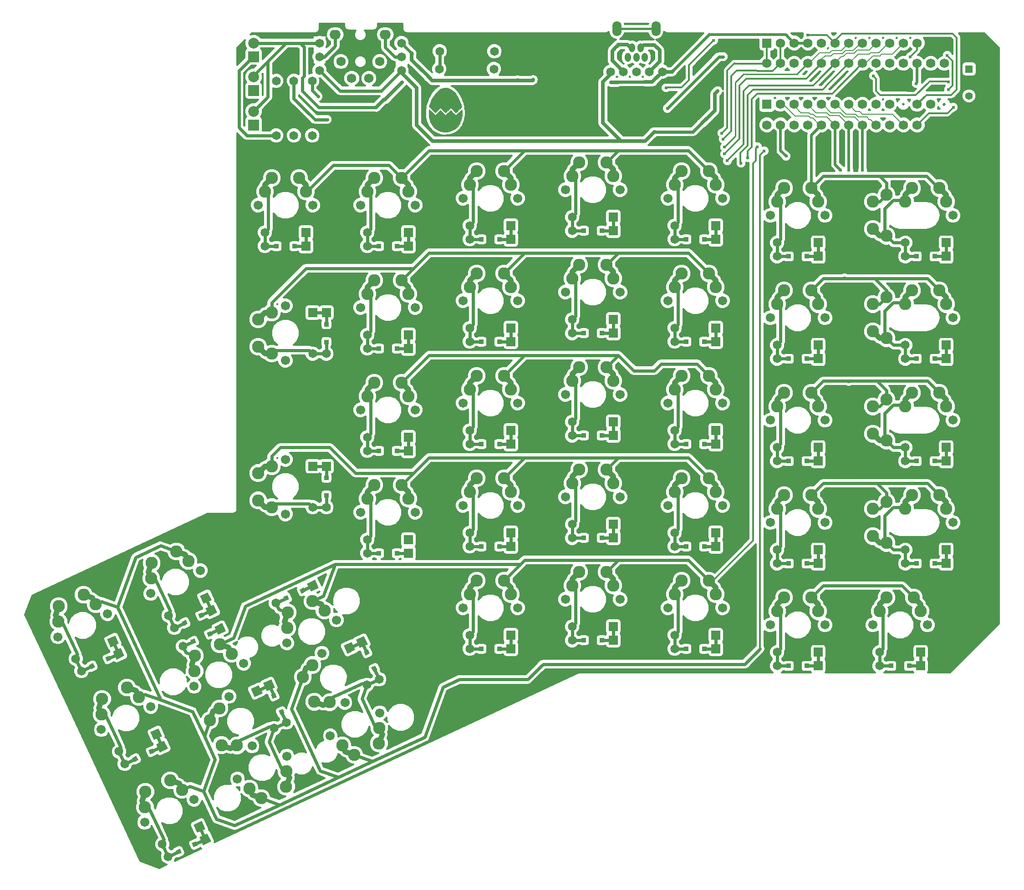
<source format=gbr>
G04 #@! TF.FileFunction,Copper,L2,Bot,Signal*
%FSLAX46Y46*%
G04 Gerber Fmt 4.6, Leading zero omitted, Abs format (unit mm)*
G04 Created by KiCad (PCBNEW 4.0.1-stable) date 8/23/2016 10:14:26 PM*
%MOMM*%
G01*
G04 APERTURE LIST*
%ADD10C,0.150000*%
%ADD11C,0.609600*%
%ADD12C,0.010000*%
%ADD13C,1.651000*%
%ADD14C,2.286000*%
%ADD15C,1.701800*%
%ADD16R,1.752600X1.752600*%
%ADD17C,1.752600*%
%ADD18O,2.057400X1.752600*%
%ADD19R,1.651000X1.651000*%
%ADD20R,0.838200X0.838200*%
%ADD21R,2.000000X2.000000*%
%ADD22C,2.000000*%
%ADD23O,1.143000X1.651000*%
%ADD24O,1.701800X2.794000*%
%ADD25R,1.400000X1.400000*%
%ADD26C,1.400000*%
%ADD27C,2.283460*%
%ADD28C,2.280920*%
%ADD29C,0.609600*%
%ADD30C,0.033020*%
%ADD31C,0.508000*%
%ADD32C,0.304800*%
%ADD33C,0.203200*%
%ADD34C,0.254000*%
%ADD35C,1.016000*%
%ADD36C,0.711200*%
%ADD37C,0.406400*%
G04 APERTURE END LIST*
D10*
D11*
X53341367Y-147187736D02*
X55286576Y-146280670D01*
X58302224Y-144874450D02*
X60247433Y-143967384D01*
X70605747Y-139135936D02*
X72550956Y-138228870D01*
X75566604Y-136822650D02*
X77511813Y-135915584D01*
X68580000Y-72720200D02*
X70726300Y-72720200D01*
X74053700Y-72720200D02*
X76200000Y-72720200D01*
X80010000Y-92720160D02*
X80010000Y-90573860D01*
X80010000Y-87246460D02*
X80010000Y-85100160D01*
X80010000Y-121295160D02*
X80010000Y-119148860D01*
X80010000Y-115821460D02*
X80010000Y-113675160D01*
X182880000Y-150822660D02*
X185026300Y-150822660D01*
X188353700Y-150822660D02*
X190500000Y-150822660D01*
X87630000Y-91767660D02*
X89776300Y-91767660D01*
X93103700Y-91767660D02*
X95250000Y-91767660D01*
X42515518Y-169049321D02*
X44460727Y-168142255D01*
X47476375Y-166736035D02*
X49421584Y-165828970D01*
X50567318Y-186316241D02*
X52512527Y-185409175D01*
X55528175Y-184002955D02*
X57473384Y-183095890D01*
X34466258Y-151784941D02*
X36411467Y-150877875D01*
X39427115Y-149471655D02*
X41372324Y-148564590D01*
X51730638Y-143735681D02*
X53675847Y-142828615D01*
X56691495Y-141422395D02*
X58636704Y-140515330D01*
X163830000Y-74625200D02*
X165976300Y-74625200D01*
X169303700Y-74625200D02*
X171450000Y-74625200D01*
X144780000Y-71447660D02*
X146926300Y-71447660D01*
X150253700Y-71447660D02*
X152400000Y-71447660D01*
X125730000Y-69850000D02*
X127876300Y-69850000D01*
X131203700Y-69850000D02*
X133350000Y-69850000D01*
X106680000Y-71447660D02*
X108826300Y-71447660D01*
X112153700Y-71447660D02*
X114300000Y-71447660D01*
X144780000Y-147647660D02*
X146926300Y-147647660D01*
X150253700Y-147647660D02*
X152400000Y-147647660D01*
X163830000Y-93672660D02*
X165976300Y-93672660D01*
X169303700Y-93672660D02*
X171450000Y-93672660D01*
X125730000Y-88900000D02*
X127876300Y-88900000D01*
X131203700Y-88900000D02*
X133350000Y-88900000D01*
X106680000Y-90497660D02*
X108826300Y-90497660D01*
X112153700Y-90497660D02*
X114300000Y-90497660D01*
X163830000Y-112722660D02*
X165976300Y-112722660D01*
X169303700Y-112722660D02*
X171450000Y-112722660D01*
X144780000Y-109547660D02*
X146926300Y-109547660D01*
X150253700Y-109547660D02*
X152400000Y-109547660D01*
X125730000Y-107950000D02*
X127876300Y-107950000D01*
X131203700Y-107950000D02*
X133350000Y-107950000D01*
X106680000Y-109547660D02*
X108826300Y-109547660D01*
X112153700Y-109547660D02*
X114300000Y-109547660D01*
X87630000Y-110817660D02*
X89776300Y-110817660D01*
X93103700Y-110817660D02*
X95250000Y-110817660D01*
X163830000Y-131772660D02*
X165976300Y-131772660D01*
X169303700Y-131772660D02*
X171450000Y-131772660D01*
X144780000Y-128597660D02*
X146926300Y-128597660D01*
X150253700Y-128597660D02*
X152400000Y-128597660D01*
X125730000Y-127000000D02*
X127876300Y-127000000D01*
X131203700Y-127000000D02*
X133350000Y-127000000D01*
X106680000Y-128597660D02*
X108826300Y-128597660D01*
X112153700Y-128597660D02*
X114300000Y-128597660D01*
X87630000Y-129867660D02*
X89776300Y-129867660D01*
X93103700Y-129867660D02*
X95250000Y-129867660D01*
X163830000Y-150822660D02*
X165976300Y-150822660D01*
X169303700Y-150822660D02*
X171450000Y-150822660D01*
X125730000Y-146050000D02*
X127876300Y-146050000D01*
X131203700Y-146050000D02*
X133350000Y-146050000D01*
X106680000Y-147647660D02*
X108826300Y-147647660D01*
X112153700Y-147647660D02*
X114300000Y-147647660D01*
X89819101Y-153298162D02*
X88912035Y-151352953D01*
X87505815Y-148337305D02*
X86598750Y-146392096D01*
X72554721Y-161349962D02*
X71647655Y-159404753D01*
X70241435Y-156389105D02*
X69334370Y-154443896D01*
X144780000Y-90497660D02*
X146926300Y-90497660D01*
X150253700Y-90497660D02*
X152400000Y-90497660D01*
X87630000Y-72720200D02*
X89776300Y-72720200D01*
X93103700Y-72720200D02*
X95250000Y-72720200D01*
D12*
G36*
X99183192Y-47320749D02*
X99355496Y-47471896D01*
X99585028Y-47690626D01*
X99709662Y-47814662D01*
X100255099Y-48364991D01*
X100725892Y-47899110D01*
X101196686Y-47433229D01*
X102117314Y-48365437D01*
X102606824Y-47881036D01*
X103096333Y-47396634D01*
X103585617Y-47880812D01*
X104074901Y-48364991D01*
X104622168Y-47812815D01*
X104879655Y-47555134D01*
X105043757Y-47403991D01*
X105140200Y-47345563D01*
X105194705Y-47366027D01*
X105232997Y-47451559D01*
X105242395Y-47479518D01*
X105268149Y-47676765D01*
X105264912Y-47994978D01*
X105233458Y-48388429D01*
X105225922Y-48454768D01*
X105075863Y-49243278D01*
X104824193Y-49903450D01*
X104464865Y-50446739D01*
X103991828Y-50884600D01*
X103913474Y-50939995D01*
X103303500Y-51258689D01*
X102627834Y-51440699D01*
X101929874Y-51478653D01*
X101312351Y-51381896D01*
X100661233Y-51122623D01*
X100102315Y-50727823D01*
X99648299Y-50211484D01*
X99311888Y-49587589D01*
X99126107Y-48974666D01*
X99083130Y-48697577D01*
X99053160Y-48364729D01*
X99036857Y-48016682D01*
X99034881Y-47693996D01*
X99047892Y-47437230D01*
X99076549Y-47286944D01*
X99098279Y-47264333D01*
X99183192Y-47320749D01*
X99183192Y-47320749D01*
G37*
X99183192Y-47320749D02*
X99355496Y-47471896D01*
X99585028Y-47690626D01*
X99709662Y-47814662D01*
X100255099Y-48364991D01*
X100725892Y-47899110D01*
X101196686Y-47433229D01*
X102117314Y-48365437D01*
X102606824Y-47881036D01*
X103096333Y-47396634D01*
X103585617Y-47880812D01*
X104074901Y-48364991D01*
X104622168Y-47812815D01*
X104879655Y-47555134D01*
X105043757Y-47403991D01*
X105140200Y-47345563D01*
X105194705Y-47366027D01*
X105232997Y-47451559D01*
X105242395Y-47479518D01*
X105268149Y-47676765D01*
X105264912Y-47994978D01*
X105233458Y-48388429D01*
X105225922Y-48454768D01*
X105075863Y-49243278D01*
X104824193Y-49903450D01*
X104464865Y-50446739D01*
X103991828Y-50884600D01*
X103913474Y-50939995D01*
X103303500Y-51258689D01*
X102627834Y-51440699D01*
X101929874Y-51478653D01*
X101312351Y-51381896D01*
X100661233Y-51122623D01*
X100102315Y-50727823D01*
X99648299Y-50211484D01*
X99311888Y-49587589D01*
X99126107Y-48974666D01*
X99083130Y-48697577D01*
X99053160Y-48364729D01*
X99036857Y-48016682D01*
X99034881Y-47693996D01*
X99047892Y-47437230D01*
X99076549Y-47286944D01*
X99098279Y-47264333D01*
X99183192Y-47320749D01*
G36*
X102450398Y-43280467D02*
X102983045Y-43454025D01*
X103488349Y-43771545D01*
X103946173Y-44225659D01*
X104062180Y-44375014D01*
X104332838Y-44788000D01*
X104598212Y-45269623D01*
X104830397Y-45762805D01*
X105001494Y-46210464D01*
X105058826Y-46413886D01*
X105158995Y-46847840D01*
X104616948Y-47394749D01*
X104074901Y-47941657D01*
X103096333Y-46973301D01*
X102606824Y-47457702D01*
X102117314Y-47942104D01*
X101196686Y-47009896D01*
X100255276Y-47941482D01*
X99673073Y-47354784D01*
X99090870Y-46768085D01*
X99322551Y-46106043D01*
X99618791Y-45395940D01*
X99981319Y-44749940D01*
X100391339Y-44192766D01*
X100830060Y-43749140D01*
X101278687Y-43443785D01*
X101383625Y-43394719D01*
X101910545Y-43258242D01*
X102450398Y-43280467D01*
X102450398Y-43280467D01*
G37*
X102450398Y-43280467D02*
X102983045Y-43454025D01*
X103488349Y-43771545D01*
X103946173Y-44225659D01*
X104062180Y-44375014D01*
X104332838Y-44788000D01*
X104598212Y-45269623D01*
X104830397Y-45762805D01*
X105001494Y-46210464D01*
X105058826Y-46413886D01*
X105158995Y-46847840D01*
X104616948Y-47394749D01*
X104074901Y-47941657D01*
X103096333Y-46973301D01*
X102606824Y-47457702D01*
X102117314Y-47942104D01*
X101196686Y-47009896D01*
X100255276Y-47941482D01*
X99673073Y-47354784D01*
X99090870Y-46768085D01*
X99322551Y-46106043D01*
X99618791Y-45395940D01*
X99981319Y-44749940D01*
X100391339Y-44192766D01*
X100830060Y-43749140D01*
X101278687Y-43443785D01*
X101383625Y-43394719D01*
X101910545Y-43258242D01*
X102450398Y-43280467D01*
D11*
X187642500Y-131772660D02*
X189788800Y-131772660D01*
X193116200Y-131772660D02*
X195262500Y-131772660D01*
X187642500Y-112722660D02*
X189788800Y-112722660D01*
X193116200Y-112722660D02*
X195262500Y-112722660D01*
X187642500Y-93672660D02*
X189788800Y-93672660D01*
X193116200Y-93672660D02*
X195262500Y-93672660D01*
X187642500Y-74625200D02*
X189788800Y-74625200D01*
X193116200Y-74625200D02*
X195262500Y-74625200D01*
D13*
X53341367Y-147187736D03*
D10*
G36*
X55083862Y-146837623D02*
X54729623Y-146077956D01*
X55489290Y-145723717D01*
X55843529Y-146483384D01*
X55083862Y-146837623D01*
X55083862Y-146837623D01*
G37*
G36*
X59848147Y-145064412D02*
X59150405Y-143568098D01*
X60646719Y-142870356D01*
X61344461Y-144366670D01*
X59848147Y-145064412D01*
X59848147Y-145064412D01*
G37*
G36*
X58099510Y-145431403D02*
X57745271Y-144671736D01*
X58504938Y-144317497D01*
X58859177Y-145077164D01*
X58099510Y-145431403D01*
X58099510Y-145431403D01*
G37*
D13*
X70605747Y-139135936D03*
D10*
G36*
X72348242Y-138785823D02*
X71994003Y-138026156D01*
X72753670Y-137671917D01*
X73107909Y-138431584D01*
X72348242Y-138785823D01*
X72348242Y-138785823D01*
G37*
G36*
X77112527Y-137012612D02*
X76414785Y-135516298D01*
X77911099Y-134818556D01*
X78608841Y-136314870D01*
X77112527Y-137012612D01*
X77112527Y-137012612D01*
G37*
G36*
X75363890Y-137379603D02*
X75009651Y-136619936D01*
X75769318Y-136265697D01*
X76123557Y-137025364D01*
X75363890Y-137379603D01*
X75363890Y-137379603D01*
G37*
D14*
X77434621Y-138754526D03*
X72753017Y-143740174D03*
D15*
X72675456Y-146578921D03*
X81883544Y-142285119D03*
D14*
X79659082Y-140519823D03*
X72830577Y-140901427D03*
X60170241Y-146806326D03*
X55488637Y-151791974D03*
D15*
X55411076Y-154630721D03*
X64619164Y-150336919D03*
D14*
X62394702Y-148571623D03*
X55566197Y-148953227D03*
X85176179Y-167376434D03*
X89857783Y-162390786D03*
D15*
X89935344Y-159552039D03*
X80727256Y-163845841D03*
D14*
X82951718Y-165611137D03*
X89780223Y-165229533D03*
X67909259Y-175425694D03*
X72590863Y-170440046D03*
D15*
X72668424Y-167601299D03*
X63460336Y-171895101D03*
D14*
X65684798Y-173660397D03*
X72513303Y-173278793D03*
D13*
X70665000Y-41985000D03*
X70665000Y-52145000D03*
X73965000Y-41985000D03*
X73965000Y-52145000D03*
X77365000Y-41985000D03*
X77365000Y-52145000D03*
X101085000Y-36465000D03*
X111245000Y-36465000D03*
X100985000Y-39765000D03*
X111145000Y-39765000D03*
D16*
X161925000Y-34925000D03*
D17*
X164465000Y-34925000D03*
X167005000Y-34925000D03*
X169545000Y-34925000D03*
X172085000Y-34925000D03*
X174625000Y-34925000D03*
X177165000Y-34925000D03*
X179705000Y-34925000D03*
X182245000Y-34925000D03*
X184785000Y-34925000D03*
X187325000Y-34925000D03*
X189865000Y-34925000D03*
X189865000Y-50165000D03*
X187325000Y-50165000D03*
X184785000Y-50165000D03*
X182245000Y-50165000D03*
X179705000Y-50165000D03*
X177165000Y-50165000D03*
X174625000Y-50165000D03*
X167005000Y-50165000D03*
X164465000Y-50165000D03*
X161925000Y-50165000D03*
X172085000Y-50165000D03*
X169545000Y-50165000D03*
D18*
X90957400Y-33375600D03*
D17*
X82702400Y-38379400D03*
X87909400Y-41478200D03*
D18*
X81661000Y-33375600D03*
D17*
X84709000Y-41478200D03*
X89916000Y-38379400D03*
D14*
X74930000Y-60020200D03*
X68580000Y-62560200D03*
D15*
X67310000Y-65100200D03*
X77470000Y-65100200D03*
D14*
X76200000Y-62560200D03*
X69850000Y-60020200D03*
D13*
X68580000Y-70180200D03*
D19*
X76200000Y-70180200D03*
D13*
X68580000Y-72720200D03*
D19*
X76200000Y-72720200D03*
D20*
X70726300Y-72720200D03*
X74053700Y-72720200D03*
D14*
X67310000Y-86370160D03*
X69850000Y-92720160D03*
D15*
X72390000Y-93990160D03*
X72390000Y-83830160D03*
D14*
X69850000Y-85100160D03*
X67310000Y-91450160D03*
D13*
X77470000Y-92720160D03*
D19*
X77470000Y-85100160D03*
D13*
X80010000Y-92720160D03*
D19*
X80010000Y-85100160D03*
D20*
X80010000Y-90573860D03*
X80010000Y-87246460D03*
D14*
X67310000Y-114945160D03*
X69850000Y-121295160D03*
D15*
X72390000Y-122565160D03*
X72390000Y-112405160D03*
D14*
X69850000Y-113675160D03*
X67310000Y-120025160D03*
D13*
X77470000Y-121295160D03*
D19*
X77470000Y-113675160D03*
D13*
X80010000Y-121295160D03*
D19*
X80010000Y-113675160D03*
D20*
X80010000Y-119148860D03*
X80010000Y-115821460D03*
D14*
X189230000Y-138122660D03*
X182880000Y-140662660D03*
D15*
X181610000Y-143202660D03*
X191770000Y-143202660D03*
D14*
X190500000Y-140662660D03*
X184150000Y-138122660D03*
D13*
X182880000Y-148282660D03*
D19*
X190500000Y-148282660D03*
D13*
X182880000Y-150822660D03*
D19*
X190500000Y-150822660D03*
D20*
X185026300Y-150822660D03*
X188353700Y-150822660D03*
D14*
X93980000Y-79067660D03*
X87630000Y-81607660D03*
D15*
X86360000Y-84147660D03*
X96520000Y-84147660D03*
D14*
X95250000Y-81607660D03*
X88900000Y-79067660D03*
D13*
X87630000Y-89227660D03*
D19*
X95250000Y-89227660D03*
D13*
X87630000Y-91767660D03*
D19*
X95250000Y-91767660D03*
D20*
X89776300Y-91767660D03*
X93103700Y-91767660D03*
D14*
X42903321Y-154855586D03*
X38221717Y-159841234D03*
D15*
X38144156Y-162679981D03*
X47352244Y-158386179D03*
D14*
X45127782Y-156620883D03*
X38299277Y-157002487D03*
D13*
X41442068Y-166747299D03*
D10*
G36*
X47948847Y-164623976D02*
X47251105Y-163127662D01*
X48747419Y-162429920D01*
X49445161Y-163926234D01*
X47948847Y-164623976D01*
X47948847Y-164623976D01*
G37*
D13*
X42515518Y-169049321D03*
D10*
G36*
X49022298Y-166925998D02*
X48324556Y-165429684D01*
X49820870Y-164731942D01*
X50518612Y-166228256D01*
X49022298Y-166925998D01*
X49022298Y-166925998D01*
G37*
G36*
X44258013Y-168699208D02*
X43903774Y-167939541D01*
X44663441Y-167585302D01*
X45017680Y-168344969D01*
X44258013Y-168699208D01*
X44258013Y-168699208D01*
G37*
G36*
X47273661Y-167292988D02*
X46919422Y-166533321D01*
X47679089Y-166179082D01*
X48033328Y-166938749D01*
X47273661Y-167292988D01*
X47273661Y-167292988D01*
G37*
D14*
X50955121Y-172122506D03*
X46273517Y-177108154D03*
D15*
X46195956Y-179946901D03*
X55404044Y-175653099D03*
D14*
X53179582Y-173887803D03*
X46351077Y-174269407D03*
D13*
X49493868Y-184014219D03*
D10*
G36*
X56000647Y-181890896D02*
X55302905Y-180394582D01*
X56799219Y-179696840D01*
X57496961Y-181193154D01*
X56000647Y-181890896D01*
X56000647Y-181890896D01*
G37*
D13*
X50567318Y-186316241D03*
D10*
G36*
X57074098Y-184192918D02*
X56376356Y-182696604D01*
X57872670Y-181998862D01*
X58570412Y-183495176D01*
X57074098Y-184192918D01*
X57074098Y-184192918D01*
G37*
G36*
X52309813Y-185966128D02*
X51955574Y-185206461D01*
X52715241Y-184852222D01*
X53069480Y-185611889D01*
X52309813Y-185966128D01*
X52309813Y-185966128D01*
G37*
G36*
X55325461Y-184559908D02*
X54971222Y-183800241D01*
X55730889Y-183446002D01*
X56085128Y-184205669D01*
X55325461Y-184559908D01*
X55325461Y-184559908D01*
G37*
D14*
X34854061Y-137591206D03*
X30172457Y-142576854D03*
D15*
X30094896Y-145415601D03*
X39302984Y-141121799D03*
D14*
X37078522Y-139356503D03*
X30250017Y-139738107D03*
D13*
X33392808Y-149482919D03*
D10*
G36*
X39899587Y-147359596D02*
X39201845Y-145863282D01*
X40698159Y-145165540D01*
X41395901Y-146661854D01*
X39899587Y-147359596D01*
X39899587Y-147359596D01*
G37*
D13*
X34466258Y-151784941D03*
D10*
G36*
X40973038Y-149661618D02*
X40275296Y-148165304D01*
X41771610Y-147467562D01*
X42469352Y-148963876D01*
X40973038Y-149661618D01*
X40973038Y-149661618D01*
G37*
G36*
X36208753Y-151434828D02*
X35854514Y-150675161D01*
X36614181Y-150320922D01*
X36968420Y-151080589D01*
X36208753Y-151434828D01*
X36208753Y-151434828D01*
G37*
G36*
X39224401Y-150028608D02*
X38870162Y-149268941D01*
X39629829Y-148914702D01*
X39984068Y-149674369D01*
X39224401Y-150028608D01*
X39224401Y-150028608D01*
G37*
D14*
X52118441Y-129541946D03*
X47436837Y-134527594D03*
D15*
X47359276Y-137366341D03*
X56567364Y-133072539D03*
D14*
X54342902Y-131307243D03*
X47514397Y-131688847D03*
D13*
X50657188Y-141433659D03*
D10*
G36*
X57163967Y-139310336D02*
X56466225Y-137814022D01*
X57962539Y-137116280D01*
X58660281Y-138612594D01*
X57163967Y-139310336D01*
X57163967Y-139310336D01*
G37*
D13*
X51730638Y-143735681D03*
D10*
G36*
X58237418Y-141612358D02*
X57539676Y-140116044D01*
X59035990Y-139418302D01*
X59733732Y-140914616D01*
X58237418Y-141612358D01*
X58237418Y-141612358D01*
G37*
G36*
X53473133Y-143385568D02*
X53118894Y-142625901D01*
X53878561Y-142271662D01*
X54232800Y-143031329D01*
X53473133Y-143385568D01*
X53473133Y-143385568D01*
G37*
G36*
X56488781Y-141979348D02*
X56134542Y-141219681D01*
X56894209Y-140865442D01*
X57248448Y-141625109D01*
X56488781Y-141979348D01*
X56488781Y-141979348D01*
G37*
D14*
X170180000Y-61925200D03*
X163830000Y-64465200D03*
D15*
X162560000Y-67005200D03*
X172720000Y-67005200D03*
D14*
X171450000Y-64465200D03*
X165100000Y-61925200D03*
D13*
X163830000Y-72085200D03*
D19*
X171450000Y-72085200D03*
D13*
X163830000Y-74625200D03*
D19*
X171450000Y-74625200D03*
D20*
X165976300Y-74625200D03*
X169303700Y-74625200D03*
D14*
X151130000Y-58747660D03*
X144780000Y-61287660D03*
D15*
X143510000Y-63827660D03*
X153670000Y-63827660D03*
D14*
X152400000Y-61287660D03*
X146050000Y-58747660D03*
D13*
X144780000Y-68907660D03*
D19*
X152400000Y-68907660D03*
D13*
X144780000Y-71447660D03*
D19*
X152400000Y-71447660D03*
D20*
X146926300Y-71447660D03*
X150253700Y-71447660D03*
D14*
X132080000Y-57150000D03*
X125730000Y-59690000D03*
D15*
X124460000Y-62230000D03*
X134620000Y-62230000D03*
D14*
X133350000Y-59690000D03*
X127000000Y-57150000D03*
D13*
X125730000Y-67310000D03*
D19*
X133350000Y-67310000D03*
D13*
X125730000Y-69850000D03*
D19*
X133350000Y-69850000D03*
D20*
X127876300Y-69850000D03*
X131203700Y-69850000D03*
D14*
X113030000Y-58747660D03*
X106680000Y-61287660D03*
D15*
X105410000Y-63827660D03*
X115570000Y-63827660D03*
D14*
X114300000Y-61287660D03*
X107950000Y-58747660D03*
D13*
X106680000Y-68907660D03*
D19*
X114300000Y-68907660D03*
D13*
X106680000Y-71447660D03*
D19*
X114300000Y-71447660D03*
D20*
X108826300Y-71447660D03*
X112153700Y-71447660D03*
D14*
X151130000Y-134947660D03*
X144780000Y-137487660D03*
D15*
X143510000Y-140027660D03*
X153670000Y-140027660D03*
D14*
X152400000Y-137487660D03*
X146050000Y-134947660D03*
D13*
X144780000Y-145107660D03*
D19*
X152400000Y-145107660D03*
D13*
X144780000Y-147647660D03*
D19*
X152400000Y-147647660D03*
D20*
X146926300Y-147647660D03*
X150253700Y-147647660D03*
D14*
X170180000Y-80972660D03*
X163830000Y-83512660D03*
D15*
X162560000Y-86052660D03*
X172720000Y-86052660D03*
D14*
X171450000Y-83512660D03*
X165100000Y-80972660D03*
D13*
X163830000Y-91132660D03*
D19*
X171450000Y-91132660D03*
D13*
X163830000Y-93672660D03*
D19*
X171450000Y-93672660D03*
D20*
X165976300Y-93672660D03*
X169303700Y-93672660D03*
D14*
X132080000Y-76200000D03*
X125730000Y-78740000D03*
D15*
X124460000Y-81280000D03*
X134620000Y-81280000D03*
D14*
X133350000Y-78740000D03*
X127000000Y-76200000D03*
D13*
X125730000Y-86360000D03*
D19*
X133350000Y-86360000D03*
D13*
X125730000Y-88900000D03*
D19*
X133350000Y-88900000D03*
D20*
X127876300Y-88900000D03*
X131203700Y-88900000D03*
D14*
X113030000Y-77797660D03*
X106680000Y-80337660D03*
D15*
X105410000Y-82877660D03*
X115570000Y-82877660D03*
D14*
X114300000Y-80337660D03*
X107950000Y-77797660D03*
D13*
X106680000Y-87957660D03*
D19*
X114300000Y-87957660D03*
D13*
X106680000Y-90497660D03*
D19*
X114300000Y-90497660D03*
D20*
X108826300Y-90497660D03*
X112153700Y-90497660D03*
D14*
X170180000Y-100022660D03*
X163830000Y-102562660D03*
D15*
X162560000Y-105102660D03*
X172720000Y-105102660D03*
D14*
X171450000Y-102562660D03*
X165100000Y-100022660D03*
D13*
X163830000Y-110182660D03*
D19*
X171450000Y-110182660D03*
D13*
X163830000Y-112722660D03*
D19*
X171450000Y-112722660D03*
D20*
X165976300Y-112722660D03*
X169303700Y-112722660D03*
D14*
X151130000Y-96847660D03*
X144780000Y-99387660D03*
D15*
X143510000Y-101927660D03*
X153670000Y-101927660D03*
D14*
X152400000Y-99387660D03*
X146050000Y-96847660D03*
D13*
X144780000Y-107007660D03*
D19*
X152400000Y-107007660D03*
D13*
X144780000Y-109547660D03*
D19*
X152400000Y-109547660D03*
D20*
X146926300Y-109547660D03*
X150253700Y-109547660D03*
D14*
X132080000Y-95250000D03*
X125730000Y-97790000D03*
D15*
X124460000Y-100330000D03*
X134620000Y-100330000D03*
D14*
X133350000Y-97790000D03*
X127000000Y-95250000D03*
D13*
X125730000Y-105410000D03*
D19*
X133350000Y-105410000D03*
D13*
X125730000Y-107950000D03*
D19*
X133350000Y-107950000D03*
D20*
X127876300Y-107950000D03*
X131203700Y-107950000D03*
D14*
X113030000Y-96847660D03*
X106680000Y-99387660D03*
D15*
X105410000Y-101927660D03*
X115570000Y-101927660D03*
D14*
X114300000Y-99387660D03*
X107950000Y-96847660D03*
D13*
X106680000Y-107007660D03*
D19*
X114300000Y-107007660D03*
D13*
X106680000Y-109547660D03*
D19*
X114300000Y-109547660D03*
D20*
X108826300Y-109547660D03*
X112153700Y-109547660D03*
D14*
X93980000Y-98117660D03*
X87630000Y-100657660D03*
D15*
X86360000Y-103197660D03*
X96520000Y-103197660D03*
D14*
X95250000Y-100657660D03*
X88900000Y-98117660D03*
D13*
X87630000Y-108277660D03*
D19*
X95250000Y-108277660D03*
D13*
X87630000Y-110817660D03*
D19*
X95250000Y-110817660D03*
D20*
X89776300Y-110817660D03*
X93103700Y-110817660D03*
D14*
X170180000Y-119072660D03*
X163830000Y-121612660D03*
D15*
X162560000Y-124152660D03*
X172720000Y-124152660D03*
D14*
X171450000Y-121612660D03*
X165100000Y-119072660D03*
D13*
X163830000Y-129232660D03*
D19*
X171450000Y-129232660D03*
D13*
X163830000Y-131772660D03*
D19*
X171450000Y-131772660D03*
D20*
X165976300Y-131772660D03*
X169303700Y-131772660D03*
D14*
X151130000Y-115897660D03*
X144780000Y-118437660D03*
D15*
X143510000Y-120977660D03*
X153670000Y-120977660D03*
D14*
X152400000Y-118437660D03*
X146050000Y-115897660D03*
D13*
X144780000Y-126057660D03*
D19*
X152400000Y-126057660D03*
D13*
X144780000Y-128597660D03*
D19*
X152400000Y-128597660D03*
D20*
X146926300Y-128597660D03*
X150253700Y-128597660D03*
D14*
X132080000Y-114300000D03*
X125730000Y-116840000D03*
D15*
X124460000Y-119380000D03*
X134620000Y-119380000D03*
D14*
X133350000Y-116840000D03*
X127000000Y-114300000D03*
D13*
X125730000Y-124460000D03*
D19*
X133350000Y-124460000D03*
D13*
X125730000Y-127000000D03*
D19*
X133350000Y-127000000D03*
D20*
X127876300Y-127000000D03*
X131203700Y-127000000D03*
D14*
X113030000Y-115897660D03*
X106680000Y-118437660D03*
D15*
X105410000Y-120977660D03*
X115570000Y-120977660D03*
D14*
X114300000Y-118437660D03*
X107950000Y-115897660D03*
D13*
X106680000Y-126057660D03*
D19*
X114300000Y-126057660D03*
D13*
X106680000Y-128597660D03*
D19*
X114300000Y-128597660D03*
D20*
X108826300Y-128597660D03*
X112153700Y-128597660D03*
D14*
X93980000Y-117167660D03*
X87630000Y-119707660D03*
D15*
X86360000Y-122247660D03*
X96520000Y-122247660D03*
D14*
X95250000Y-119707660D03*
X88900000Y-117167660D03*
D13*
X87630000Y-127327660D03*
D19*
X95250000Y-127327660D03*
D13*
X87630000Y-129867660D03*
D19*
X95250000Y-129867660D03*
D20*
X89776300Y-129867660D03*
X93103700Y-129867660D03*
D14*
X170180000Y-138122660D03*
X163830000Y-140662660D03*
D15*
X162560000Y-143202660D03*
X172720000Y-143202660D03*
D14*
X171450000Y-140662660D03*
X165100000Y-138122660D03*
D13*
X163830000Y-148282660D03*
D19*
X171450000Y-148282660D03*
D13*
X163830000Y-150822660D03*
D19*
X171450000Y-150822660D03*
D20*
X165976300Y-150822660D03*
X169303700Y-150822660D03*
D14*
X132080000Y-133350000D03*
X125730000Y-135890000D03*
D15*
X124460000Y-138430000D03*
X134620000Y-138430000D03*
D14*
X133350000Y-135890000D03*
X127000000Y-133350000D03*
D13*
X125730000Y-143510000D03*
D19*
X133350000Y-143510000D03*
D13*
X125730000Y-146050000D03*
D19*
X133350000Y-146050000D03*
D20*
X127876300Y-146050000D03*
X131203700Y-146050000D03*
D14*
X113030000Y-134947660D03*
X106680000Y-137487660D03*
D15*
X105410000Y-140027660D03*
X115570000Y-140027660D03*
D14*
X114300000Y-137487660D03*
X107950000Y-134947660D03*
D13*
X106680000Y-145107660D03*
D19*
X114300000Y-145107660D03*
D13*
X106680000Y-147647660D03*
D19*
X114300000Y-147647660D03*
D20*
X108826300Y-147647660D03*
X112153700Y-147647660D03*
D14*
X75625366Y-152910359D03*
X80611014Y-157591963D03*
D15*
X83449761Y-157669524D03*
X79155959Y-148461436D03*
D14*
X77390663Y-150685898D03*
X77772267Y-157514403D03*
D13*
X87517079Y-154371612D03*
D10*
G36*
X85393756Y-147864833D02*
X83897442Y-148562575D01*
X83199700Y-147066261D01*
X84696014Y-146368519D01*
X85393756Y-147864833D01*
X85393756Y-147864833D01*
G37*
D13*
X89819101Y-153298162D03*
D10*
G36*
X87695778Y-146791382D02*
X86199464Y-147489124D01*
X85501722Y-145992810D01*
X86998036Y-145295068D01*
X87695778Y-146791382D01*
X87695778Y-146791382D01*
G37*
G36*
X89468988Y-151555667D02*
X88709321Y-151909906D01*
X88355082Y-151150239D01*
X89114749Y-150796000D01*
X89468988Y-151555667D01*
X89468988Y-151555667D01*
G37*
G36*
X88062768Y-148540019D02*
X87303101Y-148894258D01*
X86948862Y-148134591D01*
X87708529Y-147780352D01*
X88062768Y-148540019D01*
X88062768Y-148540019D01*
G37*
D14*
X58360986Y-160962159D03*
X63346634Y-165643763D03*
D15*
X66185381Y-165721324D03*
X61891579Y-156513236D03*
D14*
X60126283Y-158737698D03*
X60507887Y-165566203D03*
D13*
X70252699Y-162423412D03*
D10*
G36*
X68129376Y-155916633D02*
X66633062Y-156614375D01*
X65935320Y-155118061D01*
X67431634Y-154420319D01*
X68129376Y-155916633D01*
X68129376Y-155916633D01*
G37*
D13*
X72554721Y-161349962D03*
D10*
G36*
X70431398Y-154843182D02*
X68935084Y-155540924D01*
X68237342Y-154044610D01*
X69733656Y-153346868D01*
X70431398Y-154843182D01*
X70431398Y-154843182D01*
G37*
G36*
X72204608Y-159607467D02*
X71444941Y-159961706D01*
X71090702Y-159202039D01*
X71850369Y-158847800D01*
X72204608Y-159607467D01*
X72204608Y-159607467D01*
G37*
G36*
X70798388Y-156591819D02*
X70038721Y-156946058D01*
X69684482Y-156186391D01*
X70444149Y-155832152D01*
X70798388Y-156591819D01*
X70798388Y-156591819D01*
G37*
D14*
X151130000Y-77797660D03*
X144780000Y-80337660D03*
D15*
X143510000Y-82877660D03*
X153670000Y-82877660D03*
D14*
X152400000Y-80337660D03*
X146050000Y-77797660D03*
D13*
X144780000Y-87957660D03*
D19*
X152400000Y-87957660D03*
D13*
X144780000Y-90497660D03*
D19*
X152400000Y-90497660D03*
D20*
X146926300Y-90497660D03*
X150253700Y-90497660D03*
D14*
X93980000Y-60020200D03*
X87630000Y-62560200D03*
D15*
X86360000Y-65100200D03*
X96520000Y-65100200D03*
D14*
X95250000Y-62560200D03*
X88900000Y-60020200D03*
D13*
X87630000Y-70180200D03*
D19*
X95250000Y-70180200D03*
D13*
X87630000Y-72720200D03*
D19*
X95250000Y-72720200D03*
D20*
X89776300Y-72720200D03*
X93103700Y-72720200D03*
D17*
X164450000Y-46330000D03*
X166990000Y-46330000D03*
X169530000Y-46330000D03*
X172070000Y-46330000D03*
X174610000Y-46330000D03*
X177150000Y-46330000D03*
X179690000Y-46330000D03*
X182230000Y-46330000D03*
X184770000Y-46330000D03*
X189850000Y-46330000D03*
X192390000Y-46330000D03*
D16*
X161910000Y-46330000D03*
D17*
X194930000Y-38710000D03*
X192390000Y-38710000D03*
X189850000Y-38710000D03*
X187310000Y-38710000D03*
X184770000Y-38710000D03*
X182230000Y-38710000D03*
X179690000Y-38710000D03*
X177150000Y-38710000D03*
X174610000Y-38710000D03*
X172070000Y-38710000D03*
X169530000Y-38710000D03*
X166990000Y-38710000D03*
X164450000Y-38710000D03*
X161910000Y-38710000D03*
D21*
X66465000Y-37465000D03*
D22*
X66465000Y-34925000D03*
D21*
X66465000Y-43765000D03*
D22*
X66465000Y-41225000D03*
D21*
X66465000Y-50165000D03*
D22*
X66465000Y-47625000D03*
D23*
X136042400Y-37553900D03*
X136842500Y-35806380D03*
X137642600Y-37553900D03*
X138442700Y-35806380D03*
X139242800Y-37553900D03*
D24*
X141290040Y-32230060D03*
X133995160Y-32230060D03*
D13*
X135229600Y-40259000D03*
X132816600Y-40259000D03*
X137642600Y-40259000D03*
X142468600Y-40259000D03*
X140055600Y-40259000D03*
D25*
X199517000Y-39751000D03*
D26*
X199517000Y-44751000D03*
D14*
X193992500Y-119072660D03*
X187642500Y-121612660D03*
D15*
X196532500Y-124152660D03*
D27*
X195262500Y-121612660D03*
D14*
X188912500Y-119072660D03*
D13*
X187642500Y-129232660D03*
D19*
X195262500Y-129232660D03*
D13*
X187642500Y-131772660D03*
D19*
X195262500Y-131772660D03*
D20*
X189788800Y-131772660D03*
X193116200Y-131772660D03*
D28*
X181610000Y-121612660D03*
X184150000Y-120342660D03*
X184150000Y-127962660D03*
X181610000Y-126692660D03*
D14*
X193992500Y-100022660D03*
X187642500Y-102562660D03*
D15*
X196532500Y-105102660D03*
D27*
X195262500Y-102562660D03*
D14*
X188912500Y-100022660D03*
D13*
X187642500Y-110182660D03*
D19*
X195262500Y-110182660D03*
D13*
X187642500Y-112722660D03*
D19*
X195262500Y-112722660D03*
D20*
X189788800Y-112722660D03*
X193116200Y-112722660D03*
D28*
X181610000Y-102562660D03*
X184150000Y-101292660D03*
X184150000Y-108912660D03*
X181610000Y-107642660D03*
D14*
X193992500Y-80972660D03*
X187642500Y-83512660D03*
D15*
X196532500Y-86052660D03*
D27*
X195262500Y-83512660D03*
D14*
X188912500Y-80972660D03*
D13*
X187642500Y-91132660D03*
D19*
X195262500Y-91132660D03*
D13*
X187642500Y-93672660D03*
D19*
X195262500Y-93672660D03*
D20*
X189788800Y-93672660D03*
X193116200Y-93672660D03*
D28*
X181610000Y-83512660D03*
X184150000Y-82242660D03*
X184150000Y-89862660D03*
X181610000Y-88592660D03*
D14*
X193992500Y-61925200D03*
X187642500Y-64465200D03*
D15*
X196532500Y-67005200D03*
D27*
X195262500Y-64465200D03*
D14*
X188912500Y-61925200D03*
D13*
X187642500Y-72085200D03*
D19*
X195262500Y-72085200D03*
D13*
X187642500Y-74625200D03*
D19*
X195262500Y-74625200D03*
D20*
X189788800Y-74625200D03*
X193116200Y-74625200D03*
D28*
X181610000Y-64465200D03*
X184150000Y-63195200D03*
X184150000Y-70815200D03*
X181610000Y-69545200D03*
D13*
X93980000Y-40005000D03*
X93980000Y-37465000D03*
X93980000Y-34925000D03*
X78740000Y-40005000D03*
X78740000Y-37465000D03*
X78740000Y-34925000D03*
D29*
X158369000Y-56261000D03*
X157099000Y-57277000D03*
X154051000Y-55562500D03*
X154559000Y-56832500D03*
X154051000Y-54292500D03*
X153797000Y-52800000D03*
X153543000Y-51689000D03*
X188595000Y-37465000D03*
X153797000Y-37465000D03*
X143410940Y-47089060D03*
X80165000Y-49165000D03*
X196565000Y-46865000D03*
X195665000Y-42165000D03*
X181737000Y-41021000D03*
X78465000Y-44865000D03*
X161417000Y-54991000D03*
X160147000Y-54229000D03*
X179705000Y-58547000D03*
X178181000Y-116840000D03*
X177165000Y-97917000D03*
X177165000Y-58547000D03*
X176403000Y-78613000D03*
X175641000Y-58547000D03*
X152019000Y-34417000D03*
X169545000Y-33401000D03*
X143165000Y-43265000D03*
X195707000Y-43561000D03*
X195453000Y-37211000D03*
X165495000Y-55975000D03*
X118465000Y-41765000D03*
X132965000Y-42265000D03*
X98965000Y-41265000D03*
X94065000Y-42265000D03*
X189665000Y-42465000D03*
X152781000Y-43815000D03*
X151315000Y-48415000D03*
D30*
X162560000Y-143202660D02*
X161925000Y-143837660D01*
D31*
X187310000Y-46330000D02*
X187310000Y-46270000D01*
X194865000Y-46395000D02*
X194930000Y-46330000D01*
D11*
X195262500Y-91132660D02*
X195262500Y-93672660D01*
D32*
X158369000Y-56261000D02*
X158369000Y-54991000D01*
X159131000Y-54229000D02*
X158369000Y-54991000D01*
X159131000Y-54229000D02*
X159131000Y-53975000D01*
X160147000Y-44323000D02*
X174077000Y-44323000D01*
X174077000Y-44323000D02*
X179690000Y-38710000D01*
X159131000Y-52197000D02*
X159131000Y-45339000D01*
X159131000Y-53975000D02*
X159131000Y-52197000D01*
X159131000Y-45339000D02*
X160147000Y-44323000D01*
D33*
X182725000Y-37355000D02*
X182885000Y-37355000D01*
X182885000Y-37355000D02*
X182945000Y-37295000D01*
X182945000Y-37295000D02*
X183261000Y-36979000D01*
X179925000Y-38475000D02*
X180535000Y-38475000D01*
X181655000Y-37355000D02*
X180535000Y-38475000D01*
X185293000Y-36957000D02*
X187325000Y-34925000D01*
X185293000Y-36957000D02*
X183261000Y-36957000D01*
X183261000Y-36957000D02*
X183261000Y-36979000D01*
X182725000Y-37355000D02*
X181655000Y-37355000D01*
X179925000Y-38475000D02*
X179690000Y-38710000D01*
D11*
X195262500Y-72085200D02*
X195262500Y-74625200D01*
X195262500Y-129232660D02*
X195262500Y-131772660D01*
X195262500Y-110182660D02*
X195262500Y-112722660D01*
X190500000Y-148282660D02*
X190500000Y-150822660D01*
D32*
X179690000Y-38710000D02*
X179820000Y-38710000D01*
X179690000Y-38710000D02*
X179690000Y-38600000D01*
X156972000Y-55372000D02*
X156972000Y-57150000D01*
X156972000Y-57150000D02*
X157099000Y-57277000D01*
X172339000Y-43561000D02*
X159385000Y-43561000D01*
X159385000Y-43561000D02*
X158877000Y-44069000D01*
X158369000Y-44577000D02*
X158877000Y-44069000D01*
X158369000Y-53975000D02*
X158369000Y-46101000D01*
X156972000Y-55372000D02*
X157099000Y-55245000D01*
X158369000Y-53975000D02*
X157099000Y-55245000D01*
X158369000Y-46101000D02*
X158369000Y-44577000D01*
X172920000Y-42940000D02*
X172920000Y-42980000D01*
X172940000Y-42920000D02*
X177150000Y-38710000D01*
X172920000Y-42940000D02*
X172940000Y-42920000D01*
X172920000Y-42980000D02*
X172593000Y-43307000D01*
X172339000Y-43561000D02*
X172593000Y-43307000D01*
D33*
X180975000Y-36957000D02*
X178903000Y-36957000D01*
X178903000Y-36957000D02*
X177150000Y-38710000D01*
X182753000Y-36703000D02*
X181229000Y-36703000D01*
X184531000Y-34925000D02*
X182753000Y-36703000D01*
X181229000Y-36703000D02*
X180975000Y-36957000D01*
X184785000Y-34925000D02*
X184531000Y-34925000D01*
D11*
X171450000Y-72085200D02*
X171450000Y-74625200D01*
X171450000Y-148282660D02*
X171450000Y-150822660D01*
X171450000Y-91132660D02*
X171450000Y-93672660D01*
X171450000Y-129232660D02*
X171450000Y-131772660D01*
X171450000Y-110182660D02*
X171450000Y-112722660D01*
X57472580Y-183095900D02*
X56400700Y-180794660D01*
D33*
X177150000Y-38710000D02*
X177150000Y-38700000D01*
D32*
X177150000Y-38710000D02*
X177250000Y-38710000D01*
X158369000Y-41529000D02*
X169251000Y-41529000D01*
X156845000Y-42799000D02*
X158115000Y-41529000D01*
X158115000Y-41529000D02*
X158369000Y-41529000D01*
X156845000Y-51435000D02*
X156845000Y-52768500D01*
X154051000Y-55562500D02*
X156845000Y-52768500D01*
X156845000Y-51435000D02*
X156845000Y-42799000D01*
X169251000Y-41529000D02*
X169325000Y-41455000D01*
D11*
X133350000Y-105410000D02*
X133350000Y-107950000D01*
X133350000Y-67310000D02*
X133350000Y-69850000D01*
X133350000Y-143510000D02*
X133350000Y-146050000D01*
X133350000Y-86360000D02*
X133350000Y-88900000D01*
X133350000Y-124460000D02*
X133350000Y-127000000D01*
X84297520Y-147464780D02*
X86601300Y-146392900D01*
D32*
X169325000Y-41455000D02*
X172070000Y-38710000D01*
D33*
X177865000Y-36305000D02*
X176503424Y-36305000D01*
X172695000Y-37305000D02*
X173835000Y-37305000D01*
X172070000Y-37930000D02*
X172695000Y-37305000D01*
X173835000Y-37305000D02*
X174255000Y-36885000D01*
X178035000Y-36135000D02*
X177865000Y-36305000D01*
X178145000Y-36135000D02*
X179355000Y-34925000D01*
X178145000Y-36135000D02*
X178035000Y-36135000D01*
X175923424Y-36885000D02*
X174255000Y-36885000D01*
X176503424Y-36305000D02*
X175923424Y-36885000D01*
X179705000Y-34925000D02*
X179355000Y-34925000D01*
X172070000Y-38710000D02*
X172070000Y-37930000D01*
D32*
X172070000Y-38710000D02*
X172270000Y-38710000D01*
X170307000Y-42799000D02*
X170521000Y-42799000D01*
X157607000Y-50165000D02*
X157607000Y-43815000D01*
X157607000Y-53784500D02*
X154559000Y-56832500D01*
X157607000Y-50165000D02*
X157607000Y-53784500D01*
X157607000Y-43815000D02*
X158369000Y-43053000D01*
X158369000Y-43053000D02*
X158623000Y-42799000D01*
X171100000Y-42220000D02*
X174610000Y-38710000D01*
X158623000Y-42799000D02*
X158877000Y-42799000D01*
X158877000Y-42799000D02*
X170307000Y-42799000D01*
X170521000Y-42799000D02*
X171100000Y-42220000D01*
D11*
X152400000Y-87957660D02*
X152400000Y-90497660D01*
X152400000Y-68907660D02*
X152400000Y-71447660D01*
X152400000Y-145107660D02*
X152400000Y-147647660D01*
X152400000Y-126057660D02*
X152400000Y-128597660D01*
X152400000Y-107007660D02*
X152400000Y-109547660D01*
X67033140Y-155516580D02*
X69334380Y-154442160D01*
D33*
X178729212Y-36269212D02*
X180900788Y-36269212D01*
X178185422Y-36813002D02*
X178729212Y-36269212D01*
X176423424Y-37103424D02*
X176484578Y-37103424D01*
X176133846Y-37393002D02*
X176423424Y-37103424D01*
X175733002Y-37495000D02*
X175835000Y-37393002D01*
X174610000Y-38560000D02*
X175675000Y-37495000D01*
X175675000Y-37495000D02*
X175733002Y-37495000D01*
X175835000Y-37393002D02*
X176133846Y-37393002D01*
X176484578Y-37103424D02*
X176775000Y-36813002D01*
X176775000Y-36813002D02*
X178185422Y-36813002D01*
X180900788Y-36269212D02*
X182245000Y-34925000D01*
X174610000Y-38710000D02*
X174610000Y-38560000D01*
D32*
X174610000Y-38710000D02*
X174970000Y-38710000D01*
D34*
X157568901Y-40728901D02*
X167511099Y-40728901D01*
X167511099Y-40728901D02*
X169530000Y-38710000D01*
X156083000Y-47625000D02*
X156083000Y-42214802D01*
X154051000Y-54292500D02*
X156083000Y-52260500D01*
X156083000Y-47625000D02*
X156083000Y-52260500D01*
X156083000Y-42214802D02*
X157568901Y-40728901D01*
X157568901Y-40728901D02*
X157607000Y-40690802D01*
D11*
X114300000Y-87957660D02*
X114300000Y-90497660D01*
X114300000Y-126057660D02*
X114300000Y-128597660D01*
X114300000Y-107007660D02*
X114300000Y-109547660D01*
X49423320Y-165831520D02*
X48348900Y-163527740D01*
X114300000Y-145107660D02*
X114300000Y-147647660D01*
X114300000Y-68907660D02*
X114300000Y-71447660D01*
D33*
X173984212Y-36284212D02*
X175805788Y-36284212D01*
X173541210Y-36727214D02*
X173984212Y-36284212D01*
X171198424Y-37248424D02*
X171203790Y-37248424D01*
X171203790Y-37248424D02*
X171725000Y-36727214D01*
X171725000Y-36727214D02*
X173541210Y-36727214D01*
X175805788Y-36284212D02*
X177165000Y-34925000D01*
X169530000Y-38710000D02*
X169736848Y-38710000D01*
X169736848Y-38710000D02*
X171198424Y-37248424D01*
X171198424Y-37248424D02*
X171228424Y-37218424D01*
X169530000Y-38710000D02*
X169740000Y-38710000D01*
D32*
X169530000Y-38710000D02*
X169530000Y-38700000D01*
X169530000Y-38710000D02*
X169539204Y-38710000D01*
X169530000Y-38710000D02*
X169550000Y-38710000D01*
X163015301Y-40144699D02*
X164450000Y-38710000D01*
X160147000Y-40144699D02*
X162941000Y-40144699D01*
X160007301Y-40005000D02*
X160147000Y-40144699D01*
X156337000Y-40005000D02*
X156083000Y-40259000D01*
X155321000Y-41021000D02*
X156083000Y-40259000D01*
X155321000Y-41783000D02*
X155321000Y-49403000D01*
X153797000Y-52800000D02*
X155321000Y-51276000D01*
X155321000Y-49403000D02*
X155321000Y-51276000D01*
X155321000Y-41783000D02*
X155321000Y-41021000D01*
X156337000Y-40005000D02*
X160007301Y-40005000D01*
X164465000Y-34925000D02*
X164465000Y-38695000D01*
X164465000Y-38695000D02*
X164450000Y-38710000D01*
D11*
X57564020Y-138211560D02*
X58635900Y-140515340D01*
X95250000Y-89227660D02*
X95250000Y-91767660D01*
X95250000Y-108277660D02*
X95250000Y-110817660D01*
X95250000Y-70180200D02*
X95250000Y-72720200D01*
D33*
X164450000Y-38710000D02*
X164450000Y-38050000D01*
D32*
X164450000Y-38710000D02*
X164450000Y-38380000D01*
D31*
X164465000Y-34925000D02*
X164465000Y-34465000D01*
X164465000Y-34925000D02*
X164465000Y-34865000D01*
D32*
X161885000Y-38735000D02*
X159131000Y-38735000D01*
X159131000Y-38735000D02*
X155829000Y-38735000D01*
X161885000Y-38735000D02*
X161910000Y-38710000D01*
X154559000Y-40005000D02*
X155829000Y-38735000D01*
X154559000Y-40005000D02*
X154559000Y-50673000D01*
X153543000Y-51689000D02*
X154559000Y-50673000D01*
X155829000Y-38735000D02*
X155854000Y-38710000D01*
X161925000Y-34925000D02*
X161925000Y-38695000D01*
X161925000Y-38695000D02*
X161910000Y-38710000D01*
D11*
X40297100Y-146263360D02*
X41371520Y-148564600D01*
X76200000Y-70180200D02*
X76200000Y-72720200D01*
X77470000Y-85100160D02*
X80010000Y-85100160D01*
X77470000Y-113675160D02*
X80010000Y-113675160D01*
D32*
X189865000Y-36195000D02*
X189865000Y-34925000D01*
X188595000Y-37465000D02*
X189865000Y-36195000D01*
D11*
X143410940Y-47089060D02*
X153035000Y-37465000D01*
X153035000Y-37465000D02*
X153797000Y-37465000D01*
X77865000Y-49165000D02*
X80165000Y-49165000D01*
X73965000Y-41985000D02*
X73965000Y-45265000D01*
X73965000Y-45265000D02*
X77065000Y-48365000D01*
X77865000Y-49165000D02*
X77065000Y-48365000D01*
D32*
X195165000Y-47965000D02*
X192065000Y-47965000D01*
X196565000Y-46865000D02*
X195465000Y-47965000D01*
X195465000Y-47965000D02*
X195165000Y-47965000D01*
X192065000Y-47965000D02*
X189865000Y-50165000D01*
X187893000Y-44637000D02*
X189593000Y-44637000D01*
X195565000Y-42065000D02*
X195665000Y-42165000D01*
X192165000Y-42065000D02*
X195565000Y-42065000D01*
X189593000Y-44637000D02*
X192165000Y-42065000D01*
X187833000Y-44577000D02*
X187893000Y-44637000D01*
X183769000Y-44577000D02*
X187833000Y-44577000D01*
X182245000Y-43815000D02*
X183007000Y-44577000D01*
X182245000Y-41529000D02*
X182245000Y-43815000D01*
X183007000Y-44577000D02*
X183769000Y-44577000D01*
X181737000Y-41021000D02*
X182245000Y-41529000D01*
D11*
X77365000Y-43765000D02*
X78465000Y-44865000D01*
X77365000Y-41985000D02*
X77365000Y-43765000D01*
D32*
X160655000Y-58039000D02*
X160655000Y-55753000D01*
D11*
X88549480Y-168605200D02*
X98333560Y-164043360D01*
X160655000Y-147637500D02*
X157797500Y-150495000D01*
X157797500Y-150495000D02*
X120332500Y-150495000D01*
X120332500Y-150495000D02*
X117475000Y-153352500D01*
X104729280Y-153352500D02*
X117475000Y-153352500D01*
X98333560Y-164043360D02*
X101711760Y-154759660D01*
X101711760Y-154759660D02*
X104729280Y-153352500D01*
D32*
X160655000Y-147637500D02*
X160655000Y-58039000D01*
X160655000Y-55753000D02*
X161417000Y-54991000D01*
D33*
X179705000Y-48133000D02*
X185293000Y-48133000D01*
X185293000Y-48133000D02*
X187325000Y-50165000D01*
X178435000Y-47624998D02*
X179196998Y-47624998D01*
X177150000Y-46339998D02*
X178435000Y-47624998D01*
X179196998Y-47624998D02*
X179705000Y-48133000D01*
X177150000Y-46330000D02*
X177150000Y-46339998D01*
D11*
X73477120Y-158818580D02*
X78844140Y-170327320D01*
X53179980Y-173888400D02*
X54617620Y-173217840D01*
X78844140Y-170327320D02*
X82219800Y-171556680D01*
D35*
X34853880Y-137591800D02*
X36540440Y-138206480D01*
X42903140Y-154856180D02*
X44592240Y-155470860D01*
D11*
X55140860Y-159311340D02*
X49232820Y-157159960D01*
X49164240Y-128465580D02*
X44561760Y-130614420D01*
D35*
X52644040Y-172737780D02*
X53179980Y-173888400D01*
D11*
X75628500Y-152910540D02*
X73477120Y-158818580D01*
D35*
X76240640Y-151223980D02*
X77393800Y-150685500D01*
X75628500Y-152910540D02*
X76240640Y-151223980D01*
X58976260Y-159273240D02*
X60126880Y-158737300D01*
D11*
X82219800Y-171556680D02*
X88549480Y-168605200D01*
X71285100Y-176654460D02*
X82219800Y-171556680D01*
D35*
X50954940Y-172123100D02*
X52644040Y-172737780D01*
D11*
X67909440Y-175427640D02*
X71285100Y-176654460D01*
X38229540Y-138821160D02*
X41183560Y-139895580D01*
X37078920Y-139357100D02*
X38229540Y-138821160D01*
X46278800Y-156085540D02*
X49232820Y-157159960D01*
X45128180Y-156621480D02*
X46278800Y-156085540D01*
X59565540Y-179318920D02*
X57150000Y-174137320D01*
X62941200Y-180545740D02*
X59565540Y-179318920D01*
X71285100Y-176654460D02*
X62941200Y-180545740D01*
X54617620Y-173217840D02*
X57150000Y-174137320D01*
X52118260Y-129542540D02*
X49164240Y-128465580D01*
X41183560Y-139895580D02*
X49232820Y-157159960D01*
D35*
X58361580Y-160962340D02*
X58976260Y-159273240D01*
D11*
X59298840Y-168231820D02*
X57287160Y-163913820D01*
X57287160Y-163913820D02*
X55140860Y-159311340D01*
D35*
X44592240Y-155470860D02*
X45128180Y-156621480D01*
D11*
X58361580Y-160962340D02*
X57287160Y-163913820D01*
X85176360Y-167375840D02*
X88549480Y-168605200D01*
D35*
X67909440Y-175427640D02*
X66222880Y-174812960D01*
X53807360Y-130154680D02*
X54343300Y-131307840D01*
X52118260Y-129542540D02*
X53807360Y-130154680D01*
D11*
X57150000Y-174137320D02*
X59298840Y-168231820D01*
D35*
X85176360Y-167375840D02*
X83487260Y-166761160D01*
X66222880Y-174812960D02*
X65684400Y-173662340D01*
X83487260Y-166761160D02*
X82951320Y-165610540D01*
D11*
X44561760Y-130614420D02*
X41183560Y-139895580D01*
D35*
X36540440Y-138206480D02*
X37078920Y-139357100D01*
D32*
X159893000Y-54483000D02*
X160147000Y-54229000D01*
X159893000Y-54737000D02*
X159893000Y-56769000D01*
X159315000Y-127535000D02*
X159315000Y-57277000D01*
X159385000Y-57277000D02*
X159893000Y-56769000D01*
X159315000Y-57277000D02*
X159385000Y-57277000D01*
X159893000Y-54737000D02*
X159893000Y-54483000D01*
D33*
X180975000Y-49149000D02*
X181229000Y-49149000D01*
X181229000Y-49149000D02*
X182245000Y-50165000D01*
X180467000Y-48662788D02*
X180488788Y-48662788D01*
X180488788Y-48662788D02*
X180975000Y-49149000D01*
X178921212Y-48662788D02*
X180467000Y-48662788D01*
X178435000Y-48176576D02*
X178921212Y-48662788D01*
X178435000Y-48133000D02*
X178435000Y-48176576D01*
X176657000Y-48133000D02*
X178435000Y-48133000D01*
X174854000Y-46330000D02*
X176657000Y-48133000D01*
X174610000Y-46330000D02*
X174854000Y-46330000D01*
D32*
X151130000Y-134947660D02*
X151902340Y-134947660D01*
X151902340Y-134947660D02*
X159315000Y-127535000D01*
X159315000Y-127535000D02*
X159365000Y-127485000D01*
D35*
X114300000Y-136217660D02*
X114300000Y-137487660D01*
X190500000Y-139392660D02*
X190500000Y-140662660D01*
D11*
X172402500Y-135890000D02*
X186997340Y-135890000D01*
D35*
X152400000Y-136217660D02*
X152400000Y-137487660D01*
D11*
X186997340Y-135890000D02*
X189230000Y-138122660D01*
X115892580Y-132085080D02*
X113030000Y-134947660D01*
X116067840Y-131909820D02*
X115892580Y-132085080D01*
D35*
X132080000Y-133350000D02*
X133350000Y-134620000D01*
D11*
X81600040Y-131909820D02*
X116067840Y-131909820D01*
D35*
X77434440Y-138755120D02*
X79123540Y-139369800D01*
D11*
X60170060Y-146806920D02*
X62758320Y-145597880D01*
X170180000Y-138122660D02*
X170180000Y-138112500D01*
D35*
X60170060Y-146806920D02*
X61856620Y-147421600D01*
X79123540Y-139369800D02*
X79659480Y-140520420D01*
D11*
X170180000Y-138112500D02*
X172402500Y-135890000D01*
X134302500Y-131127500D02*
X147309840Y-131127500D01*
X77434440Y-138755120D02*
X79448660Y-137815320D01*
X147309840Y-131127500D02*
X151130000Y-134947660D01*
X64909700Y-139692380D02*
X81600040Y-131909820D01*
D35*
X61856620Y-147421600D02*
X62395100Y-148572220D01*
D11*
X134302500Y-131127500D02*
X116850160Y-131127500D01*
X116850160Y-131127500D02*
X116067840Y-131909820D01*
X79448660Y-137815320D02*
X81600040Y-131909820D01*
D35*
X189230000Y-138122660D02*
X190500000Y-139392660D01*
X133350000Y-134620000D02*
X133350000Y-135890000D01*
X170180000Y-138122660D02*
X171450000Y-139392660D01*
X151130000Y-134947660D02*
X152400000Y-136217660D01*
X113030000Y-134947660D02*
X114300000Y-136217660D01*
D11*
X132080000Y-133350000D02*
X134302500Y-131127500D01*
D35*
X171450000Y-139392660D02*
X171450000Y-140662660D01*
D11*
X62758320Y-145597880D02*
X64909700Y-139692380D01*
X181610000Y-121612660D02*
X182880000Y-121612660D01*
X182880000Y-121612660D02*
X184150000Y-120342660D01*
X182245000Y-116840000D02*
X182372000Y-116840000D01*
X184150000Y-118618000D02*
X184150000Y-120342660D01*
X182372000Y-116840000D02*
X184150000Y-118618000D01*
D31*
X179705000Y-50165000D02*
X179705000Y-58547000D01*
D33*
X176381212Y-48662788D02*
X178202788Y-48662788D01*
X178202788Y-48662788D02*
X179705000Y-50165000D01*
X173863000Y-47878998D02*
X175597422Y-47878998D01*
X175597422Y-47878998D02*
X176381212Y-48662788D01*
X172070000Y-46330000D02*
X172314002Y-46330000D01*
X172314002Y-46330000D02*
X173863000Y-47878998D01*
X173863000Y-47878998D02*
X173863000Y-47878998D01*
D32*
X151130000Y-115897660D02*
X151962340Y-115897660D01*
D11*
X85407500Y-114935000D02*
X96212660Y-114935000D01*
D35*
X152400000Y-117167660D02*
X152400000Y-118437660D01*
D11*
X116850160Y-112077500D02*
X134302500Y-112077500D01*
D35*
X193992500Y-119072660D02*
X195262500Y-120342660D01*
D11*
X172402500Y-116840000D02*
X178181000Y-116840000D01*
X170180000Y-119062500D02*
X172402500Y-116840000D01*
X178181000Y-116840000D02*
X181229000Y-116840000D01*
X181229000Y-116840000D02*
X181917340Y-116840000D01*
D35*
X170180000Y-119072660D02*
X171450000Y-120342660D01*
X113030000Y-115897660D02*
X114300000Y-117167660D01*
D11*
X191759840Y-116840000D02*
X193992500Y-119072660D01*
X71437500Y-110172500D02*
X80645000Y-110172500D01*
X181917340Y-116840000D02*
X182245000Y-116840000D01*
X182245000Y-116840000D02*
X191759840Y-116840000D01*
X147309840Y-112077500D02*
X151130000Y-115897660D01*
D35*
X171450000Y-120342660D02*
X171450000Y-121612660D01*
D11*
X69850000Y-113675160D02*
X69850000Y-111760000D01*
D35*
X93980000Y-117167660D02*
X95250000Y-118437660D01*
D11*
X134302500Y-112077500D02*
X147309840Y-112077500D01*
X99070160Y-112077500D02*
X116850160Y-112077500D01*
D35*
X95250000Y-118437660D02*
X95250000Y-119707660D01*
D11*
X93980000Y-117167660D02*
X96212660Y-114935000D01*
X80645000Y-110172500D02*
X85407500Y-114935000D01*
D35*
X114300000Y-117167660D02*
X114300000Y-118437660D01*
D11*
X96212660Y-114935000D02*
X99070160Y-112077500D01*
X170180000Y-119072660D02*
X170180000Y-119062500D01*
X132080000Y-114300000D02*
X134302500Y-112077500D01*
D35*
X195262500Y-120342660D02*
X195262500Y-121612660D01*
X151130000Y-115897660D02*
X152400000Y-117167660D01*
D11*
X69850000Y-111760000D02*
X71437500Y-110172500D01*
D35*
X132080000Y-114300000D02*
X133350000Y-115570000D01*
X68580000Y-113675160D02*
X69850000Y-113675160D01*
D11*
X113030000Y-115897660D02*
X116850160Y-112077500D01*
D35*
X67310000Y-114945160D02*
X68580000Y-113675160D01*
X133350000Y-115570000D02*
X133350000Y-116840000D01*
D11*
X181610000Y-102562660D02*
X182880000Y-102562660D01*
X182880000Y-102562660D02*
X184150000Y-101292660D01*
X181917340Y-97790000D02*
X182372000Y-97790000D01*
X184150000Y-99568000D02*
X184150000Y-101292660D01*
X182372000Y-97790000D02*
X184150000Y-99568000D01*
D31*
X177165000Y-50165000D02*
X177165000Y-58547000D01*
X177165000Y-97917000D02*
X177165000Y-97790000D01*
X177165000Y-97790000D02*
X177165000Y-97917000D01*
X177165000Y-97917000D02*
X177165000Y-97790000D01*
X177165000Y-50165000D02*
X177165000Y-50927000D01*
D33*
X171069000Y-47879000D02*
X173101000Y-47879000D01*
X173101000Y-47879000D02*
X173609000Y-48387000D01*
X173609000Y-48387000D02*
X175387000Y-48387000D01*
X169530000Y-46340000D02*
X171069000Y-47879000D01*
X175387000Y-48387000D02*
X177165000Y-50165000D01*
X169530000Y-46330000D02*
X169530000Y-46340000D01*
D11*
X113030000Y-96847660D02*
X116850160Y-93027500D01*
D35*
X113030000Y-96847660D02*
X114300000Y-98117660D01*
X170180000Y-100022660D02*
X171450000Y-101292660D01*
X151130000Y-96847660D02*
X152400000Y-98117660D01*
X95250000Y-99387660D02*
X95250000Y-100657660D01*
X132080000Y-95250000D02*
X133350000Y-96520000D01*
X152400000Y-98117660D02*
X152400000Y-99387660D01*
D11*
X170180000Y-100022660D02*
X170180000Y-100012500D01*
X134302500Y-93027500D02*
X137160000Y-95885000D01*
X132080000Y-95250000D02*
X134302500Y-93027500D01*
X151130000Y-96837500D02*
X148907500Y-94615000D01*
X99070160Y-93027500D02*
X116850160Y-93027500D01*
D35*
X93980000Y-98117660D02*
X95250000Y-99387660D01*
D11*
X170180000Y-100012500D02*
X172402500Y-97790000D01*
X172402500Y-97790000D02*
X177165000Y-97790000D01*
X177165000Y-97790000D02*
X181917340Y-97790000D01*
D35*
X171450000Y-101292660D02*
X171450000Y-102562660D01*
X133350000Y-96520000D02*
X133350000Y-97790000D01*
D11*
X137160000Y-95885000D02*
X140970000Y-95885000D01*
D35*
X114300000Y-98117660D02*
X114300000Y-99387660D01*
D11*
X181917340Y-97790000D02*
X191759840Y-97790000D01*
X142240000Y-94615000D02*
X148907500Y-94615000D01*
X93980000Y-98117660D02*
X99070160Y-93027500D01*
X191759840Y-97790000D02*
X193992500Y-100022660D01*
X116850160Y-93027500D02*
X134302500Y-93027500D01*
X140970000Y-95885000D02*
X142240000Y-94615000D01*
D35*
X193992500Y-100022660D02*
X195262500Y-101292660D01*
X195262500Y-101292660D02*
X195262500Y-102562660D01*
D11*
X151130000Y-96847660D02*
X151130000Y-96837500D01*
X181610000Y-83512660D02*
X182880000Y-83512660D01*
X182880000Y-83512660D02*
X184150000Y-82242660D01*
X184150000Y-82242660D02*
X184150000Y-80972660D01*
X184150000Y-80972660D02*
X181917340Y-78740000D01*
D31*
X174625000Y-50165000D02*
X174625000Y-57531000D01*
X174625000Y-57531000D02*
X175641000Y-58547000D01*
X176403000Y-78613000D02*
X176403000Y-78740000D01*
X176403000Y-78740000D02*
X176403000Y-78613000D01*
X176403000Y-78613000D02*
X176403000Y-78740000D01*
D33*
X170053000Y-48133000D02*
X170561000Y-48133000D01*
X170561000Y-48133000D02*
X171069000Y-48641000D01*
X168275000Y-47879000D02*
X169799000Y-47879000D01*
X169799000Y-47879000D02*
X170053000Y-48133000D01*
X171069000Y-48641000D02*
X173101000Y-48641000D01*
X173101000Y-48641000D02*
X174625000Y-50165000D01*
X166990000Y-46594000D02*
X168275000Y-47879000D01*
X166990000Y-46330000D02*
X166990000Y-46594000D01*
D11*
X151130000Y-77797660D02*
X151130000Y-77760000D01*
D32*
X151130000Y-77797660D02*
X151162340Y-77797660D01*
D11*
X191759840Y-78740000D02*
X193992500Y-80972660D01*
X170180000Y-80972660D02*
X170180000Y-80962500D01*
D35*
X114300000Y-79067660D02*
X114300000Y-80337660D01*
X195262500Y-82242660D02*
X195262500Y-83512660D01*
X67310000Y-86370160D02*
X68580000Y-85100160D01*
X132080000Y-76200000D02*
X133350000Y-77470000D01*
X193992500Y-80972660D02*
X195262500Y-82242660D01*
X151130000Y-77797660D02*
X152400000Y-79067660D01*
D11*
X147309840Y-73977500D02*
X151130000Y-77797660D01*
X69850000Y-85100160D02*
X69850000Y-83185000D01*
X132080000Y-76200000D02*
X134302500Y-73977500D01*
X134302500Y-73977500D02*
X147309840Y-73977500D01*
D35*
X133350000Y-77470000D02*
X133350000Y-78740000D01*
X113030000Y-77797660D02*
X114300000Y-79067660D01*
D11*
X76200000Y-76835000D02*
X96212660Y-76835000D01*
X181917340Y-78740000D02*
X191759840Y-78740000D01*
D35*
X171450000Y-82242660D02*
X171450000Y-83512660D01*
X170180000Y-80972660D02*
X171450000Y-82242660D01*
D11*
X113030000Y-77797660D02*
X116850160Y-73977500D01*
X99070160Y-73977500D02*
X116850160Y-73977500D01*
X69850000Y-83185000D02*
X76200000Y-76835000D01*
X93980000Y-79067660D02*
X99070160Y-73977500D01*
D35*
X152400000Y-79067660D02*
X152400000Y-80337660D01*
X95250000Y-80337660D02*
X95250000Y-81607660D01*
X93980000Y-79067660D02*
X95250000Y-80337660D01*
D11*
X170180000Y-80962500D02*
X172402500Y-78740000D01*
X93980000Y-79067660D02*
X96212660Y-76835000D01*
D35*
X68580000Y-85100160D02*
X69850000Y-85100160D01*
D11*
X172402500Y-78740000D02*
X176403000Y-78740000D01*
X176403000Y-78740000D02*
X181917340Y-78740000D01*
X116850160Y-73977500D02*
X134302500Y-73977500D01*
D31*
X174625000Y-50165000D02*
X174625000Y-50005000D01*
D11*
X181610000Y-64465200D02*
X182880000Y-64465200D01*
X182880000Y-64465200D02*
X184150000Y-63195200D01*
X182499000Y-59690000D02*
X182880000Y-59690000D01*
X184150000Y-60960000D02*
X184150000Y-63195200D01*
X182880000Y-59690000D02*
X184150000Y-60960000D01*
X76200000Y-62560200D02*
X76369800Y-62560200D01*
X76369800Y-62560200D02*
X81265000Y-57665000D01*
X91624800Y-57665000D02*
X93980000Y-60020200D01*
X81265000Y-57665000D02*
X91624800Y-57665000D01*
D31*
X170180000Y-61925200D02*
X170180000Y-52070000D01*
X170180000Y-52070000D02*
X172085000Y-50165000D01*
D33*
X170025000Y-48845000D02*
X170425000Y-48845000D01*
X169694000Y-48514000D02*
X170025000Y-48845000D01*
X167132000Y-48514000D02*
X169418000Y-48514000D01*
X164948000Y-46330000D02*
X167132000Y-48514000D01*
X169418000Y-48514000D02*
X169694000Y-48514000D01*
X170425000Y-48845000D02*
X171745000Y-50165000D01*
X171745000Y-50165000D02*
X172085000Y-50165000D01*
X164450000Y-46330000D02*
X164948000Y-46330000D01*
D11*
X193992500Y-61925200D02*
X193825200Y-61925200D01*
X193825200Y-61925200D02*
X191590000Y-59690000D01*
X191590000Y-59690000D02*
X182499000Y-59690000D01*
X182499000Y-59690000D02*
X181914800Y-59690000D01*
D32*
X151130000Y-58747660D02*
X151130000Y-58310000D01*
D11*
X172415200Y-59690000D02*
X181914800Y-59690000D01*
X170180000Y-61925200D02*
X172415200Y-59690000D01*
D35*
X152400000Y-60017660D02*
X152400000Y-61287660D01*
X151130000Y-58747660D02*
X152400000Y-60017660D01*
X193992500Y-61925200D02*
X195262500Y-63195200D01*
X132080000Y-57150000D02*
X133350000Y-58420000D01*
X195262500Y-63195200D02*
X195262500Y-64465200D01*
D11*
X116840000Y-54927500D02*
X134302500Y-54927500D01*
X147309840Y-54927500D02*
X151130000Y-58747660D01*
X134302500Y-54927500D02*
X147309840Y-54927500D01*
X132080000Y-57150000D02*
X134302500Y-54927500D01*
X96202500Y-57785000D02*
X99060000Y-54927500D01*
X93980000Y-60007500D02*
X96202500Y-57785000D01*
X99060000Y-54927500D02*
X116840000Y-54927500D01*
D35*
X113030000Y-58747660D02*
X114300000Y-60017660D01*
X170180000Y-61925200D02*
X171450000Y-63195200D01*
D11*
X113030000Y-58737500D02*
X116840000Y-54927500D01*
D35*
X93980000Y-60020200D02*
X95250000Y-61290200D01*
X95250000Y-61290200D02*
X95250000Y-62560200D01*
D11*
X93980000Y-60020200D02*
X93980000Y-60007500D01*
D35*
X133350000Y-58420000D02*
X133350000Y-59690000D01*
X171450000Y-63195200D02*
X171450000Y-64465200D01*
D11*
X113030000Y-58747660D02*
X113030000Y-58737500D01*
D35*
X114300000Y-60017660D02*
X114300000Y-61287660D01*
X76200000Y-61290200D02*
X76200000Y-62560200D01*
X74930000Y-60020200D02*
X76200000Y-61290200D01*
D32*
X145732500Y-43180000D02*
X143250000Y-43180000D01*
X169545000Y-33401000D02*
X173101000Y-33401000D01*
X151003000Y-35433000D02*
X152019000Y-34417000D01*
X147447000Y-41783000D02*
X147447000Y-38989000D01*
X145732500Y-43180000D02*
X146050000Y-43180000D01*
X146050000Y-43180000D02*
X146685000Y-42545000D01*
X146685000Y-42545000D02*
X147447000Y-41783000D01*
X147447000Y-38989000D02*
X151003000Y-35433000D01*
X173101000Y-33401000D02*
X174625000Y-34925000D01*
X143250000Y-43180000D02*
X143165000Y-43265000D01*
X189850000Y-46330000D02*
X191603000Y-44577000D01*
X197231000Y-43561000D02*
X197231000Y-43307000D01*
X196215000Y-44577000D02*
X191603000Y-44577000D01*
X197231000Y-35941000D02*
X197231000Y-38989000D01*
X195961000Y-33147000D02*
X196469000Y-33147000D01*
X175895000Y-33147000D02*
X189357000Y-33147000D01*
X175895000Y-33147000D02*
X174625000Y-34417000D01*
X189357000Y-33147000D02*
X195961000Y-33147000D01*
X196469000Y-33147000D02*
X197231000Y-33909000D01*
X197231000Y-35941000D02*
X197231000Y-33909000D01*
X197231000Y-43307000D02*
X197231000Y-38989000D01*
X196215000Y-44577000D02*
X197231000Y-43561000D01*
X174625000Y-34925000D02*
X174625000Y-34417000D01*
X196469000Y-38227000D02*
X196469000Y-40005000D01*
X195453000Y-37211000D02*
X196215000Y-37973000D01*
X196215000Y-37973000D02*
X196469000Y-38227000D01*
X196469000Y-42799000D02*
X195707000Y-43561000D01*
X196469000Y-40005000D02*
X196469000Y-42799000D01*
D31*
X164465000Y-52197000D02*
X164465000Y-54945000D01*
X164465000Y-50165000D02*
X164465000Y-52197000D01*
X164465000Y-54945000D02*
X165495000Y-55975000D01*
D36*
X115465000Y-41865000D02*
X118365000Y-41865000D01*
X118365000Y-41865000D02*
X118465000Y-41765000D01*
X139165000Y-42165000D02*
X140562600Y-42165000D01*
D11*
X138665000Y-42165000D02*
X139165000Y-42165000D01*
X134165000Y-42165000D02*
X138665000Y-42165000D01*
D36*
X140562600Y-42165000D02*
X142468600Y-40259000D01*
X132965000Y-42265000D02*
X134165000Y-42265000D01*
X115465000Y-41865000D02*
X115547000Y-41783000D01*
X99665000Y-41865000D02*
X115465000Y-41865000D01*
X98965000Y-41165000D02*
X99665000Y-41865000D01*
X142468600Y-40259000D02*
X144321000Y-40259000D01*
X144321000Y-40259000D02*
X144415000Y-40165000D01*
D11*
X69115000Y-38315000D02*
X69115000Y-44975000D01*
X69115000Y-44975000D02*
X66465000Y-47625000D01*
X72465000Y-34925000D02*
X72465000Y-34965000D01*
X72465000Y-34965000D02*
X69115000Y-38315000D01*
X69115000Y-38315000D02*
X66465000Y-40965000D01*
X66465000Y-40965000D02*
X66465000Y-41225000D01*
X75832500Y-38065000D02*
X75832500Y-35632500D01*
X75832500Y-35632500D02*
X75125000Y-34925000D01*
X78740000Y-34925000D02*
X75125000Y-34925000D01*
X75125000Y-34925000D02*
X72465000Y-34925000D01*
X72465000Y-34925000D02*
X71165000Y-34925000D01*
X71165000Y-34925000D02*
X70965000Y-34925000D01*
X70965000Y-34925000D02*
X70465000Y-34925000D01*
X70465000Y-34925000D02*
X66465000Y-34925000D01*
X75565000Y-41365000D02*
X75565000Y-43865000D01*
D36*
X90665000Y-45465000D02*
X89265000Y-46865000D01*
D11*
X81165000Y-46865000D02*
X79065000Y-46865000D01*
X81165000Y-46865000D02*
X89265000Y-46865000D01*
D36*
X90865000Y-45465000D02*
X90665000Y-45465000D01*
X90865000Y-45465000D02*
X94065000Y-42265000D01*
D11*
X75832500Y-41097500D02*
X75565000Y-41365000D01*
X75832500Y-37832500D02*
X75832500Y-38065000D01*
X75832500Y-38065000D02*
X75832500Y-41097500D01*
X78565000Y-46865000D02*
X79065000Y-46865000D01*
X75565000Y-43865000D02*
X78565000Y-46865000D01*
D36*
X95892500Y-38092500D02*
X98965000Y-41165000D01*
X95892500Y-38092500D02*
X95892500Y-36837500D01*
D11*
X95965000Y-36910000D02*
X95892500Y-36837500D01*
X95892500Y-36837500D02*
X93980000Y-34925000D01*
X93980000Y-34925000D02*
X93980000Y-35080000D01*
X93980000Y-34925000D02*
X94025000Y-34925000D01*
D31*
X189665000Y-42465000D02*
X189850000Y-42280000D01*
X189850000Y-38710000D02*
X189850000Y-42280000D01*
X167005000Y-34925000D02*
X169545000Y-34925000D01*
X165417000Y-33337000D02*
X167005000Y-34925000D01*
X189850000Y-38710000D02*
X190110000Y-38710000D01*
X189865000Y-38725000D02*
X189850000Y-38710000D01*
D36*
X98965000Y-41265000D02*
X99015000Y-41215000D01*
X99015000Y-41215000D02*
X98965000Y-41265000D01*
X98965000Y-41265000D02*
X98965000Y-41165000D01*
D31*
X144415000Y-40115000D02*
X151193000Y-33337000D01*
D11*
X144415000Y-40165000D02*
X144415000Y-40115000D01*
X144365000Y-40165000D02*
X144415000Y-40165000D01*
X144271000Y-40259000D02*
X144365000Y-40165000D01*
D31*
X151193000Y-33337000D02*
X165417000Y-33337000D01*
X151193000Y-33337000D02*
X151265000Y-33265000D01*
D36*
X152273000Y-47457000D02*
X152273000Y-44323000D01*
X151315000Y-48415000D02*
X152273000Y-47457000D01*
X152273000Y-44323000D02*
X152781000Y-43815000D01*
X149908000Y-49822000D02*
X151315000Y-48415000D01*
X132816600Y-40259000D02*
X132816600Y-40763400D01*
X132816600Y-40763400D02*
X131415000Y-42165000D01*
X131415000Y-49815000D02*
X134765000Y-53165000D01*
X131415000Y-42165000D02*
X131415000Y-49815000D01*
X141095000Y-51435000D02*
X140995000Y-51435000D01*
X140995000Y-51435000D02*
X139265000Y-53165000D01*
X136765000Y-53165000D02*
X139265000Y-53165000D01*
X134765000Y-53165000D02*
X136765000Y-53165000D01*
X99765000Y-53165000D02*
X134765000Y-53165000D01*
X96765000Y-43265000D02*
X96765000Y-50165000D01*
X93980000Y-40480000D02*
X96665000Y-43165000D01*
X96765000Y-43265000D02*
X96665000Y-43165000D01*
X96765000Y-50165000D02*
X99765000Y-53165000D01*
X93980000Y-40005000D02*
X93980000Y-40480000D01*
D11*
X101085000Y-36465000D02*
X101085000Y-39665000D01*
X101085000Y-39665000D02*
X100985000Y-39765000D01*
X148209000Y-51435000D02*
X141095000Y-51435000D01*
X149860000Y-49784000D02*
X149822000Y-49822000D01*
X149822000Y-49822000D02*
X148209000Y-51435000D01*
X141095000Y-51435000D02*
X141351000Y-51435000D01*
X140895000Y-51435000D02*
X141351000Y-51435000D01*
X82550000Y-43815000D02*
X90170000Y-43815000D01*
X93980000Y-40005000D02*
X90170000Y-43815000D01*
X82550000Y-43815000D02*
X78740000Y-40005000D01*
D35*
X55565040Y-148953220D02*
X54950360Y-150642320D01*
D11*
X53878480Y-148338540D02*
X55565040Y-148953220D01*
X53340000Y-147187920D02*
X53878480Y-148338540D01*
D35*
X54950360Y-150642320D02*
X55488840Y-151792940D01*
D11*
X70606920Y-139136120D02*
X71142860Y-140289280D01*
X71142860Y-140289280D02*
X72829420Y-140901420D01*
D35*
X72217280Y-142590520D02*
X72753220Y-143741140D01*
X72829420Y-140901420D02*
X72217280Y-142590520D01*
D36*
X134315000Y-35215000D02*
X135976800Y-35215000D01*
X135976800Y-35215000D02*
X136842500Y-36080700D01*
X134315000Y-35215000D02*
X134165000Y-35365000D01*
X133815000Y-35715000D02*
X134165000Y-35365000D01*
X135229600Y-40259000D02*
X134165000Y-39194400D01*
X133765000Y-38794400D02*
X134165000Y-39194400D01*
X133165000Y-38194400D02*
X133765000Y-38794400D01*
X133815000Y-35715000D02*
X133165000Y-36365000D01*
X133165000Y-36365000D02*
X133165000Y-38194400D01*
X136842500Y-36080700D02*
X136842500Y-35542500D01*
X141965000Y-36265000D02*
X141965000Y-38349600D01*
X140665000Y-35265000D02*
X140965000Y-35265000D01*
X139065000Y-35265000D02*
X140665000Y-35265000D01*
X138442700Y-35887300D02*
X139065000Y-35265000D01*
X140965000Y-35265000D02*
X141965000Y-36265000D01*
X141965000Y-38349600D02*
X140055600Y-40259000D01*
X140055600Y-40259000D02*
X140055600Y-39874400D01*
X138442700Y-36080700D02*
X138442700Y-35887300D01*
X138442700Y-36080700D02*
X138449300Y-36080700D01*
X140055600Y-40259000D02*
X140271000Y-40259000D01*
X138442700Y-36080700D02*
X138442700Y-35787300D01*
X140055600Y-40259000D02*
X140055600Y-40174400D01*
D11*
X92710000Y-37465000D02*
X93980000Y-37465000D01*
X90957400Y-33375600D02*
X90957400Y-35712400D01*
X90957400Y-35712400D02*
X92710000Y-37465000D01*
X79692500Y-37465000D02*
X78740000Y-37465000D01*
X81661000Y-33375600D02*
X81661000Y-35496500D01*
X81661000Y-35496500D02*
X79692500Y-37465000D01*
X63765000Y-40065000D02*
X63765000Y-50665000D01*
X66365000Y-37465000D02*
X63765000Y-40065000D01*
X65245000Y-52145000D02*
X70665000Y-52145000D01*
X63765000Y-50665000D02*
X65245000Y-52145000D01*
X66465000Y-37465000D02*
X66365000Y-37465000D01*
X31015940Y-142885160D02*
X33698180Y-148640800D01*
X33393380Y-149484080D02*
X34465260Y-151785320D01*
D35*
X30248860Y-139738100D02*
X29634180Y-141427200D01*
D11*
X33698180Y-148640800D02*
X33393380Y-149484080D01*
X30172660Y-142577820D02*
X31015940Y-142885160D01*
D35*
X29634180Y-141427200D02*
X30172660Y-142577820D01*
X46901100Y-133375400D02*
X47437040Y-134526020D01*
X47513240Y-131688840D02*
X46901100Y-133375400D01*
D11*
X50965100Y-140589000D02*
X50657760Y-141432280D01*
X47437040Y-134526020D02*
X48280320Y-134833360D01*
X48280320Y-134833360D02*
X50965100Y-140589000D01*
X50657760Y-141432280D02*
X51729640Y-143736060D01*
X38221920Y-159842200D02*
X39067740Y-160149540D01*
X39067740Y-160149540D02*
X41749980Y-165905180D01*
D35*
X37685980Y-158691580D02*
X38221920Y-159842200D01*
X38300660Y-157005020D02*
X37685980Y-158691580D01*
D11*
X41442640Y-166748460D02*
X42517060Y-169052240D01*
X41749980Y-165905180D02*
X41442640Y-166748460D01*
D35*
X77774800Y-157515560D02*
X79461360Y-158127700D01*
D11*
X80919320Y-156748480D02*
X86674960Y-154063700D01*
D35*
X89778840Y-165229540D02*
X90393520Y-163540440D01*
D11*
X89011760Y-162082480D02*
X89857580Y-162389820D01*
X87518240Y-154371040D02*
X86598760Y-156903420D01*
D35*
X90393520Y-163540440D02*
X89857580Y-162389820D01*
D11*
X86674960Y-154063700D02*
X87518240Y-154371040D01*
X86598760Y-156903420D02*
X89011760Y-162082480D01*
D35*
X79461360Y-158127700D02*
X80611980Y-157591760D01*
D11*
X80611980Y-157591760D02*
X80919320Y-156748480D01*
X87518240Y-154371040D02*
X89822020Y-153299160D01*
X63654940Y-164800280D02*
X69410580Y-162115500D01*
X69410580Y-162115500D02*
X70253860Y-162422840D01*
X70253860Y-162422840D02*
X72555100Y-161348420D01*
D35*
X62196980Y-166179500D02*
X63347600Y-165643560D01*
X72514460Y-173278800D02*
X73129140Y-171592240D01*
X73129140Y-171592240D02*
X72590660Y-170441620D01*
X60507880Y-165564820D02*
X62196980Y-166179500D01*
D11*
X63347600Y-165643560D02*
X63654940Y-164800280D01*
X70253860Y-162422840D02*
X69331840Y-164955220D01*
X71747380Y-170134280D02*
X72590660Y-170441620D01*
X69331840Y-164955220D02*
X71747380Y-170134280D01*
X46273720Y-177109120D02*
X47117000Y-177416460D01*
X47117000Y-177416460D02*
X49801780Y-183169560D01*
X49801780Y-183169560D02*
X49494440Y-184015380D01*
X49494440Y-184015380D02*
X50566320Y-186316620D01*
D35*
X46349920Y-174269400D02*
X45737780Y-175955960D01*
X45737780Y-175955960D02*
X46273720Y-177109120D01*
D11*
X107315000Y-138122660D02*
X107315000Y-144472660D01*
D35*
X106680000Y-136217660D02*
X106680000Y-137487660D01*
X107950000Y-134947660D02*
X106680000Y-136217660D01*
D11*
X106680000Y-145107660D02*
X106680000Y-147647660D01*
X106680000Y-137487660D02*
X107315000Y-138122660D01*
X107315000Y-144472660D02*
X106680000Y-145107660D01*
D35*
X125730000Y-134620000D02*
X125730000Y-135890000D01*
X127000000Y-133350000D02*
X125730000Y-134620000D01*
D11*
X126365000Y-136525000D02*
X126365000Y-142875000D01*
X126365000Y-142875000D02*
X125730000Y-143510000D01*
X125730000Y-135890000D02*
X126365000Y-136525000D01*
X125730000Y-143510000D02*
X125730000Y-146050000D01*
D35*
X146050000Y-134947660D02*
X144780000Y-136217660D01*
D11*
X144780000Y-145107660D02*
X144780000Y-147647660D01*
X145415000Y-138122660D02*
X145415000Y-144472660D01*
X145415000Y-144472660D02*
X144780000Y-145107660D01*
X144780000Y-137487660D02*
X145415000Y-138122660D01*
D35*
X144780000Y-136217660D02*
X144780000Y-137487660D01*
X165100000Y-138122660D02*
X163830000Y-139392660D01*
D11*
X164465000Y-147647660D02*
X163830000Y-148282660D01*
D35*
X163830000Y-139392660D02*
X163830000Y-140662660D01*
D11*
X164465000Y-141297660D02*
X164465000Y-147647660D01*
X163830000Y-140662660D02*
X164465000Y-141297660D01*
X163830000Y-148282660D02*
X163830000Y-150822660D01*
D35*
X182880000Y-139392660D02*
X182880000Y-140662660D01*
D11*
X183515000Y-141297660D02*
X183515000Y-147647660D01*
D35*
X184150000Y-138122660D02*
X182880000Y-139392660D01*
D11*
X183515000Y-147647660D02*
X182880000Y-148282660D01*
X182880000Y-140662660D02*
X183515000Y-141297660D01*
X182880000Y-148282660D02*
X182880000Y-150822660D01*
X77470000Y-121295160D02*
X80010000Y-121295160D01*
D35*
X68580000Y-121295160D02*
X69850000Y-121295160D01*
D11*
X69850000Y-121295160D02*
X70495160Y-120650000D01*
D35*
X67310000Y-120025160D02*
X68580000Y-121295160D01*
D11*
X76824840Y-120650000D02*
X77470000Y-121295160D01*
X70495160Y-120650000D02*
X76824840Y-120650000D01*
D35*
X87630000Y-118437660D02*
X87630000Y-119707660D01*
D11*
X88265000Y-120342660D02*
X88265000Y-126692660D01*
X87630000Y-119707660D02*
X88265000Y-120342660D01*
X87630000Y-127327660D02*
X88265000Y-126692660D01*
D35*
X88900000Y-117167660D02*
X87630000Y-118437660D01*
D11*
X87630000Y-127327660D02*
X87630000Y-129867660D01*
D35*
X106680000Y-117167660D02*
X106680000Y-118437660D01*
D11*
X106680000Y-118437660D02*
X107315000Y-119072660D01*
X107315000Y-119072660D02*
X107315000Y-125422660D01*
X107315000Y-125422660D02*
X106680000Y-126057660D01*
D35*
X107950000Y-115897660D02*
X106680000Y-117167660D01*
D11*
X106680000Y-126057660D02*
X106680000Y-128597660D01*
D35*
X125730000Y-115570000D02*
X125730000Y-116840000D01*
D11*
X126365000Y-117475000D02*
X126365000Y-123825000D01*
X126365000Y-123825000D02*
X125730000Y-124460000D01*
D35*
X127000000Y-114300000D02*
X125730000Y-115570000D01*
D11*
X125730000Y-124460000D02*
X125730000Y-127000000D01*
X125730000Y-116840000D02*
X126365000Y-117475000D01*
X144780000Y-126057660D02*
X144780000Y-128597660D01*
X145415000Y-119072660D02*
X145415000Y-125422660D01*
X145415000Y-125422660D02*
X144780000Y-126057660D01*
D35*
X146050000Y-115897660D02*
X144780000Y-117167660D01*
D11*
X144780000Y-118437660D02*
X145415000Y-119072660D01*
D35*
X144780000Y-117167660D02*
X144780000Y-118437660D01*
X163830000Y-120342660D02*
X163830000Y-121612660D01*
D11*
X164465000Y-128597660D02*
X163830000Y-129232660D01*
X164465000Y-122247660D02*
X164465000Y-128597660D01*
X163830000Y-129232660D02*
X163830000Y-131772660D01*
X163830000Y-121612660D02*
X164465000Y-122247660D01*
D35*
X165100000Y-119072660D02*
X163830000Y-120342660D01*
D11*
X187314840Y-121285000D02*
X187642500Y-121612660D01*
D35*
X182880000Y-127962660D02*
X184150000Y-127962660D01*
D11*
X187642500Y-129232660D02*
X187642500Y-131772660D01*
X184150000Y-127962660D02*
X185420000Y-129232660D01*
D35*
X188912500Y-119072660D02*
X187642500Y-120342660D01*
X181610000Y-126692660D02*
X182880000Y-127962660D01*
D11*
X183832500Y-122872500D02*
X185420000Y-121285000D01*
X183832500Y-127645160D02*
X183832500Y-122872500D01*
X185420000Y-129232660D02*
X187642500Y-129232660D01*
X184150000Y-127962660D02*
X183832500Y-127645160D01*
D35*
X187642500Y-120342660D02*
X187642500Y-121612660D01*
D11*
X185420000Y-121285000D02*
X187314840Y-121285000D01*
D35*
X88900000Y-98117660D02*
X87630000Y-99387660D01*
D11*
X87630000Y-108277660D02*
X87630000Y-110817660D01*
X87630000Y-100657660D02*
X88265000Y-101292660D01*
D35*
X87630000Y-99387660D02*
X87630000Y-100657660D01*
D11*
X88265000Y-101292660D02*
X88265000Y-107642660D01*
X88265000Y-107642660D02*
X87630000Y-108277660D01*
X107315000Y-106372660D02*
X106680000Y-107007660D01*
X106680000Y-99387660D02*
X107315000Y-100022660D01*
D35*
X106680000Y-98117660D02*
X106680000Y-99387660D01*
X107950000Y-96847660D02*
X106680000Y-98117660D01*
D11*
X107315000Y-100022660D02*
X107315000Y-106372660D01*
X106680000Y-107007660D02*
X106680000Y-109547660D01*
D35*
X127000000Y-95250000D02*
X125730000Y-96520000D01*
D11*
X125730000Y-105410000D02*
X125730000Y-107950000D01*
X126365000Y-104775000D02*
X125730000Y-105410000D01*
X125730000Y-97790000D02*
X126365000Y-98425000D01*
X126365000Y-98425000D02*
X126365000Y-104775000D01*
D35*
X125730000Y-96520000D02*
X125730000Y-97790000D01*
D11*
X145415000Y-100022660D02*
X145415000Y-106372660D01*
X145415000Y-106372660D02*
X144780000Y-107007660D01*
D35*
X144780000Y-98117660D02*
X144780000Y-99387660D01*
X146050000Y-96847660D02*
X144780000Y-98117660D01*
D11*
X144780000Y-107007660D02*
X144780000Y-109547660D01*
X144780000Y-99387660D02*
X145415000Y-100022660D01*
D35*
X163830000Y-101292660D02*
X163830000Y-102562660D01*
D11*
X163830000Y-102562660D02*
X164465000Y-103197660D01*
X163830000Y-110182660D02*
X163830000Y-112722660D01*
X164465000Y-109547660D02*
X163830000Y-110182660D01*
D35*
X165100000Y-100022660D02*
X163830000Y-101292660D01*
D11*
X164465000Y-103197660D02*
X164465000Y-109547660D01*
D35*
X181610000Y-107642660D02*
X182880000Y-108912660D01*
D11*
X185420000Y-102235000D02*
X187314840Y-102235000D01*
X187314840Y-102235000D02*
X187642500Y-102562660D01*
D35*
X182880000Y-108912660D02*
X184150000Y-108912660D01*
D11*
X184150000Y-108912660D02*
X183832500Y-108595160D01*
D35*
X188912500Y-100022660D02*
X187642500Y-101292660D01*
D11*
X187642500Y-110182660D02*
X187642500Y-112722660D01*
D35*
X187642500Y-101292660D02*
X187642500Y-102562660D01*
D11*
X184150000Y-108912660D02*
X185420000Y-110182660D01*
X183832500Y-108595160D02*
X183832500Y-103822500D01*
X183832500Y-103822500D02*
X185420000Y-102235000D01*
X185420000Y-110182660D02*
X187642500Y-110182660D01*
X76824840Y-92075000D02*
X77470000Y-92720160D01*
X70495160Y-92075000D02*
X76824840Y-92075000D01*
D35*
X67310000Y-91450160D02*
X68580000Y-92720160D01*
X68580000Y-92720160D02*
X69850000Y-92720160D01*
D11*
X69850000Y-92720160D02*
X70495160Y-92075000D01*
X77470000Y-92720160D02*
X80010000Y-92720160D01*
D35*
X88900000Y-79067660D02*
X87630000Y-80337660D01*
D11*
X88265000Y-82242660D02*
X88265000Y-88592660D01*
X87630000Y-81607660D02*
X88265000Y-82242660D01*
X87630000Y-89227660D02*
X87630000Y-91767660D01*
D35*
X87630000Y-80337660D02*
X87630000Y-81607660D01*
D11*
X88265000Y-88592660D02*
X87630000Y-89227660D01*
D35*
X107950000Y-77797660D02*
X106680000Y-79067660D01*
X106680000Y-79067660D02*
X106680000Y-80337660D01*
D11*
X106680000Y-87957660D02*
X106680000Y-90497660D01*
X106680000Y-80337660D02*
X107315000Y-80972660D01*
X107315000Y-80972660D02*
X107315000Y-87322660D01*
X107315000Y-87322660D02*
X106680000Y-87957660D01*
D35*
X127000000Y-76200000D02*
X125730000Y-77470000D01*
D11*
X125730000Y-78740000D02*
X126365000Y-79375000D01*
X126365000Y-85725000D02*
X125730000Y-86360000D01*
X125730000Y-86360000D02*
X125730000Y-88900000D01*
X126365000Y-79375000D02*
X126365000Y-85725000D01*
D35*
X125730000Y-77470000D02*
X125730000Y-78740000D01*
D11*
X144780000Y-80337660D02*
X145415000Y-80972660D01*
D35*
X144780000Y-79067660D02*
X144780000Y-80337660D01*
D11*
X145415000Y-87322660D02*
X144780000Y-87957660D01*
D35*
X146050000Y-77797660D02*
X144780000Y-79067660D01*
D11*
X145415000Y-80972660D02*
X145415000Y-87322660D01*
X144780000Y-87957660D02*
X144780000Y-90497660D01*
D35*
X163830000Y-82242660D02*
X163830000Y-83512660D01*
X165100000Y-80972660D02*
X163830000Y-82242660D01*
D11*
X164465000Y-90497660D02*
X163830000Y-91132660D01*
X163830000Y-83512660D02*
X164465000Y-84147660D01*
X163830000Y-91132660D02*
X163830000Y-93672660D01*
X164465000Y-84147660D02*
X164465000Y-90497660D01*
D35*
X181610000Y-88592660D02*
X182880000Y-89862660D01*
D11*
X184150000Y-89862660D02*
X183832500Y-89545160D01*
D35*
X182880000Y-89862660D02*
X184150000Y-89862660D01*
D11*
X184150000Y-89862660D02*
X185420000Y-91132660D01*
X187642500Y-91132660D02*
X187642500Y-93672660D01*
X185420000Y-91132660D02*
X187642500Y-91132660D01*
X183832500Y-84772500D02*
X185420000Y-83185000D01*
X185420000Y-83185000D02*
X187314840Y-83185000D01*
D35*
X188912500Y-80972660D02*
X187642500Y-82242660D01*
X187642500Y-82242660D02*
X187642500Y-83512660D01*
D11*
X183832500Y-89545160D02*
X183832500Y-84772500D01*
X187314840Y-83185000D02*
X187642500Y-83512660D01*
X69215000Y-69545200D02*
X68580000Y-70180200D01*
D35*
X69850000Y-60020200D02*
X68580000Y-61290200D01*
D11*
X68580000Y-70180200D02*
X68580000Y-72720200D01*
X68580000Y-62560200D02*
X69215000Y-63195200D01*
X69215000Y-63195200D02*
X69215000Y-69545200D01*
D35*
X68580000Y-61290200D02*
X68580000Y-62560200D01*
X88900000Y-60020200D02*
X87630000Y-61290200D01*
D11*
X88265000Y-63195200D02*
X88265000Y-69545200D01*
X87630000Y-62560200D02*
X88265000Y-63195200D01*
D35*
X87630000Y-61290200D02*
X87630000Y-62560200D01*
D11*
X88265000Y-69545200D02*
X87630000Y-70180200D01*
X87630000Y-70180200D02*
X87630000Y-72720200D01*
X106680000Y-68907660D02*
X106680000Y-71447660D01*
X106680000Y-61287660D02*
X107315000Y-61922660D01*
X107315000Y-61922660D02*
X107315000Y-68272660D01*
D35*
X106680000Y-60017660D02*
X106680000Y-61287660D01*
D11*
X107315000Y-68272660D02*
X106680000Y-68907660D01*
D35*
X107950000Y-58747660D02*
X106680000Y-60017660D01*
X127000000Y-57150000D02*
X125730000Y-58420000D01*
D11*
X125730000Y-67310000D02*
X125730000Y-69850000D01*
X126365000Y-60325000D02*
X126365000Y-66675000D01*
X126365000Y-66675000D02*
X125730000Y-67310000D01*
X125730000Y-59690000D02*
X126365000Y-60325000D01*
D35*
X125730000Y-58420000D02*
X125730000Y-59690000D01*
D11*
X145415000Y-68272660D02*
X144780000Y-68907660D01*
X144780000Y-68907660D02*
X144780000Y-71447660D01*
D35*
X146050000Y-58747660D02*
X144780000Y-60017660D01*
X144780000Y-60017660D02*
X144780000Y-61287660D01*
D11*
X144780000Y-61287660D02*
X145415000Y-61922660D01*
X145415000Y-61922660D02*
X145415000Y-68272660D01*
X163830000Y-72085200D02*
X163830000Y-74625200D01*
D35*
X163830000Y-63195200D02*
X163830000Y-64465200D01*
D11*
X163830000Y-64465200D02*
X164465000Y-65100200D01*
D35*
X165100000Y-61925200D02*
X163830000Y-63195200D01*
D11*
X164465000Y-65100200D02*
X164465000Y-71450200D01*
X164465000Y-71450200D02*
X163830000Y-72085200D01*
D35*
X188912500Y-61925200D02*
X187642500Y-63195200D01*
D11*
X185420000Y-72085200D02*
X187642500Y-72085200D01*
X184150000Y-70815200D02*
X183832500Y-70497700D01*
D35*
X182880000Y-70815200D02*
X184150000Y-70815200D01*
D11*
X184150000Y-70815200D02*
X185420000Y-72085200D01*
D35*
X187642500Y-63195200D02*
X187642500Y-64465200D01*
D11*
X187312300Y-64135000D02*
X187642500Y-64465200D01*
X185420000Y-64135000D02*
X187312300Y-64135000D01*
X187642500Y-72085200D02*
X187642500Y-74625200D01*
D35*
X181610000Y-69545200D02*
X182880000Y-70815200D01*
D11*
X183832500Y-65722500D02*
X185420000Y-64135000D01*
X183832500Y-70497700D02*
X183832500Y-65722500D01*
D31*
X184770000Y-38710000D02*
X184930000Y-38710000D01*
D32*
X166990000Y-38710000D02*
X166990000Y-38520000D01*
X167020000Y-38740000D02*
X166990000Y-38710000D01*
D37*
X133995160Y-32230060D02*
X141290040Y-32230060D01*
D32*
G36*
X74867300Y-36032299D02*
X74867300Y-40705251D01*
X74835115Y-40753418D01*
X74807794Y-40726049D01*
X74261861Y-40499358D01*
X73670733Y-40498842D01*
X73124405Y-40724580D01*
X72706049Y-41142206D01*
X72479358Y-41688139D01*
X72478842Y-42279267D01*
X72704580Y-42825595D01*
X72999800Y-43121331D01*
X72999800Y-45265000D01*
X73064212Y-45588821D01*
X73073271Y-45634366D01*
X73282501Y-45947499D01*
X76382501Y-49047499D01*
X77182501Y-49847500D01*
X77425102Y-50009601D01*
X77495634Y-50056729D01*
X77865000Y-50130200D01*
X80164731Y-50130200D01*
X80356148Y-50130367D01*
X80711027Y-49983734D01*
X80982779Y-49712456D01*
X81130032Y-49357832D01*
X81130367Y-48973852D01*
X80983734Y-48618973D01*
X80712456Y-48347221D01*
X80534368Y-48273272D01*
X80534366Y-48273271D01*
X80534364Y-48273271D01*
X80357832Y-48199968D01*
X79973852Y-48199633D01*
X79973448Y-48199800D01*
X78264799Y-48199800D01*
X77747499Y-47682501D01*
X74930200Y-44865202D01*
X74930200Y-44595198D01*
X77882501Y-47547500D01*
X78182590Y-47748013D01*
X78195634Y-47756729D01*
X78565000Y-47830200D01*
X89009611Y-47830200D01*
X89265000Y-47880999D01*
X89653807Y-47803662D01*
X89983420Y-47583420D01*
X91140675Y-46426165D01*
X91239232Y-46406561D01*
X91253807Y-46403662D01*
X91583420Y-46183420D01*
X94783420Y-42983421D01*
X94888827Y-42825668D01*
X95749000Y-43685841D01*
X95749000Y-50165000D01*
X95807004Y-50456605D01*
X95826338Y-50553807D01*
X96046580Y-50883420D01*
X99046580Y-53883421D01*
X99164630Y-53962300D01*
X99060000Y-53962300D01*
X98751915Y-54023582D01*
X98690633Y-54035771D01*
X98377500Y-54245001D01*
X95520004Y-57102498D01*
X95520001Y-57102500D01*
X94386289Y-58236213D01*
X94340292Y-58217113D01*
X93622855Y-58216487D01*
X93565135Y-58240336D01*
X92307299Y-56982501D01*
X91994166Y-56773271D01*
X91972694Y-56769000D01*
X91624800Y-56699800D01*
X81265000Y-56699800D01*
X80956915Y-56761082D01*
X80895633Y-56773271D01*
X80582500Y-56982501D01*
X77056145Y-60508856D01*
X77026184Y-60464016D01*
X77026181Y-60464014D01*
X76733270Y-60171102D01*
X76733713Y-59663055D01*
X76459740Y-58999990D01*
X75952878Y-58492243D01*
X75290292Y-58217113D01*
X74572855Y-58216487D01*
X73909790Y-58490460D01*
X73402043Y-58997322D01*
X73126913Y-59659908D01*
X73126287Y-60377345D01*
X73400260Y-61040410D01*
X73907122Y-61548157D01*
X74555713Y-61817476D01*
X74396913Y-62199908D01*
X74396287Y-62917345D01*
X74670260Y-63580410D01*
X75177122Y-64088157D01*
X75839708Y-64363287D01*
X76139473Y-64363549D01*
X75958963Y-64798265D01*
X75958438Y-65399497D01*
X76188035Y-65955164D01*
X76612800Y-66380671D01*
X77168065Y-66611237D01*
X77769297Y-66611762D01*
X78324964Y-66382165D01*
X78750471Y-65957400D01*
X78981037Y-65402135D01*
X78981562Y-64800903D01*
X78751965Y-64245236D01*
X78327200Y-63819729D01*
X77771935Y-63589163D01*
X77721905Y-63589119D01*
X77727957Y-63583078D01*
X78003087Y-62920492D01*
X78003636Y-62291362D01*
X81664799Y-58630200D01*
X87739806Y-58630200D01*
X87372043Y-58997322D01*
X87096913Y-59659908D01*
X87096467Y-60171366D01*
X86803816Y-60464016D01*
X86550539Y-60843072D01*
X86489349Y-61150691D01*
X86102043Y-61537322D01*
X85826913Y-62199908D01*
X85826287Y-62917345D01*
X86100260Y-63580410D01*
X86108515Y-63588680D01*
X86060703Y-63588638D01*
X85505036Y-63818235D01*
X85079529Y-64243000D01*
X84848963Y-64798265D01*
X84848438Y-65399497D01*
X85078035Y-65955164D01*
X85502800Y-66380671D01*
X86058065Y-66611237D01*
X86659297Y-66611762D01*
X87214964Y-66382165D01*
X87299800Y-66297477D01*
X87299800Y-68708889D01*
X86789405Y-68919780D01*
X86371049Y-69337406D01*
X86144358Y-69883339D01*
X86143842Y-70474467D01*
X86369580Y-71020795D01*
X86664800Y-71316531D01*
X86664800Y-71584168D01*
X86371049Y-71877406D01*
X86144358Y-72423339D01*
X86143842Y-73014467D01*
X86369580Y-73560795D01*
X86787206Y-73979151D01*
X87333139Y-74205842D01*
X87924267Y-74206358D01*
X88470595Y-73980620D01*
X88766331Y-73685400D01*
X88986656Y-73685400D01*
X89095234Y-73759588D01*
X89357200Y-73812638D01*
X90195400Y-73812638D01*
X90440130Y-73766589D01*
X90664899Y-73621954D01*
X90815688Y-73401266D01*
X90868738Y-73139300D01*
X90868738Y-72301100D01*
X92011262Y-72301100D01*
X92011262Y-73139300D01*
X92057311Y-73384030D01*
X92201946Y-73608799D01*
X92422634Y-73759588D01*
X92684600Y-73812638D01*
X93522800Y-73812638D01*
X93767530Y-73766589D01*
X93790004Y-73752127D01*
X93797211Y-73790430D01*
X93941846Y-74015199D01*
X94162534Y-74165988D01*
X94424500Y-74219038D01*
X96075500Y-74219038D01*
X96320230Y-74172989D01*
X96544999Y-74028354D01*
X96695788Y-73807666D01*
X96748838Y-73545700D01*
X96748838Y-71894700D01*
X96702789Y-71649970D01*
X96572702Y-71447809D01*
X96695788Y-71267666D01*
X96748838Y-71005700D01*
X96748838Y-69354700D01*
X96702789Y-69109970D01*
X96558154Y-68885201D01*
X96337466Y-68734412D01*
X96075500Y-68681362D01*
X94424500Y-68681362D01*
X94179770Y-68727411D01*
X93955001Y-68872046D01*
X93804212Y-69092734D01*
X93751162Y-69354700D01*
X93751162Y-71005700D01*
X93797211Y-71250430D01*
X93927298Y-71452591D01*
X93804212Y-71632734D01*
X93793296Y-71686640D01*
X93784766Y-71680812D01*
X93522800Y-71627762D01*
X92684600Y-71627762D01*
X92439870Y-71673811D01*
X92215101Y-71818446D01*
X92064312Y-72039134D01*
X92011262Y-72301100D01*
X90868738Y-72301100D01*
X90822689Y-72056370D01*
X90678054Y-71831601D01*
X90457366Y-71680812D01*
X90195400Y-71627762D01*
X89357200Y-71627762D01*
X89112470Y-71673811D01*
X88986299Y-71755000D01*
X88766032Y-71755000D01*
X88595200Y-71583869D01*
X88595200Y-71316232D01*
X88888951Y-71022994D01*
X89115642Y-70477061D01*
X89116080Y-69975402D01*
X89156729Y-69914566D01*
X89230200Y-69545200D01*
X89230200Y-66643567D01*
X89934497Y-67349094D01*
X90909711Y-67754038D01*
X91965657Y-67754960D01*
X92941576Y-67351718D01*
X93688894Y-66605703D01*
X94093838Y-65630489D01*
X94094760Y-64574543D01*
X93691518Y-63598624D01*
X92945503Y-62851306D01*
X91970289Y-62446362D01*
X90914343Y-62445440D01*
X89938424Y-62848682D01*
X89230200Y-63555671D01*
X89230200Y-63409098D01*
X89433087Y-62920492D01*
X89433713Y-62203055D01*
X89274151Y-61816886D01*
X89920210Y-61549940D01*
X90427957Y-61043078D01*
X90703087Y-60380492D01*
X90703713Y-59663055D01*
X90429740Y-58999990D01*
X90060595Y-58630200D01*
X91225002Y-58630200D01*
X92199739Y-59604937D01*
X92176913Y-59659908D01*
X92176287Y-60377345D01*
X92450260Y-61040410D01*
X92957122Y-61548157D01*
X93605713Y-61817476D01*
X93446913Y-62199908D01*
X93446287Y-62917345D01*
X93720260Y-63580410D01*
X94227122Y-64088157D01*
X94889708Y-64363287D01*
X95189473Y-64363549D01*
X95008963Y-64798265D01*
X95008438Y-65399497D01*
X95238035Y-65955164D01*
X95662800Y-66380671D01*
X96218065Y-66611237D01*
X96819297Y-66611762D01*
X97374964Y-66382165D01*
X97800471Y-65957400D01*
X98031037Y-65402135D01*
X98031562Y-64800903D01*
X97801965Y-64245236D01*
X97683893Y-64126957D01*
X103898438Y-64126957D01*
X104128035Y-64682624D01*
X104552800Y-65108131D01*
X105108065Y-65338697D01*
X105709297Y-65339222D01*
X106264964Y-65109625D01*
X106349800Y-65024937D01*
X106349800Y-67436349D01*
X105839405Y-67647240D01*
X105421049Y-68064866D01*
X105194358Y-68610799D01*
X105193842Y-69201927D01*
X105419580Y-69748255D01*
X105714800Y-70043991D01*
X105714800Y-70311628D01*
X105421049Y-70604866D01*
X105194358Y-71150799D01*
X105193842Y-71741927D01*
X105419580Y-72288255D01*
X105837206Y-72706611D01*
X106383139Y-72933302D01*
X106974267Y-72933818D01*
X107520595Y-72708080D01*
X107816331Y-72412860D01*
X108036656Y-72412860D01*
X108145234Y-72487048D01*
X108407200Y-72540098D01*
X109245400Y-72540098D01*
X109490130Y-72494049D01*
X109714899Y-72349414D01*
X109865688Y-72128726D01*
X109918738Y-71866760D01*
X109918738Y-71028560D01*
X111061262Y-71028560D01*
X111061262Y-71866760D01*
X111107311Y-72111490D01*
X111251946Y-72336259D01*
X111472634Y-72487048D01*
X111734600Y-72540098D01*
X112572800Y-72540098D01*
X112817530Y-72494049D01*
X112840004Y-72479587D01*
X112847211Y-72517890D01*
X112991846Y-72742659D01*
X113212534Y-72893448D01*
X113474500Y-72946498D01*
X115125500Y-72946498D01*
X115370230Y-72900449D01*
X115594999Y-72755814D01*
X115745788Y-72535126D01*
X115798838Y-72273160D01*
X115798838Y-70622160D01*
X115752789Y-70377430D01*
X115622702Y-70175269D01*
X115745788Y-69995126D01*
X115798838Y-69733160D01*
X115798838Y-68082160D01*
X115752789Y-67837430D01*
X115608154Y-67612661D01*
X115387466Y-67461872D01*
X115125500Y-67408822D01*
X113474500Y-67408822D01*
X113229770Y-67454871D01*
X113005001Y-67599506D01*
X112854212Y-67820194D01*
X112801162Y-68082160D01*
X112801162Y-69733160D01*
X112847211Y-69977890D01*
X112977298Y-70180051D01*
X112854212Y-70360194D01*
X112843296Y-70414100D01*
X112834766Y-70408272D01*
X112572800Y-70355222D01*
X111734600Y-70355222D01*
X111489870Y-70401271D01*
X111265101Y-70545906D01*
X111114312Y-70766594D01*
X111061262Y-71028560D01*
X109918738Y-71028560D01*
X109872689Y-70783830D01*
X109728054Y-70559061D01*
X109507366Y-70408272D01*
X109245400Y-70355222D01*
X108407200Y-70355222D01*
X108162470Y-70401271D01*
X108036299Y-70482460D01*
X107816032Y-70482460D01*
X107645200Y-70311329D01*
X107645200Y-70043692D01*
X107938951Y-69750454D01*
X108165642Y-69204521D01*
X108166080Y-68702862D01*
X108206729Y-68642026D01*
X108280200Y-68272660D01*
X108280200Y-65371027D01*
X108984497Y-66076554D01*
X109959711Y-66481498D01*
X111015657Y-66482420D01*
X111991576Y-66079178D01*
X112738894Y-65333163D01*
X113143838Y-64357949D01*
X113144760Y-63302003D01*
X112741518Y-62326084D01*
X111995503Y-61578766D01*
X111020289Y-61173822D01*
X109964343Y-61172900D01*
X108988424Y-61576142D01*
X108280200Y-62283131D01*
X108280200Y-62136558D01*
X108483087Y-61647952D01*
X108483713Y-60930515D01*
X108324151Y-60544346D01*
X108970210Y-60277400D01*
X109477957Y-59770538D01*
X109753087Y-59107952D01*
X109753713Y-58390515D01*
X109479740Y-57727450D01*
X108972878Y-57219703D01*
X108310292Y-56944573D01*
X107592855Y-56943947D01*
X106929790Y-57217920D01*
X106422043Y-57724782D01*
X106146913Y-58387368D01*
X106146467Y-58898826D01*
X105853816Y-59191476D01*
X105600539Y-59570532D01*
X105539349Y-59878151D01*
X105152043Y-60264782D01*
X104876913Y-60927368D01*
X104876287Y-61644805D01*
X105150260Y-62307870D01*
X105158515Y-62316140D01*
X105110703Y-62316098D01*
X104555036Y-62545695D01*
X104129529Y-62970460D01*
X103898963Y-63525725D01*
X103898438Y-64126957D01*
X97683893Y-64126957D01*
X97377200Y-63819729D01*
X96821935Y-63589163D01*
X96771905Y-63589119D01*
X96777957Y-63583078D01*
X97053087Y-62920492D01*
X97053713Y-62203055D01*
X96779740Y-61539990D01*
X96390533Y-61150104D01*
X96329461Y-60843072D01*
X96203929Y-60655200D01*
X96076184Y-60464016D01*
X96076181Y-60464014D01*
X95783270Y-60171102D01*
X95783713Y-59663055D01*
X95756150Y-59596348D01*
X96885000Y-58467499D01*
X96885002Y-58467496D01*
X99459799Y-55892700D01*
X114509801Y-55892700D01*
X113438084Y-56964418D01*
X113390292Y-56944573D01*
X112672855Y-56943947D01*
X112009790Y-57217920D01*
X111502043Y-57724782D01*
X111226913Y-58387368D01*
X111226287Y-59104805D01*
X111500260Y-59767870D01*
X112007122Y-60275617D01*
X112655713Y-60544936D01*
X112496913Y-60927368D01*
X112496287Y-61644805D01*
X112770260Y-62307870D01*
X113277122Y-62815617D01*
X113939708Y-63090747D01*
X114239473Y-63091009D01*
X114058963Y-63525725D01*
X114058438Y-64126957D01*
X114288035Y-64682624D01*
X114712800Y-65108131D01*
X115268065Y-65338697D01*
X115869297Y-65339222D01*
X116424964Y-65109625D01*
X116850471Y-64684860D01*
X117081037Y-64129595D01*
X117081562Y-63528363D01*
X116851965Y-62972696D01*
X116427200Y-62547189D01*
X115871935Y-62316623D01*
X115821905Y-62316579D01*
X115827957Y-62310538D01*
X116103087Y-61647952D01*
X116103713Y-60930515D01*
X115829740Y-60267450D01*
X115440533Y-59877564D01*
X115379461Y-59570532D01*
X115215402Y-59325001D01*
X115126184Y-59191476D01*
X115126181Y-59191474D01*
X114833270Y-58898562D01*
X114833713Y-58390515D01*
X114806893Y-58325605D01*
X117239799Y-55892700D01*
X125706874Y-55892700D01*
X125472043Y-56127122D01*
X125196913Y-56789708D01*
X125196467Y-57301166D01*
X124903816Y-57593816D01*
X124650539Y-57972872D01*
X124589349Y-58280491D01*
X124202043Y-58667122D01*
X123926913Y-59329708D01*
X123926287Y-60047145D01*
X124200260Y-60710210D01*
X124208515Y-60718480D01*
X124160703Y-60718438D01*
X123605036Y-60948035D01*
X123179529Y-61372800D01*
X122948963Y-61928065D01*
X122948438Y-62529297D01*
X123178035Y-63084964D01*
X123602800Y-63510471D01*
X124158065Y-63741037D01*
X124759297Y-63741562D01*
X125314964Y-63511965D01*
X125399800Y-63427277D01*
X125399800Y-65838689D01*
X124889405Y-66049580D01*
X124471049Y-66467206D01*
X124244358Y-67013139D01*
X124243842Y-67604267D01*
X124469580Y-68150595D01*
X124764800Y-68446331D01*
X124764800Y-68713968D01*
X124471049Y-69007206D01*
X124244358Y-69553139D01*
X124243842Y-70144267D01*
X124469580Y-70690595D01*
X124887206Y-71108951D01*
X125433139Y-71335642D01*
X126024267Y-71336158D01*
X126570595Y-71110420D01*
X126866331Y-70815200D01*
X127086656Y-70815200D01*
X127195234Y-70889388D01*
X127457200Y-70942438D01*
X128295400Y-70942438D01*
X128540130Y-70896389D01*
X128764899Y-70751754D01*
X128915688Y-70531066D01*
X128968738Y-70269100D01*
X128968738Y-69430900D01*
X130111262Y-69430900D01*
X130111262Y-70269100D01*
X130157311Y-70513830D01*
X130301946Y-70738599D01*
X130522634Y-70889388D01*
X130784600Y-70942438D01*
X131622800Y-70942438D01*
X131867530Y-70896389D01*
X131890004Y-70881927D01*
X131897211Y-70920230D01*
X132041846Y-71144999D01*
X132262534Y-71295788D01*
X132524500Y-71348838D01*
X134175500Y-71348838D01*
X134420230Y-71302789D01*
X134644999Y-71158154D01*
X134795788Y-70937466D01*
X134848838Y-70675500D01*
X134848838Y-69024500D01*
X134802789Y-68779770D01*
X134672702Y-68577609D01*
X134795788Y-68397466D01*
X134848838Y-68135500D01*
X134848838Y-66484500D01*
X134802789Y-66239770D01*
X134658154Y-66015001D01*
X134437466Y-65864212D01*
X134175500Y-65811162D01*
X132524500Y-65811162D01*
X132279770Y-65857211D01*
X132055001Y-66001846D01*
X131904212Y-66222534D01*
X131851162Y-66484500D01*
X131851162Y-68135500D01*
X131897211Y-68380230D01*
X132027298Y-68582391D01*
X131904212Y-68762534D01*
X131893296Y-68816440D01*
X131884766Y-68810612D01*
X131622800Y-68757562D01*
X130784600Y-68757562D01*
X130539870Y-68803611D01*
X130315101Y-68948246D01*
X130164312Y-69168934D01*
X130111262Y-69430900D01*
X128968738Y-69430900D01*
X128922689Y-69186170D01*
X128778054Y-68961401D01*
X128557366Y-68810612D01*
X128295400Y-68757562D01*
X127457200Y-68757562D01*
X127212470Y-68803611D01*
X127086299Y-68884800D01*
X126866032Y-68884800D01*
X126695200Y-68713669D01*
X126695200Y-68446032D01*
X126988951Y-68152794D01*
X127215642Y-67606861D01*
X127216080Y-67105202D01*
X127256729Y-67044366D01*
X127330200Y-66675000D01*
X127330200Y-63773367D01*
X128034497Y-64478894D01*
X129009711Y-64883838D01*
X130065657Y-64884760D01*
X131041576Y-64481518D01*
X131396756Y-64126957D01*
X141998438Y-64126957D01*
X142228035Y-64682624D01*
X142652800Y-65108131D01*
X143208065Y-65338697D01*
X143809297Y-65339222D01*
X144364964Y-65109625D01*
X144449800Y-65024937D01*
X144449800Y-67436349D01*
X143939405Y-67647240D01*
X143521049Y-68064866D01*
X143294358Y-68610799D01*
X143293842Y-69201927D01*
X143519580Y-69748255D01*
X143814800Y-70043991D01*
X143814800Y-70311628D01*
X143521049Y-70604866D01*
X143294358Y-71150799D01*
X143293842Y-71741927D01*
X143519580Y-72288255D01*
X143937206Y-72706611D01*
X144483139Y-72933302D01*
X145074267Y-72933818D01*
X145620595Y-72708080D01*
X145916331Y-72412860D01*
X146136656Y-72412860D01*
X146245234Y-72487048D01*
X146507200Y-72540098D01*
X147345400Y-72540098D01*
X147590130Y-72494049D01*
X147814899Y-72349414D01*
X147965688Y-72128726D01*
X148018738Y-71866760D01*
X148018738Y-71028560D01*
X149161262Y-71028560D01*
X149161262Y-71866760D01*
X149207311Y-72111490D01*
X149351946Y-72336259D01*
X149572634Y-72487048D01*
X149834600Y-72540098D01*
X150672800Y-72540098D01*
X150917530Y-72494049D01*
X150940004Y-72479587D01*
X150947211Y-72517890D01*
X151091846Y-72742659D01*
X151312534Y-72893448D01*
X151574500Y-72946498D01*
X153225500Y-72946498D01*
X153470230Y-72900449D01*
X153694999Y-72755814D01*
X153845788Y-72535126D01*
X153898838Y-72273160D01*
X153898838Y-70622160D01*
X153852789Y-70377430D01*
X153722702Y-70175269D01*
X153845788Y-69995126D01*
X153898838Y-69733160D01*
X153898838Y-68082160D01*
X153852789Y-67837430D01*
X153708154Y-67612661D01*
X153487466Y-67461872D01*
X153225500Y-67408822D01*
X151574500Y-67408822D01*
X151329770Y-67454871D01*
X151105001Y-67599506D01*
X150954212Y-67820194D01*
X150901162Y-68082160D01*
X150901162Y-69733160D01*
X150947211Y-69977890D01*
X151077298Y-70180051D01*
X150954212Y-70360194D01*
X150943296Y-70414100D01*
X150934766Y-70408272D01*
X150672800Y-70355222D01*
X149834600Y-70355222D01*
X149589870Y-70401271D01*
X149365101Y-70545906D01*
X149214312Y-70766594D01*
X149161262Y-71028560D01*
X148018738Y-71028560D01*
X147972689Y-70783830D01*
X147828054Y-70559061D01*
X147607366Y-70408272D01*
X147345400Y-70355222D01*
X146507200Y-70355222D01*
X146262470Y-70401271D01*
X146136299Y-70482460D01*
X145916032Y-70482460D01*
X145745200Y-70311329D01*
X145745200Y-70043692D01*
X146038951Y-69750454D01*
X146265642Y-69204521D01*
X146266080Y-68702862D01*
X146306729Y-68642026D01*
X146380200Y-68272660D01*
X146380200Y-65371027D01*
X147084497Y-66076554D01*
X148059711Y-66481498D01*
X149115657Y-66482420D01*
X150091576Y-66079178D01*
X150838894Y-65333163D01*
X151243838Y-64357949D01*
X151244760Y-63302003D01*
X150841518Y-62326084D01*
X150095503Y-61578766D01*
X149120289Y-61173822D01*
X148064343Y-61172900D01*
X147088424Y-61576142D01*
X146380200Y-62283131D01*
X146380200Y-62136558D01*
X146583087Y-61647952D01*
X146583713Y-60930515D01*
X146424151Y-60544346D01*
X147070210Y-60277400D01*
X147577957Y-59770538D01*
X147853087Y-59107952D01*
X147853713Y-58390515D01*
X147579740Y-57727450D01*
X147072878Y-57219703D01*
X146410292Y-56944573D01*
X145692855Y-56943947D01*
X145029790Y-57217920D01*
X144522043Y-57724782D01*
X144246913Y-58387368D01*
X144246467Y-58898826D01*
X143953816Y-59191476D01*
X143700539Y-59570532D01*
X143639349Y-59878151D01*
X143252043Y-60264782D01*
X142976913Y-60927368D01*
X142976287Y-61644805D01*
X143250260Y-62307870D01*
X143258515Y-62316140D01*
X143210703Y-62316098D01*
X142655036Y-62545695D01*
X142229529Y-62970460D01*
X141998963Y-63525725D01*
X141998438Y-64126957D01*
X131396756Y-64126957D01*
X131788894Y-63735503D01*
X132193838Y-62760289D01*
X132194760Y-61704343D01*
X131791518Y-60728424D01*
X131045503Y-59981106D01*
X130070289Y-59576162D01*
X129014343Y-59575240D01*
X128038424Y-59978482D01*
X127330200Y-60685471D01*
X127330200Y-60538898D01*
X127533087Y-60050292D01*
X127533713Y-59332855D01*
X127374151Y-58946686D01*
X128020210Y-58679740D01*
X128527957Y-58172878D01*
X128803087Y-57510292D01*
X128803713Y-56792855D01*
X128529740Y-56129790D01*
X128293063Y-55892700D01*
X130786874Y-55892700D01*
X130552043Y-56127122D01*
X130276913Y-56789708D01*
X130276287Y-57507145D01*
X130550260Y-58170210D01*
X131057122Y-58677957D01*
X131705713Y-58947276D01*
X131546913Y-59329708D01*
X131546287Y-60047145D01*
X131820260Y-60710210D01*
X132327122Y-61217957D01*
X132989708Y-61493087D01*
X133289473Y-61493349D01*
X133108963Y-61928065D01*
X133108438Y-62529297D01*
X133338035Y-63084964D01*
X133762800Y-63510471D01*
X134318065Y-63741037D01*
X134919297Y-63741562D01*
X135474964Y-63511965D01*
X135900471Y-63087200D01*
X136131037Y-62531935D01*
X136131562Y-61930703D01*
X135901965Y-61375036D01*
X135477200Y-60949529D01*
X134921935Y-60718963D01*
X134871905Y-60718919D01*
X134877957Y-60712878D01*
X135153087Y-60050292D01*
X135153713Y-59332855D01*
X134879740Y-58669790D01*
X134490533Y-58279904D01*
X134470179Y-58177578D01*
X134429461Y-57972872D01*
X134266020Y-57728266D01*
X134176184Y-57593816D01*
X134176181Y-57593814D01*
X133883270Y-57300902D01*
X133883713Y-56792855D01*
X133859864Y-56735135D01*
X134702299Y-55892700D01*
X146910042Y-55892700D01*
X149349739Y-58332397D01*
X149326913Y-58387368D01*
X149326287Y-59104805D01*
X149600260Y-59767870D01*
X150107122Y-60275617D01*
X150755713Y-60544936D01*
X150596913Y-60927368D01*
X150596287Y-61644805D01*
X150870260Y-62307870D01*
X151377122Y-62815617D01*
X152039708Y-63090747D01*
X152339473Y-63091009D01*
X152158963Y-63525725D01*
X152158438Y-64126957D01*
X152388035Y-64682624D01*
X152812800Y-65108131D01*
X153368065Y-65338697D01*
X153969297Y-65339222D01*
X154524964Y-65109625D01*
X154950471Y-64684860D01*
X155181037Y-64129595D01*
X155181562Y-63528363D01*
X154951965Y-62972696D01*
X154527200Y-62547189D01*
X153971935Y-62316623D01*
X153921905Y-62316579D01*
X153927957Y-62310538D01*
X154203087Y-61647952D01*
X154203713Y-60930515D01*
X153929740Y-60267450D01*
X153540533Y-59877564D01*
X153479461Y-59570532D01*
X153315402Y-59325001D01*
X153226184Y-59191476D01*
X153226181Y-59191474D01*
X152933270Y-58898562D01*
X152933713Y-58390515D01*
X152659740Y-57727450D01*
X152152878Y-57219703D01*
X151490292Y-56944573D01*
X150772855Y-56943947D01*
X150715135Y-56967796D01*
X147992339Y-54245001D01*
X147679206Y-54035771D01*
X147653214Y-54030601D01*
X147309840Y-53962300D01*
X139865369Y-53962300D01*
X139983420Y-53883420D01*
X141466641Y-52400200D01*
X148209000Y-52400200D01*
X148578366Y-52326729D01*
X148891499Y-52117499D01*
X150236302Y-50772697D01*
X150296807Y-50760662D01*
X150626420Y-50540420D01*
X152033420Y-49133421D01*
X152033422Y-49133418D01*
X152991421Y-48175420D01*
X153211662Y-47845807D01*
X153289000Y-47457000D01*
X153289000Y-44743841D01*
X153499420Y-44533421D01*
X153719661Y-44203807D01*
X153746200Y-44070386D01*
X153746200Y-50336328D01*
X153358889Y-50723639D01*
X153351852Y-50723633D01*
X152996973Y-50870266D01*
X152725221Y-51141544D01*
X152577968Y-51496168D01*
X152577633Y-51880148D01*
X152724266Y-52235027D01*
X152909461Y-52420545D01*
X152831968Y-52607168D01*
X152831633Y-52991148D01*
X152978266Y-53346027D01*
X153249544Y-53617779D01*
X153328052Y-53650378D01*
X153233221Y-53745044D01*
X153085968Y-54099668D01*
X153085633Y-54483648D01*
X153232266Y-54838527D01*
X153321001Y-54927417D01*
X153233221Y-55015044D01*
X153085968Y-55369668D01*
X153085633Y-55753648D01*
X153232266Y-56108527D01*
X153503544Y-56380279D01*
X153672538Y-56450451D01*
X153593968Y-56639668D01*
X153593633Y-57023648D01*
X153740266Y-57378527D01*
X154011544Y-57650279D01*
X154366168Y-57797532D01*
X154750148Y-57797867D01*
X155105027Y-57651234D01*
X155376779Y-57379956D01*
X155524032Y-57025332D01*
X155524039Y-57016933D01*
X156159200Y-56381772D01*
X156159200Y-57023403D01*
X156133968Y-57084168D01*
X156133633Y-57468148D01*
X156280266Y-57823027D01*
X156551544Y-58094779D01*
X156906168Y-58242032D01*
X157290148Y-58242367D01*
X157645027Y-58095734D01*
X157916779Y-57824456D01*
X158064032Y-57469832D01*
X158064285Y-57179574D01*
X158176168Y-57226032D01*
X158512280Y-57226325D01*
X158502200Y-57277000D01*
X158502200Y-127198327D01*
X152216796Y-133483732D01*
X152152878Y-133419703D01*
X151490292Y-133144573D01*
X150772855Y-133143947D01*
X150715135Y-133167796D01*
X147992339Y-130445001D01*
X147679206Y-130235771D01*
X147309840Y-130162300D01*
X116850160Y-130162300D01*
X116480794Y-130235771D01*
X116167661Y-130445000D01*
X115668042Y-130944620D01*
X96697916Y-130944620D01*
X96748838Y-130693160D01*
X96748838Y-129042160D01*
X96702789Y-128797430D01*
X96572702Y-128595269D01*
X96695788Y-128415126D01*
X96748838Y-128153160D01*
X96748838Y-126502160D01*
X96702789Y-126257430D01*
X96558154Y-126032661D01*
X96337466Y-125881872D01*
X96075500Y-125828822D01*
X94424500Y-125828822D01*
X94179770Y-125874871D01*
X93955001Y-126019506D01*
X93804212Y-126240194D01*
X93751162Y-126502160D01*
X93751162Y-128153160D01*
X93797211Y-128397890D01*
X93927298Y-128600051D01*
X93804212Y-128780194D01*
X93793296Y-128834100D01*
X93784766Y-128828272D01*
X93522800Y-128775222D01*
X92684600Y-128775222D01*
X92439870Y-128821271D01*
X92215101Y-128965906D01*
X92064312Y-129186594D01*
X92011262Y-129448560D01*
X92011262Y-130286760D01*
X92057311Y-130531490D01*
X92201946Y-130756259D01*
X92422634Y-130907048D01*
X92608168Y-130944620D01*
X90277659Y-130944620D01*
X90440130Y-130914049D01*
X90664899Y-130769414D01*
X90815688Y-130548726D01*
X90868738Y-130286760D01*
X90868738Y-129448560D01*
X90822689Y-129203830D01*
X90678054Y-128979061D01*
X90457366Y-128828272D01*
X90195400Y-128775222D01*
X89357200Y-128775222D01*
X89112470Y-128821271D01*
X88986299Y-128902460D01*
X88766032Y-128902460D01*
X88595200Y-128731329D01*
X88595200Y-128463692D01*
X88888951Y-128170454D01*
X89115642Y-127624521D01*
X89116080Y-127122862D01*
X89156729Y-127062026D01*
X89230200Y-126692660D01*
X89230200Y-123791027D01*
X89934497Y-124496554D01*
X90909711Y-124901498D01*
X91965657Y-124902420D01*
X92941576Y-124499178D01*
X93688894Y-123753163D01*
X94093838Y-122777949D01*
X94094760Y-121722003D01*
X93691518Y-120746084D01*
X92945503Y-119998766D01*
X91970289Y-119593822D01*
X90914343Y-119592900D01*
X89938424Y-119996142D01*
X89230200Y-120703131D01*
X89230200Y-120556558D01*
X89433087Y-120067952D01*
X89433713Y-119350515D01*
X89274151Y-118964346D01*
X89920210Y-118697400D01*
X90427957Y-118190538D01*
X90703087Y-117527952D01*
X90703713Y-116810515D01*
X90429740Y-116147450D01*
X90182921Y-115900200D01*
X92697052Y-115900200D01*
X92452043Y-116144782D01*
X92176913Y-116807368D01*
X92176287Y-117524805D01*
X92450260Y-118187870D01*
X92957122Y-118695617D01*
X93605713Y-118964936D01*
X93446913Y-119347368D01*
X93446287Y-120064805D01*
X93720260Y-120727870D01*
X94227122Y-121235617D01*
X94889708Y-121510747D01*
X95189473Y-121511009D01*
X95008963Y-121945725D01*
X95008438Y-122546957D01*
X95238035Y-123102624D01*
X95662800Y-123528131D01*
X96218065Y-123758697D01*
X96819297Y-123759222D01*
X97374964Y-123529625D01*
X97800471Y-123104860D01*
X98031037Y-122549595D01*
X98031562Y-121948363D01*
X97801965Y-121392696D01*
X97686428Y-121276957D01*
X103898438Y-121276957D01*
X104128035Y-121832624D01*
X104552800Y-122258131D01*
X105108065Y-122488697D01*
X105709297Y-122489222D01*
X106264964Y-122259625D01*
X106349800Y-122174937D01*
X106349800Y-124586349D01*
X105839405Y-124797240D01*
X105421049Y-125214866D01*
X105194358Y-125760799D01*
X105193842Y-126351927D01*
X105419580Y-126898255D01*
X105714800Y-127193991D01*
X105714800Y-127461628D01*
X105421049Y-127754866D01*
X105194358Y-128300799D01*
X105193842Y-128891927D01*
X105419580Y-129438255D01*
X105837206Y-129856611D01*
X106383139Y-130083302D01*
X106974267Y-130083818D01*
X107520595Y-129858080D01*
X107816331Y-129562860D01*
X108036656Y-129562860D01*
X108145234Y-129637048D01*
X108407200Y-129690098D01*
X109245400Y-129690098D01*
X109490130Y-129644049D01*
X109714899Y-129499414D01*
X109865688Y-129278726D01*
X109918738Y-129016760D01*
X109918738Y-128178560D01*
X111061262Y-128178560D01*
X111061262Y-129016760D01*
X111107311Y-129261490D01*
X111251946Y-129486259D01*
X111472634Y-129637048D01*
X111734600Y-129690098D01*
X112572800Y-129690098D01*
X112817530Y-129644049D01*
X112840004Y-129629587D01*
X112847211Y-129667890D01*
X112991846Y-129892659D01*
X113212534Y-130043448D01*
X113474500Y-130096498D01*
X115125500Y-130096498D01*
X115370230Y-130050449D01*
X115594999Y-129905814D01*
X115745788Y-129685126D01*
X115798838Y-129423160D01*
X115798838Y-127772160D01*
X115752789Y-127527430D01*
X115622702Y-127325269D01*
X115745788Y-127145126D01*
X115798838Y-126883160D01*
X115798838Y-125232160D01*
X115752789Y-124987430D01*
X115608154Y-124762661D01*
X115387466Y-124611872D01*
X115125500Y-124558822D01*
X113474500Y-124558822D01*
X113229770Y-124604871D01*
X113005001Y-124749506D01*
X112854212Y-124970194D01*
X112801162Y-125232160D01*
X112801162Y-126883160D01*
X112847211Y-127127890D01*
X112977298Y-127330051D01*
X112854212Y-127510194D01*
X112843296Y-127564100D01*
X112834766Y-127558272D01*
X112572800Y-127505222D01*
X111734600Y-127505222D01*
X111489870Y-127551271D01*
X111265101Y-127695906D01*
X111114312Y-127916594D01*
X111061262Y-128178560D01*
X109918738Y-128178560D01*
X109872689Y-127933830D01*
X109728054Y-127709061D01*
X109507366Y-127558272D01*
X109245400Y-127505222D01*
X108407200Y-127505222D01*
X108162470Y-127551271D01*
X108036299Y-127632460D01*
X107816032Y-127632460D01*
X107645200Y-127461329D01*
X107645200Y-127193692D01*
X107938951Y-126900454D01*
X108165642Y-126354521D01*
X108166080Y-125852862D01*
X108206729Y-125792026D01*
X108280200Y-125422660D01*
X108280200Y-122521027D01*
X108984497Y-123226554D01*
X109959711Y-123631498D01*
X111015657Y-123632420D01*
X111991576Y-123229178D01*
X112738894Y-122483163D01*
X113143838Y-121507949D01*
X113144760Y-120452003D01*
X112741518Y-119476084D01*
X111995503Y-118728766D01*
X111020289Y-118323822D01*
X109964343Y-118322900D01*
X108988424Y-118726142D01*
X108280200Y-119433131D01*
X108280200Y-119286558D01*
X108483087Y-118797952D01*
X108483713Y-118080515D01*
X108324151Y-117694346D01*
X108970210Y-117427400D01*
X109477957Y-116920538D01*
X109753087Y-116257952D01*
X109753713Y-115540515D01*
X109479740Y-114877450D01*
X108972878Y-114369703D01*
X108310292Y-114094573D01*
X107592855Y-114093947D01*
X106929790Y-114367920D01*
X106422043Y-114874782D01*
X106146913Y-115537368D01*
X106146467Y-116048826D01*
X105853816Y-116341476D01*
X105600539Y-116720532D01*
X105539349Y-117028151D01*
X105152043Y-117414782D01*
X104876913Y-118077368D01*
X104876287Y-118794805D01*
X105150260Y-119457870D01*
X105158515Y-119466140D01*
X105110703Y-119466098D01*
X104555036Y-119695695D01*
X104129529Y-120120460D01*
X103898963Y-120675725D01*
X103898438Y-121276957D01*
X97686428Y-121276957D01*
X97377200Y-120967189D01*
X96821935Y-120736623D01*
X96771905Y-120736579D01*
X96777957Y-120730538D01*
X97053087Y-120067952D01*
X97053713Y-119350515D01*
X96779740Y-118687450D01*
X96390533Y-118297564D01*
X96382491Y-118257131D01*
X96329461Y-117990532D01*
X96205626Y-117805200D01*
X96076184Y-117611476D01*
X96076181Y-117611474D01*
X95783270Y-117318562D01*
X95783713Y-116810515D01*
X95759864Y-116752795D01*
X96895159Y-115617500D01*
X96895161Y-115617497D01*
X99469959Y-113042700D01*
X114519961Y-113042700D01*
X113445263Y-114117399D01*
X113390292Y-114094573D01*
X112672855Y-114093947D01*
X112009790Y-114367920D01*
X111502043Y-114874782D01*
X111226913Y-115537368D01*
X111226287Y-116254805D01*
X111500260Y-116917870D01*
X112007122Y-117425617D01*
X112655713Y-117694936D01*
X112496913Y-118077368D01*
X112496287Y-118794805D01*
X112770260Y-119457870D01*
X113277122Y-119965617D01*
X113939708Y-120240747D01*
X114239473Y-120241009D01*
X114058963Y-120675725D01*
X114058438Y-121276957D01*
X114288035Y-121832624D01*
X114712800Y-122258131D01*
X115268065Y-122488697D01*
X115869297Y-122489222D01*
X116424964Y-122259625D01*
X116850471Y-121834860D01*
X117081037Y-121279595D01*
X117081562Y-120678363D01*
X116851965Y-120122696D01*
X116427200Y-119697189D01*
X115871935Y-119466623D01*
X115821905Y-119466579D01*
X115827957Y-119460538D01*
X116103087Y-118797952D01*
X116103713Y-118080515D01*
X115829740Y-117417450D01*
X115440533Y-117027564D01*
X115426074Y-116954871D01*
X115379461Y-116720532D01*
X115233794Y-116502526D01*
X115126184Y-116341476D01*
X115126181Y-116341474D01*
X114833270Y-116048562D01*
X114833713Y-115540515D01*
X114809863Y-115482795D01*
X117249959Y-113042700D01*
X125706874Y-113042700D01*
X125472043Y-113277122D01*
X125196913Y-113939708D01*
X125196467Y-114451166D01*
X124903816Y-114743816D01*
X124650539Y-115122872D01*
X124589349Y-115430491D01*
X124202043Y-115817122D01*
X123926913Y-116479708D01*
X123926287Y-117197145D01*
X124200260Y-117860210D01*
X124208515Y-117868480D01*
X124160703Y-117868438D01*
X123605036Y-118098035D01*
X123179529Y-118522800D01*
X122948963Y-119078065D01*
X122948438Y-119679297D01*
X123178035Y-120234964D01*
X123602800Y-120660471D01*
X124158065Y-120891037D01*
X124759297Y-120891562D01*
X125314964Y-120661965D01*
X125399800Y-120577277D01*
X125399800Y-122988689D01*
X124889405Y-123199580D01*
X124471049Y-123617206D01*
X124244358Y-124163139D01*
X124243842Y-124754267D01*
X124469580Y-125300595D01*
X124764800Y-125596331D01*
X124764800Y-125863968D01*
X124471049Y-126157206D01*
X124244358Y-126703139D01*
X124243842Y-127294267D01*
X124469580Y-127840595D01*
X124887206Y-128258951D01*
X125433139Y-128485642D01*
X126024267Y-128486158D01*
X126570595Y-128260420D01*
X126866331Y-127965200D01*
X127086656Y-127965200D01*
X127195234Y-128039388D01*
X127457200Y-128092438D01*
X128295400Y-128092438D01*
X128540130Y-128046389D01*
X128764899Y-127901754D01*
X128915688Y-127681066D01*
X128968738Y-127419100D01*
X128968738Y-126580900D01*
X130111262Y-126580900D01*
X130111262Y-127419100D01*
X130157311Y-127663830D01*
X130301946Y-127888599D01*
X130522634Y-128039388D01*
X130784600Y-128092438D01*
X131622800Y-128092438D01*
X131867530Y-128046389D01*
X131890004Y-128031927D01*
X131897211Y-128070230D01*
X132041846Y-128294999D01*
X132262534Y-128445788D01*
X132524500Y-128498838D01*
X134175500Y-128498838D01*
X134420230Y-128452789D01*
X134644999Y-128308154D01*
X134795788Y-128087466D01*
X134848838Y-127825500D01*
X134848838Y-126174500D01*
X134802789Y-125929770D01*
X134672702Y-125727609D01*
X134795788Y-125547466D01*
X134848838Y-125285500D01*
X134848838Y-123634500D01*
X134802789Y-123389770D01*
X134658154Y-123165001D01*
X134437466Y-123014212D01*
X134175500Y-122961162D01*
X132524500Y-122961162D01*
X132279770Y-123007211D01*
X132055001Y-123151846D01*
X131904212Y-123372534D01*
X131851162Y-123634500D01*
X131851162Y-125285500D01*
X131897211Y-125530230D01*
X132027298Y-125732391D01*
X131904212Y-125912534D01*
X131893296Y-125966440D01*
X131884766Y-125960612D01*
X131622800Y-125907562D01*
X130784600Y-125907562D01*
X130539870Y-125953611D01*
X130315101Y-126098246D01*
X130164312Y-126318934D01*
X130111262Y-126580900D01*
X128968738Y-126580900D01*
X128922689Y-126336170D01*
X128778054Y-126111401D01*
X128557366Y-125960612D01*
X128295400Y-125907562D01*
X127457200Y-125907562D01*
X127212470Y-125953611D01*
X127086299Y-126034800D01*
X126866032Y-126034800D01*
X126695200Y-125863669D01*
X126695200Y-125596032D01*
X126988951Y-125302794D01*
X127215642Y-124756861D01*
X127216080Y-124255202D01*
X127256729Y-124194366D01*
X127330200Y-123825000D01*
X127330200Y-120923367D01*
X128034497Y-121628894D01*
X129009711Y-122033838D01*
X130065657Y-122034760D01*
X131041576Y-121631518D01*
X131396756Y-121276957D01*
X141998438Y-121276957D01*
X142228035Y-121832624D01*
X142652800Y-122258131D01*
X143208065Y-122488697D01*
X143809297Y-122489222D01*
X144364964Y-122259625D01*
X144449800Y-122174937D01*
X144449800Y-124586349D01*
X143939405Y-124797240D01*
X143521049Y-125214866D01*
X143294358Y-125760799D01*
X143293842Y-126351927D01*
X143519580Y-126898255D01*
X143814800Y-127193991D01*
X143814800Y-127461628D01*
X143521049Y-127754866D01*
X143294358Y-128300799D01*
X143293842Y-128891927D01*
X143519580Y-129438255D01*
X143937206Y-129856611D01*
X144483139Y-130083302D01*
X145074267Y-130083818D01*
X145620595Y-129858080D01*
X145916331Y-129562860D01*
X146136656Y-129562860D01*
X146245234Y-129637048D01*
X146507200Y-129690098D01*
X147345400Y-129690098D01*
X147590130Y-129644049D01*
X147814899Y-129499414D01*
X147965688Y-129278726D01*
X148018738Y-129016760D01*
X148018738Y-128178560D01*
X149161262Y-128178560D01*
X149161262Y-129016760D01*
X149207311Y-129261490D01*
X149351946Y-129486259D01*
X149572634Y-129637048D01*
X149834600Y-129690098D01*
X150672800Y-129690098D01*
X150917530Y-129644049D01*
X150940004Y-129629587D01*
X150947211Y-129667890D01*
X151091846Y-129892659D01*
X151312534Y-130043448D01*
X151574500Y-130096498D01*
X153225500Y-130096498D01*
X153470230Y-130050449D01*
X153694999Y-129905814D01*
X153845788Y-129685126D01*
X153898838Y-129423160D01*
X153898838Y-127772160D01*
X153852789Y-127527430D01*
X153722702Y-127325269D01*
X153845788Y-127145126D01*
X153898838Y-126883160D01*
X153898838Y-125232160D01*
X153852789Y-124987430D01*
X153708154Y-124762661D01*
X153487466Y-124611872D01*
X153225500Y-124558822D01*
X151574500Y-124558822D01*
X151329770Y-124604871D01*
X151105001Y-124749506D01*
X150954212Y-124970194D01*
X150901162Y-125232160D01*
X150901162Y-126883160D01*
X150947211Y-127127890D01*
X151077298Y-127330051D01*
X150954212Y-127510194D01*
X150943296Y-127564100D01*
X150934766Y-127558272D01*
X150672800Y-127505222D01*
X149834600Y-127505222D01*
X149589870Y-127551271D01*
X149365101Y-127695906D01*
X149214312Y-127916594D01*
X149161262Y-128178560D01*
X148018738Y-128178560D01*
X147972689Y-127933830D01*
X147828054Y-127709061D01*
X147607366Y-127558272D01*
X147345400Y-127505222D01*
X146507200Y-127505222D01*
X146262470Y-127551271D01*
X146136299Y-127632460D01*
X145916032Y-127632460D01*
X145745200Y-127461329D01*
X145745200Y-127193692D01*
X146038951Y-126900454D01*
X146265642Y-126354521D01*
X146266080Y-125852862D01*
X146306729Y-125792026D01*
X146380200Y-125422660D01*
X146380200Y-122521027D01*
X147084497Y-123226554D01*
X148059711Y-123631498D01*
X149115657Y-123632420D01*
X150091576Y-123229178D01*
X150838894Y-122483163D01*
X151243838Y-121507949D01*
X151244760Y-120452003D01*
X150841518Y-119476084D01*
X150095503Y-118728766D01*
X149120289Y-118323822D01*
X148064343Y-118322900D01*
X147088424Y-118726142D01*
X146380200Y-119433131D01*
X146380200Y-119286558D01*
X146583087Y-118797952D01*
X146583713Y-118080515D01*
X146424151Y-117694346D01*
X147070210Y-117427400D01*
X147577957Y-116920538D01*
X147853087Y-116257952D01*
X147853713Y-115540515D01*
X147579740Y-114877450D01*
X147072878Y-114369703D01*
X146410292Y-114094573D01*
X145692855Y-114093947D01*
X145029790Y-114367920D01*
X144522043Y-114874782D01*
X144246913Y-115537368D01*
X144246467Y-116048826D01*
X143953816Y-116341476D01*
X143700539Y-116720532D01*
X143639349Y-117028151D01*
X143252043Y-117414782D01*
X142976913Y-118077368D01*
X142976287Y-118794805D01*
X143250260Y-119457870D01*
X143258515Y-119466140D01*
X143210703Y-119466098D01*
X142655036Y-119695695D01*
X142229529Y-120120460D01*
X141998963Y-120675725D01*
X141998438Y-121276957D01*
X131396756Y-121276957D01*
X131788894Y-120885503D01*
X132193838Y-119910289D01*
X132194760Y-118854343D01*
X131791518Y-117878424D01*
X131045503Y-117131106D01*
X130070289Y-116726162D01*
X129014343Y-116725240D01*
X128038424Y-117128482D01*
X127330200Y-117835471D01*
X127330200Y-117688898D01*
X127533087Y-117200292D01*
X127533713Y-116482855D01*
X127374151Y-116096686D01*
X128020210Y-115829740D01*
X128527957Y-115322878D01*
X128803087Y-114660292D01*
X128803713Y-113942855D01*
X128529740Y-113279790D01*
X128293063Y-113042700D01*
X130786874Y-113042700D01*
X130552043Y-113277122D01*
X130276913Y-113939708D01*
X130276287Y-114657145D01*
X130550260Y-115320210D01*
X131057122Y-115827957D01*
X131705713Y-116097276D01*
X131546913Y-116479708D01*
X131546287Y-117197145D01*
X131820260Y-117860210D01*
X132327122Y-118367957D01*
X132989708Y-118643087D01*
X133289473Y-118643349D01*
X133108963Y-119078065D01*
X133108438Y-119679297D01*
X133338035Y-120234964D01*
X133762800Y-120660471D01*
X134318065Y-120891037D01*
X134919297Y-120891562D01*
X135474964Y-120661965D01*
X135900471Y-120237200D01*
X136131037Y-119681935D01*
X136131562Y-119080703D01*
X135901965Y-118525036D01*
X135477200Y-118099529D01*
X134921935Y-117868963D01*
X134871905Y-117868919D01*
X134877957Y-117862878D01*
X135153087Y-117200292D01*
X135153713Y-116482855D01*
X134879740Y-115819790D01*
X134490533Y-115429904D01*
X134469254Y-115322924D01*
X134429461Y-115122872D01*
X134302499Y-114932861D01*
X134176184Y-114743816D01*
X134176181Y-114743814D01*
X133883270Y-114450902D01*
X133883713Y-113942855D01*
X133859864Y-113885135D01*
X134702299Y-113042700D01*
X146910042Y-113042700D01*
X149349739Y-115482397D01*
X149326913Y-115537368D01*
X149326287Y-116254805D01*
X149600260Y-116917870D01*
X150107122Y-117425617D01*
X150755713Y-117694936D01*
X150596913Y-118077368D01*
X150596287Y-118794805D01*
X150870260Y-119457870D01*
X151377122Y-119965617D01*
X152039708Y-120240747D01*
X152339473Y-120241009D01*
X152158963Y-120675725D01*
X152158438Y-121276957D01*
X152388035Y-121832624D01*
X152812800Y-122258131D01*
X153368065Y-122488697D01*
X153969297Y-122489222D01*
X154524964Y-122259625D01*
X154950471Y-121834860D01*
X155181037Y-121279595D01*
X155181562Y-120678363D01*
X154951965Y-120122696D01*
X154527200Y-119697189D01*
X153971935Y-119466623D01*
X153921905Y-119466579D01*
X153927957Y-119460538D01*
X154203087Y-118797952D01*
X154203713Y-118080515D01*
X153929740Y-117417450D01*
X153540533Y-117027564D01*
X153526074Y-116954871D01*
X153479461Y-116720532D01*
X153333794Y-116502526D01*
X153226184Y-116341476D01*
X153226181Y-116341474D01*
X152933270Y-116048562D01*
X152933713Y-115540515D01*
X152659740Y-114877450D01*
X152152878Y-114369703D01*
X151490292Y-114094573D01*
X150772855Y-114093947D01*
X150715135Y-114117796D01*
X147992339Y-111395001D01*
X147679206Y-111185771D01*
X147309840Y-111112300D01*
X99070160Y-111112300D01*
X98762075Y-111173582D01*
X98700793Y-111185771D01*
X98387660Y-111395001D01*
X95812862Y-113969800D01*
X85807299Y-113969800D01*
X81327499Y-109490001D01*
X81014366Y-109280771D01*
X80972508Y-109272445D01*
X80645000Y-109207300D01*
X71437500Y-109207300D01*
X71109992Y-109272445D01*
X71068134Y-109280771D01*
X70755001Y-109490001D01*
X69167501Y-111077501D01*
X68958271Y-111390634D01*
X68884800Y-111760000D01*
X68884800Y-112122690D01*
X68829790Y-112145420D01*
X68439904Y-112534627D01*
X68132872Y-112595699D01*
X68048190Y-112652282D01*
X67753816Y-112848976D01*
X67753814Y-112848979D01*
X67460902Y-113141890D01*
X66952855Y-113141447D01*
X66289790Y-113415420D01*
X65782043Y-113922282D01*
X65506913Y-114584868D01*
X65506287Y-115302305D01*
X65780260Y-115965370D01*
X66287122Y-116473117D01*
X66949708Y-116748247D01*
X67667145Y-116748873D01*
X68330210Y-116474900D01*
X68837957Y-115968038D01*
X69107276Y-115319447D01*
X69489708Y-115478247D01*
X70207145Y-115478873D01*
X70870210Y-115204900D01*
X71377957Y-114698038D01*
X71653087Y-114035452D01*
X71653349Y-113735687D01*
X72088065Y-113916197D01*
X72689297Y-113916722D01*
X73244964Y-113687125D01*
X73670471Y-113262360D01*
X73841838Y-112849660D01*
X75971162Y-112849660D01*
X75971162Y-114500660D01*
X76017211Y-114745390D01*
X76161846Y-114970159D01*
X76382534Y-115120948D01*
X76644500Y-115173998D01*
X78295500Y-115173998D01*
X78540230Y-115127949D01*
X78742391Y-114997862D01*
X78922534Y-115120948D01*
X78976440Y-115131864D01*
X78970612Y-115140394D01*
X78917562Y-115402360D01*
X78917562Y-116240560D01*
X78963611Y-116485290D01*
X79108246Y-116710059D01*
X79328934Y-116860848D01*
X79590900Y-116913898D01*
X80429100Y-116913898D01*
X80673830Y-116867849D01*
X80898599Y-116723214D01*
X81049388Y-116502526D01*
X81102438Y-116240560D01*
X81102438Y-115402360D01*
X81056389Y-115157630D01*
X81041927Y-115135156D01*
X81080230Y-115127949D01*
X81304999Y-114983314D01*
X81455788Y-114762626D01*
X81508838Y-114500660D01*
X81508838Y-112849660D01*
X81462789Y-112604930D01*
X81318154Y-112380161D01*
X81097466Y-112229372D01*
X80835500Y-112176322D01*
X79184500Y-112176322D01*
X78939770Y-112222371D01*
X78737609Y-112352458D01*
X78557466Y-112229372D01*
X78295500Y-112176322D01*
X76644500Y-112176322D01*
X76399770Y-112222371D01*
X76175001Y-112367006D01*
X76024212Y-112587694D01*
X75971162Y-112849660D01*
X73841838Y-112849660D01*
X73901037Y-112707095D01*
X73901562Y-112105863D01*
X73671965Y-111550196D01*
X73260188Y-111137700D01*
X80245202Y-111137700D01*
X84725000Y-115617499D01*
X84955245Y-115771344D01*
X85038134Y-115826729D01*
X85407500Y-115900200D01*
X87617052Y-115900200D01*
X87372043Y-116144782D01*
X87096913Y-116807368D01*
X87096467Y-117318826D01*
X86803816Y-117611476D01*
X86550539Y-117990532D01*
X86489349Y-118298151D01*
X86102043Y-118684782D01*
X85826913Y-119347368D01*
X85826287Y-120064805D01*
X86100260Y-120727870D01*
X86108515Y-120736140D01*
X86060703Y-120736098D01*
X85505036Y-120965695D01*
X85079529Y-121390460D01*
X84848963Y-121945725D01*
X84848438Y-122546957D01*
X85078035Y-123102624D01*
X85502800Y-123528131D01*
X86058065Y-123758697D01*
X86659297Y-123759222D01*
X87214964Y-123529625D01*
X87299800Y-123444937D01*
X87299800Y-125856349D01*
X86789405Y-126067240D01*
X86371049Y-126484866D01*
X86144358Y-127030799D01*
X86143842Y-127621927D01*
X86369580Y-128168255D01*
X86664800Y-128463991D01*
X86664800Y-128731628D01*
X86371049Y-129024866D01*
X86144358Y-129570799D01*
X86143842Y-130161927D01*
X86369580Y-130708255D01*
X86605533Y-130944620D01*
X81600040Y-130944620D01*
X81579211Y-130948763D01*
X81558220Y-130945526D01*
X81558086Y-130945559D01*
X81557951Y-130945538D01*
X81395106Y-130985384D01*
X81230674Y-131018091D01*
X81213011Y-131029893D01*
X81192385Y-131034934D01*
X81192278Y-131035013D01*
X81192141Y-131035046D01*
X64501801Y-138817606D01*
X64347132Y-138931011D01*
X64198270Y-139040093D01*
X64198200Y-139040209D01*
X64198089Y-139040290D01*
X64100907Y-139200437D01*
X64002805Y-139361998D01*
X61988087Y-144892361D01*
X61176506Y-145271471D01*
X61081746Y-145232123D01*
X61629026Y-144976922D01*
X61831365Y-144831760D01*
X61973950Y-144605684D01*
X62017345Y-144341947D01*
X61954713Y-144082105D01*
X61256971Y-142585791D01*
X61111809Y-142383452D01*
X60885733Y-142240867D01*
X60621996Y-142197472D01*
X60362154Y-142260104D01*
X58865840Y-142957846D01*
X58663501Y-143103008D01*
X58520916Y-143329084D01*
X58477521Y-143592821D01*
X58490409Y-143646291D01*
X58480214Y-143644613D01*
X58220373Y-143707246D01*
X57460706Y-144061485D01*
X57258367Y-144206647D01*
X57115782Y-144432722D01*
X57072387Y-144696460D01*
X57135020Y-144956301D01*
X57489259Y-145715968D01*
X57634421Y-145918307D01*
X57860496Y-146060892D01*
X58124234Y-146104287D01*
X58384075Y-146041654D01*
X58571324Y-145954338D01*
X58367154Y-146446034D01*
X58366528Y-147163471D01*
X58640501Y-147826536D01*
X59147363Y-148334283D01*
X59809949Y-148609413D01*
X60527386Y-148610039D01*
X60591290Y-148583634D01*
X60590989Y-148928768D01*
X60864962Y-149591833D01*
X61371824Y-150099580D01*
X62034410Y-150374710D01*
X62751847Y-150375336D01*
X63107958Y-150228194D01*
X63107602Y-150636216D01*
X63337199Y-151191883D01*
X63761964Y-151617390D01*
X64317229Y-151847956D01*
X64918461Y-151848481D01*
X65474128Y-151618884D01*
X65899635Y-151194119D01*
X66130201Y-150638854D01*
X66130726Y-150037622D01*
X65901129Y-149481955D01*
X65893228Y-149474040D01*
X66559570Y-149198713D01*
X67174587Y-148584768D01*
X67507843Y-147782199D01*
X67508601Y-146913191D01*
X67176747Y-146110042D01*
X66562802Y-145495025D01*
X65760233Y-145161769D01*
X64891225Y-145161011D01*
X64088076Y-145492865D01*
X63672814Y-145907403D01*
X65679800Y-140398263D01*
X69143275Y-138783274D01*
X69120105Y-138839075D01*
X69119589Y-139430203D01*
X69345327Y-139976531D01*
X69762953Y-140394887D01*
X70214790Y-140582506D01*
X70267573Y-140696077D01*
X70268205Y-140696942D01*
X70268460Y-140697978D01*
X70379181Y-140848698D01*
X70489874Y-141000069D01*
X70490788Y-141000625D01*
X70491421Y-141001487D01*
X70651834Y-141098630D01*
X70811587Y-141195849D01*
X70812641Y-141196013D01*
X70813558Y-141196568D01*
X71034357Y-141276708D01*
X71256134Y-141813448D01*
X71118792Y-142192421D01*
X71084618Y-142416513D01*
X71049970Y-142640983D01*
X71050226Y-142642033D01*
X71050064Y-142643098D01*
X71104310Y-142863464D01*
X71126552Y-142954529D01*
X70993290Y-143275461D01*
X70363493Y-143013946D01*
X69494485Y-143013188D01*
X68691336Y-143345042D01*
X68076319Y-143958987D01*
X67743063Y-144761556D01*
X67742305Y-145630564D01*
X68074159Y-146433713D01*
X68688104Y-147048730D01*
X69490673Y-147381986D01*
X70359681Y-147382744D01*
X71162830Y-147050890D01*
X71214095Y-146999714D01*
X71393491Y-147433885D01*
X71818256Y-147859392D01*
X72373521Y-148089958D01*
X72974753Y-148090483D01*
X73530420Y-147860886D01*
X73955927Y-147436121D01*
X74186493Y-146880856D01*
X74187018Y-146279624D01*
X73957421Y-145723957D01*
X73582740Y-145348622D01*
X73773227Y-145269914D01*
X74086009Y-144957677D01*
X74624740Y-144957677D01*
X75027982Y-145933596D01*
X75773997Y-146680914D01*
X76749211Y-147085858D01*
X77805157Y-147086780D01*
X78781076Y-146683538D01*
X79528394Y-145937523D01*
X79933338Y-144962309D01*
X79934260Y-143906363D01*
X79531018Y-142930444D01*
X78785003Y-142183126D01*
X77809789Y-141778182D01*
X76753843Y-141777260D01*
X75777924Y-142180502D01*
X75030606Y-142926517D01*
X74625662Y-143901731D01*
X74624740Y-144957677D01*
X74086009Y-144957677D01*
X74280974Y-144763052D01*
X74556104Y-144100466D01*
X74556730Y-143383029D01*
X74282757Y-142719964D01*
X73922751Y-142359329D01*
X74358534Y-141924305D01*
X74633664Y-141261719D01*
X74634290Y-140544282D01*
X74360317Y-139881217D01*
X73853455Y-139373470D01*
X73233414Y-139116006D01*
X73392474Y-139041835D01*
X73594813Y-138896673D01*
X73737398Y-138670598D01*
X73780793Y-138406860D01*
X73718160Y-138147019D01*
X73363921Y-137387352D01*
X73218759Y-137185013D01*
X72992684Y-137042428D01*
X72906925Y-137028317D01*
X74415509Y-136324878D01*
X74380162Y-136380922D01*
X74336767Y-136644660D01*
X74399400Y-136904501D01*
X74753639Y-137664168D01*
X74898801Y-137866507D01*
X75124876Y-138009092D01*
X75388614Y-138052487D01*
X75648455Y-137989854D01*
X75835704Y-137902538D01*
X75631534Y-138394234D01*
X75630908Y-139111671D01*
X75904881Y-139774736D01*
X76411743Y-140282483D01*
X77074329Y-140557613D01*
X77791766Y-140558239D01*
X77855670Y-140531834D01*
X77855369Y-140876968D01*
X78129342Y-141540033D01*
X78636204Y-142047780D01*
X79298790Y-142322910D01*
X80016227Y-142323536D01*
X80372338Y-142176394D01*
X80371982Y-142584416D01*
X80601579Y-143140083D01*
X81026344Y-143565590D01*
X81581609Y-143796156D01*
X82182841Y-143796681D01*
X82738508Y-143567084D01*
X83164015Y-143142319D01*
X83394581Y-142587054D01*
X83395106Y-141985822D01*
X83165509Y-141430155D01*
X83102286Y-141366822D01*
X83208925Y-141411102D01*
X84264871Y-141412024D01*
X85240790Y-141008782D01*
X85923805Y-140326957D01*
X103898438Y-140326957D01*
X104128035Y-140882624D01*
X104552800Y-141308131D01*
X105108065Y-141538697D01*
X105709297Y-141539222D01*
X106264964Y-141309625D01*
X106349800Y-141224937D01*
X106349800Y-143636349D01*
X105839405Y-143847240D01*
X105421049Y-144264866D01*
X105194358Y-144810799D01*
X105193842Y-145401927D01*
X105419580Y-145948255D01*
X105714800Y-146243991D01*
X105714800Y-146511628D01*
X105421049Y-146804866D01*
X105194358Y-147350799D01*
X105193842Y-147941927D01*
X105419580Y-148488255D01*
X105837206Y-148906611D01*
X106383139Y-149133302D01*
X106974267Y-149133818D01*
X107520595Y-148908080D01*
X107816331Y-148612860D01*
X108036656Y-148612860D01*
X108145234Y-148687048D01*
X108407200Y-148740098D01*
X109245400Y-148740098D01*
X109490130Y-148694049D01*
X109714899Y-148549414D01*
X109865688Y-148328726D01*
X109918738Y-148066760D01*
X109918738Y-147228560D01*
X111061262Y-147228560D01*
X111061262Y-148066760D01*
X111107311Y-148311490D01*
X111251946Y-148536259D01*
X111472634Y-148687048D01*
X111734600Y-148740098D01*
X112572800Y-148740098D01*
X112817530Y-148694049D01*
X112840004Y-148679587D01*
X112847211Y-148717890D01*
X112991846Y-148942659D01*
X113212534Y-149093448D01*
X113474500Y-149146498D01*
X115125500Y-149146498D01*
X115370230Y-149100449D01*
X115594999Y-148955814D01*
X115745788Y-148735126D01*
X115798838Y-148473160D01*
X115798838Y-146822160D01*
X115752789Y-146577430D01*
X115622702Y-146375269D01*
X115745788Y-146195126D01*
X115798838Y-145933160D01*
X115798838Y-144282160D01*
X115752789Y-144037430D01*
X115608154Y-143812661D01*
X115387466Y-143661872D01*
X115125500Y-143608822D01*
X113474500Y-143608822D01*
X113229770Y-143654871D01*
X113005001Y-143799506D01*
X112854212Y-144020194D01*
X112801162Y-144282160D01*
X112801162Y-145933160D01*
X112847211Y-146177890D01*
X112977298Y-146380051D01*
X112854212Y-146560194D01*
X112843296Y-146614100D01*
X112834766Y-146608272D01*
X112572800Y-146555222D01*
X111734600Y-146555222D01*
X111489870Y-146601271D01*
X111265101Y-146745906D01*
X111114312Y-146966594D01*
X111061262Y-147228560D01*
X109918738Y-147228560D01*
X109872689Y-146983830D01*
X109728054Y-146759061D01*
X109507366Y-146608272D01*
X109245400Y-146555222D01*
X108407200Y-146555222D01*
X108162470Y-146601271D01*
X108036299Y-146682460D01*
X107816032Y-146682460D01*
X107645200Y-146511329D01*
X107645200Y-146243692D01*
X107938951Y-145950454D01*
X108165642Y-145404521D01*
X108166080Y-144902862D01*
X108206729Y-144842026D01*
X108280200Y-144472660D01*
X108280200Y-141571027D01*
X108984497Y-142276554D01*
X109959711Y-142681498D01*
X111015657Y-142682420D01*
X111991576Y-142279178D01*
X112738894Y-141533163D01*
X113143838Y-140557949D01*
X113144760Y-139502003D01*
X112741518Y-138526084D01*
X111995503Y-137778766D01*
X111020289Y-137373822D01*
X109964343Y-137372900D01*
X108988424Y-137776142D01*
X108280200Y-138483131D01*
X108280200Y-138336558D01*
X108483087Y-137847952D01*
X108483713Y-137130515D01*
X108324151Y-136744346D01*
X108970210Y-136477400D01*
X109477957Y-135970538D01*
X109753087Y-135307952D01*
X109753713Y-134590515D01*
X109479740Y-133927450D01*
X108972878Y-133419703D01*
X108310292Y-133144573D01*
X107592855Y-133143947D01*
X106929790Y-133417920D01*
X106422043Y-133924782D01*
X106146913Y-134587368D01*
X106146467Y-135098826D01*
X105853816Y-135391476D01*
X105600539Y-135770532D01*
X105539349Y-136078151D01*
X105152043Y-136464782D01*
X104876913Y-137127368D01*
X104876287Y-137844805D01*
X105150260Y-138507870D01*
X105158515Y-138516140D01*
X105110703Y-138516098D01*
X104555036Y-138745695D01*
X104129529Y-139170460D01*
X103898963Y-139725725D01*
X103898438Y-140326957D01*
X85923805Y-140326957D01*
X85988108Y-140262767D01*
X86393052Y-139287553D01*
X86393974Y-138231607D01*
X85990732Y-137255688D01*
X85244717Y-136508370D01*
X84269503Y-136103426D01*
X83213557Y-136102504D01*
X82237638Y-136505746D01*
X81490320Y-137251761D01*
X81085376Y-138226975D01*
X81084454Y-139282921D01*
X81163514Y-139474261D01*
X80681960Y-138991866D01*
X80085962Y-138744386D01*
X80047333Y-138691708D01*
X79979906Y-138599666D01*
X80008365Y-138578789D01*
X80160090Y-138467608D01*
X80160223Y-138467388D01*
X80160427Y-138467239D01*
X80257027Y-138307965D01*
X80355555Y-138145703D01*
X82275670Y-132875020D01*
X113737642Y-132875020D01*
X113445263Y-133167399D01*
X113390292Y-133144573D01*
X112672855Y-133143947D01*
X112009790Y-133417920D01*
X111502043Y-133924782D01*
X111226913Y-134587368D01*
X111226287Y-135304805D01*
X111500260Y-135967870D01*
X112007122Y-136475617D01*
X112655713Y-136744936D01*
X112496913Y-137127368D01*
X112496287Y-137844805D01*
X112770260Y-138507870D01*
X113277122Y-139015617D01*
X113939708Y-139290747D01*
X114239473Y-139291009D01*
X114058963Y-139725725D01*
X114058438Y-140326957D01*
X114288035Y-140882624D01*
X114712800Y-141308131D01*
X115268065Y-141538697D01*
X115869297Y-141539222D01*
X116424964Y-141309625D01*
X116850471Y-140884860D01*
X117081037Y-140329595D01*
X117081562Y-139728363D01*
X116851965Y-139172696D01*
X116427200Y-138747189D01*
X115871935Y-138516623D01*
X115821905Y-138516579D01*
X115827957Y-138510538D01*
X116103087Y-137847952D01*
X116103713Y-137130515D01*
X115829740Y-136467450D01*
X115440533Y-136077564D01*
X115379461Y-135770532D01*
X115232421Y-135550472D01*
X115126184Y-135391476D01*
X115126181Y-135391474D01*
X114833270Y-135098562D01*
X114833713Y-134590515D01*
X114809864Y-134532795D01*
X116575079Y-132767580D01*
X116575081Y-132767577D01*
X116750339Y-132592320D01*
X116750341Y-132592317D01*
X117249959Y-132092700D01*
X125706874Y-132092700D01*
X125472043Y-132327122D01*
X125196913Y-132989708D01*
X125196467Y-133501166D01*
X124903816Y-133793816D01*
X124650539Y-134172872D01*
X124589349Y-134480491D01*
X124202043Y-134867122D01*
X123926913Y-135529708D01*
X123926287Y-136247145D01*
X124200260Y-136910210D01*
X124208515Y-136918480D01*
X124160703Y-136918438D01*
X123605036Y-137148035D01*
X123179529Y-137572800D01*
X122948963Y-138128065D01*
X122948438Y-138729297D01*
X123178035Y-139284964D01*
X123602800Y-139710471D01*
X124158065Y-139941037D01*
X124759297Y-139941562D01*
X125314964Y-139711965D01*
X125399800Y-139627277D01*
X125399800Y-142038689D01*
X124889405Y-142249580D01*
X124471049Y-142667206D01*
X124244358Y-143213139D01*
X124243842Y-143804267D01*
X124469580Y-144350595D01*
X124764800Y-144646331D01*
X124764800Y-144913968D01*
X124471049Y-145207206D01*
X124244358Y-145753139D01*
X124243842Y-146344267D01*
X124469580Y-146890595D01*
X124887206Y-147308951D01*
X125433139Y-147535642D01*
X126024267Y-147536158D01*
X126570595Y-147310420D01*
X126866331Y-147015200D01*
X127086656Y-147015200D01*
X127195234Y-147089388D01*
X127457200Y-147142438D01*
X128295400Y-147142438D01*
X128540130Y-147096389D01*
X128764899Y-146951754D01*
X128915688Y-146731066D01*
X128968738Y-146469100D01*
X128968738Y-145630900D01*
X130111262Y-145630900D01*
X130111262Y-146469100D01*
X130157311Y-146713830D01*
X130301946Y-146938599D01*
X130522634Y-147089388D01*
X130784600Y-147142438D01*
X131622800Y-147142438D01*
X131867530Y-147096389D01*
X131890004Y-147081927D01*
X131897211Y-147120230D01*
X132041846Y-147344999D01*
X132262534Y-147495788D01*
X132524500Y-147548838D01*
X134175500Y-147548838D01*
X134420230Y-147502789D01*
X134644999Y-147358154D01*
X134795788Y-147137466D01*
X134848838Y-146875500D01*
X134848838Y-145224500D01*
X134802789Y-144979770D01*
X134672702Y-144777609D01*
X134795788Y-144597466D01*
X134848838Y-144335500D01*
X134848838Y-142684500D01*
X134802789Y-142439770D01*
X134658154Y-142215001D01*
X134437466Y-142064212D01*
X134175500Y-142011162D01*
X132524500Y-142011162D01*
X132279770Y-142057211D01*
X132055001Y-142201846D01*
X131904212Y-142422534D01*
X131851162Y-142684500D01*
X131851162Y-144335500D01*
X131897211Y-144580230D01*
X132027298Y-144782391D01*
X131904212Y-144962534D01*
X131893296Y-145016440D01*
X131884766Y-145010612D01*
X131622800Y-144957562D01*
X130784600Y-144957562D01*
X130539870Y-145003611D01*
X130315101Y-145148246D01*
X130164312Y-145368934D01*
X130111262Y-145630900D01*
X128968738Y-145630900D01*
X128922689Y-145386170D01*
X128778054Y-145161401D01*
X128557366Y-145010612D01*
X128295400Y-144957562D01*
X127457200Y-144957562D01*
X127212470Y-145003611D01*
X127086299Y-145084800D01*
X126866032Y-145084800D01*
X126695200Y-144913669D01*
X126695200Y-144646032D01*
X126988951Y-144352794D01*
X127215642Y-143806861D01*
X127216080Y-143305202D01*
X127256729Y-143244366D01*
X127330200Y-142875000D01*
X127330200Y-139973367D01*
X128034497Y-140678894D01*
X129009711Y-141083838D01*
X130065657Y-141084760D01*
X131041576Y-140681518D01*
X131396756Y-140326957D01*
X141998438Y-140326957D01*
X142228035Y-140882624D01*
X142652800Y-141308131D01*
X143208065Y-141538697D01*
X143809297Y-141539222D01*
X144364964Y-141309625D01*
X144449800Y-141224937D01*
X144449800Y-143636349D01*
X143939405Y-143847240D01*
X143521049Y-144264866D01*
X143294358Y-144810799D01*
X143293842Y-145401927D01*
X143519580Y-145948255D01*
X143814800Y-146243991D01*
X143814800Y-146511628D01*
X143521049Y-146804866D01*
X143294358Y-147350799D01*
X143293842Y-147941927D01*
X143519580Y-148488255D01*
X143937206Y-148906611D01*
X144483139Y-149133302D01*
X145074267Y-149133818D01*
X145620595Y-148908080D01*
X145916331Y-148612860D01*
X146136656Y-148612860D01*
X146245234Y-148687048D01*
X146507200Y-148740098D01*
X147345400Y-148740098D01*
X147590130Y-148694049D01*
X147814899Y-148549414D01*
X147965688Y-148328726D01*
X148018738Y-148066760D01*
X148018738Y-147228560D01*
X149161262Y-147228560D01*
X149161262Y-148066760D01*
X149207311Y-148311490D01*
X149351946Y-148536259D01*
X149572634Y-148687048D01*
X149834600Y-148740098D01*
X150672800Y-148740098D01*
X150917530Y-148694049D01*
X150940004Y-148679587D01*
X150947211Y-148717890D01*
X151091846Y-148942659D01*
X151312534Y-149093448D01*
X151574500Y-149146498D01*
X153225500Y-149146498D01*
X153470230Y-149100449D01*
X153694999Y-148955814D01*
X153845788Y-148735126D01*
X153898838Y-148473160D01*
X153898838Y-146822160D01*
X153852789Y-146577430D01*
X153722702Y-146375269D01*
X153845788Y-146195126D01*
X153898838Y-145933160D01*
X153898838Y-144282160D01*
X153852789Y-144037430D01*
X153708154Y-143812661D01*
X153487466Y-143661872D01*
X153225500Y-143608822D01*
X151574500Y-143608822D01*
X151329770Y-143654871D01*
X151105001Y-143799506D01*
X150954212Y-144020194D01*
X150901162Y-144282160D01*
X150901162Y-145933160D01*
X150947211Y-146177890D01*
X151077298Y-146380051D01*
X150954212Y-146560194D01*
X150943296Y-146614100D01*
X150934766Y-146608272D01*
X150672800Y-146555222D01*
X149834600Y-146555222D01*
X149589870Y-146601271D01*
X149365101Y-146745906D01*
X149214312Y-146966594D01*
X149161262Y-147228560D01*
X148018738Y-147228560D01*
X147972689Y-146983830D01*
X147828054Y-146759061D01*
X147607366Y-146608272D01*
X147345400Y-146555222D01*
X146507200Y-146555222D01*
X146262470Y-146601271D01*
X146136299Y-146682460D01*
X145916032Y-146682460D01*
X145745200Y-146511329D01*
X145745200Y-146243692D01*
X146038951Y-145950454D01*
X146265642Y-145404521D01*
X146266080Y-144902862D01*
X146306729Y-144842026D01*
X146380200Y-144472660D01*
X146380200Y-141571027D01*
X147084497Y-142276554D01*
X148059711Y-142681498D01*
X149115657Y-142682420D01*
X150091576Y-142279178D01*
X150838894Y-141533163D01*
X151243838Y-140557949D01*
X151244760Y-139502003D01*
X150841518Y-138526084D01*
X150095503Y-137778766D01*
X149120289Y-137373822D01*
X148064343Y-137372900D01*
X147088424Y-137776142D01*
X146380200Y-138483131D01*
X146380200Y-138336558D01*
X146583087Y-137847952D01*
X146583713Y-137130515D01*
X146424151Y-136744346D01*
X147070210Y-136477400D01*
X147577957Y-135970538D01*
X147853087Y-135307952D01*
X147853713Y-134590515D01*
X147579740Y-133927450D01*
X147072878Y-133419703D01*
X146410292Y-133144573D01*
X145692855Y-133143947D01*
X145029790Y-133417920D01*
X144522043Y-133924782D01*
X144246913Y-134587368D01*
X144246467Y-135098826D01*
X143953816Y-135391476D01*
X143700539Y-135770532D01*
X143639349Y-136078151D01*
X143252043Y-136464782D01*
X142976913Y-137127368D01*
X142976287Y-137844805D01*
X143250260Y-138507870D01*
X143258515Y-138516140D01*
X143210703Y-138516098D01*
X142655036Y-138745695D01*
X142229529Y-139170460D01*
X141998963Y-139725725D01*
X141998438Y-140326957D01*
X131396756Y-140326957D01*
X131788894Y-139935503D01*
X132193838Y-138960289D01*
X132194760Y-137904343D01*
X131791518Y-136928424D01*
X131045503Y-136181106D01*
X130070289Y-135776162D01*
X129014343Y-135775240D01*
X128038424Y-136178482D01*
X127330200Y-136885471D01*
X127330200Y-136738898D01*
X127533087Y-136250292D01*
X127533713Y-135532855D01*
X127374151Y-135146686D01*
X128020210Y-134879740D01*
X128527957Y-134372878D01*
X128803087Y-133710292D01*
X128803713Y-132992855D01*
X128529740Y-132329790D01*
X128293063Y-132092700D01*
X130786874Y-132092700D01*
X130552043Y-132327122D01*
X130276913Y-132989708D01*
X130276287Y-133707145D01*
X130550260Y-134370210D01*
X131057122Y-134877957D01*
X131705713Y-135147276D01*
X131546913Y-135529708D01*
X131546287Y-136247145D01*
X131820260Y-136910210D01*
X132327122Y-137417957D01*
X132989708Y-137693087D01*
X133289473Y-137693349D01*
X133108963Y-138128065D01*
X133108438Y-138729297D01*
X133338035Y-139284964D01*
X133762800Y-139710471D01*
X134318065Y-139941037D01*
X134919297Y-139941562D01*
X135474964Y-139711965D01*
X135900471Y-139287200D01*
X136131037Y-138731935D01*
X136131562Y-138130703D01*
X135901965Y-137575036D01*
X135477200Y-137149529D01*
X134921935Y-136918963D01*
X134871905Y-136918919D01*
X134877957Y-136912878D01*
X135153087Y-136250292D01*
X135153713Y-135532855D01*
X134879740Y-134869790D01*
X134490533Y-134479904D01*
X134481380Y-134433886D01*
X134429461Y-134172872D01*
X134328012Y-134021044D01*
X134176184Y-133793816D01*
X134176181Y-133793814D01*
X133883270Y-133500902D01*
X133883713Y-132992855D01*
X133859864Y-132935135D01*
X134702299Y-132092700D01*
X146910042Y-132092700D01*
X149349739Y-134532397D01*
X149326913Y-134587368D01*
X149326287Y-135304805D01*
X149600260Y-135967870D01*
X150107122Y-136475617D01*
X150755713Y-136744936D01*
X150596913Y-137127368D01*
X150596287Y-137844805D01*
X150870260Y-138507870D01*
X151377122Y-139015617D01*
X152039708Y-139290747D01*
X152339473Y-139291009D01*
X152158963Y-139725725D01*
X152158438Y-140326957D01*
X152388035Y-140882624D01*
X152812800Y-141308131D01*
X153368065Y-141538697D01*
X153969297Y-141539222D01*
X154524964Y-141309625D01*
X154950471Y-140884860D01*
X155181037Y-140329595D01*
X155181562Y-139728363D01*
X154951965Y-139172696D01*
X154527200Y-138747189D01*
X153971935Y-138516623D01*
X153921905Y-138516579D01*
X153927957Y-138510538D01*
X154203087Y-137847952D01*
X154203713Y-137130515D01*
X153929740Y-136467450D01*
X153540533Y-136077564D01*
X153479461Y-135770532D01*
X153332421Y-135550472D01*
X153226184Y-135391476D01*
X153226181Y-135391474D01*
X152933270Y-135098562D01*
X152933298Y-135066174D01*
X159842200Y-128157273D01*
X159842200Y-147085301D01*
X157397702Y-149529800D01*
X120332500Y-149529800D01*
X120043185Y-149587348D01*
X119963133Y-149603271D01*
X119650000Y-149812501D01*
X117075202Y-152387300D01*
X104729280Y-152387300D01*
X104708302Y-152391473D01*
X104687160Y-152388219D01*
X104524323Y-152428068D01*
X104359914Y-152460771D01*
X104342129Y-152472654D01*
X104321352Y-152477739D01*
X101303833Y-153884899D01*
X101303809Y-153884917D01*
X101303783Y-153884923D01*
X101154722Y-153994235D01*
X101000128Y-154107593D01*
X101000114Y-154107617D01*
X101000090Y-154107634D01*
X100897837Y-154276171D01*
X100804763Y-154429559D01*
X100804759Y-154429585D01*
X100804744Y-154429610D01*
X97563278Y-163337548D01*
X91305202Y-166255384D01*
X91308180Y-166252411D01*
X91583310Y-165589825D01*
X91583936Y-164872388D01*
X91354363Y-164316780D01*
X91491284Y-163940531D01*
X91491285Y-163940529D01*
X91491285Y-163940526D01*
X91491478Y-163939997D01*
X91525959Y-163715891D01*
X91560830Y-163489977D01*
X91560761Y-163489696D01*
X91560805Y-163489413D01*
X91506602Y-163267954D01*
X91484248Y-163176431D01*
X91660870Y-162751078D01*
X91661496Y-162033641D01*
X91624635Y-161944432D01*
X92324145Y-162645163D01*
X93299359Y-163050107D01*
X94355305Y-163051029D01*
X95331224Y-162647787D01*
X96078542Y-161901772D01*
X96483486Y-160926558D01*
X96484408Y-159870612D01*
X96081166Y-158894693D01*
X95335151Y-158147375D01*
X94359937Y-157742431D01*
X93303991Y-157741509D01*
X92328072Y-158144751D01*
X91580754Y-158890766D01*
X91438698Y-159232876D01*
X91217309Y-158697075D01*
X90792544Y-158271568D01*
X90237279Y-158041002D01*
X89636047Y-158040477D01*
X89080380Y-158270074D01*
X88654873Y-158694839D01*
X88581055Y-158872612D01*
X87642243Y-156857622D01*
X88039508Y-155763495D01*
X88357674Y-155632032D01*
X88776030Y-155214406D01*
X88963380Y-154763217D01*
X89203551Y-154651473D01*
X89522240Y-154783804D01*
X90113368Y-154784320D01*
X90659696Y-154558582D01*
X91078052Y-154140956D01*
X91304743Y-153595023D01*
X91305259Y-153003895D01*
X91079521Y-152457567D01*
X90661895Y-152039211D01*
X90209409Y-151851322D01*
X90120521Y-151660703D01*
X90141872Y-151530943D01*
X90079239Y-151271102D01*
X89725000Y-150511435D01*
X89579838Y-150309096D01*
X89353763Y-150166511D01*
X89090025Y-150123116D01*
X88830184Y-150185749D01*
X88070517Y-150539988D01*
X87868178Y-150685150D01*
X87725593Y-150911225D01*
X87682198Y-151174963D01*
X87744831Y-151434804D01*
X88099070Y-152194471D01*
X88244232Y-152396810D01*
X88371136Y-152476848D01*
X88466400Y-152681143D01*
X88371604Y-152909438D01*
X88135269Y-153019397D01*
X87813940Y-152885970D01*
X87222812Y-152885454D01*
X86685509Y-153107463D01*
X86633274Y-153099400D01*
X86633006Y-153099465D01*
X86632737Y-153099424D01*
X86449536Y-153144277D01*
X86267426Y-153188757D01*
X86267208Y-153188917D01*
X86266938Y-153188983D01*
X83611221Y-154427771D01*
X83956698Y-153595769D01*
X83957620Y-152539823D01*
X83554378Y-151563904D01*
X82808363Y-150816586D01*
X81833149Y-150411642D01*
X80777203Y-150410720D01*
X79801284Y-150813962D01*
X79053966Y-151559977D01*
X78649022Y-152535191D01*
X78648100Y-153591137D01*
X79051342Y-154567056D01*
X79797357Y-155314374D01*
X80772571Y-155719318D01*
X80842268Y-155719379D01*
X80693799Y-155788634D01*
X80253869Y-155788250D01*
X79590804Y-156062223D01*
X79230169Y-156422229D01*
X78795145Y-155986446D01*
X78132559Y-155711316D01*
X77415122Y-155710690D01*
X76752057Y-155984663D01*
X76244310Y-156491525D01*
X75969180Y-157154111D01*
X75968554Y-157871548D01*
X76242527Y-158534613D01*
X76749389Y-159042360D01*
X77411975Y-159317490D01*
X78129412Y-159318116D01*
X78684554Y-159088736D01*
X79062732Y-159225996D01*
X79287292Y-159260352D01*
X79511823Y-159295010D01*
X79512592Y-159294822D01*
X79513375Y-159294942D01*
X79734456Y-159240633D01*
X79825369Y-159218428D01*
X80250722Y-159395050D01*
X80968159Y-159395676D01*
X81631224Y-159121703D01*
X82138971Y-158614841D01*
X82173935Y-158530638D01*
X82592561Y-158949995D01*
X83147826Y-159180561D01*
X83749058Y-159181086D01*
X84304725Y-158951489D01*
X84730232Y-158526724D01*
X84960798Y-157971459D01*
X84961323Y-157370227D01*
X84731726Y-156814560D01*
X84306961Y-156389053D01*
X84130334Y-156315711D01*
X86122745Y-155386329D01*
X85691512Y-156574008D01*
X85662995Y-156760251D01*
X85634465Y-156945210D01*
X85634593Y-156945735D01*
X85634511Y-156946272D01*
X85679261Y-157128534D01*
X85723860Y-157311049D01*
X86692540Y-159390143D01*
X85861589Y-159045102D01*
X84805643Y-159044180D01*
X83829724Y-159447422D01*
X83082406Y-160193437D01*
X82677462Y-161168651D01*
X82676540Y-162224597D01*
X83079782Y-163200516D01*
X83825797Y-163947834D01*
X84801011Y-164352778D01*
X85856957Y-164353700D01*
X86832876Y-163950458D01*
X87580194Y-163204443D01*
X87985138Y-162229229D01*
X87985194Y-162164587D01*
X88054449Y-162313230D01*
X88054070Y-162747931D01*
X88328043Y-163410996D01*
X88688049Y-163771631D01*
X88252266Y-164206655D01*
X87977136Y-164869241D01*
X87976510Y-165586678D01*
X88250483Y-166249743D01*
X88757345Y-166757490D01*
X89419931Y-167032620D01*
X89637804Y-167032810D01*
X88504155Y-167561376D01*
X86973353Y-167003463D01*
X86705919Y-166356224D01*
X86199057Y-165848477D01*
X85536471Y-165573347D01*
X84819034Y-165572721D01*
X84755130Y-165599126D01*
X84755431Y-165253992D01*
X84481458Y-164590927D01*
X83974596Y-164083180D01*
X83312010Y-163808050D01*
X82594573Y-163807424D01*
X82238462Y-163954566D01*
X82238818Y-163546544D01*
X82009221Y-162990877D01*
X81584456Y-162565370D01*
X81029191Y-162334804D01*
X80427959Y-162334279D01*
X79872292Y-162563876D01*
X79446785Y-162988641D01*
X79216219Y-163543906D01*
X79215694Y-164145138D01*
X79445291Y-164700805D01*
X79451709Y-164707234D01*
X78781770Y-164984047D01*
X78166753Y-165597992D01*
X77948623Y-166123307D01*
X74520893Y-158773074D01*
X76001869Y-154706074D01*
X76645576Y-154440099D01*
X77153323Y-153933237D01*
X77428453Y-153270651D01*
X77429079Y-152553214D01*
X77402674Y-152489310D01*
X77747808Y-152489611D01*
X78410873Y-152215638D01*
X78918620Y-151708776D01*
X79193750Y-151046190D01*
X79194376Y-150328753D01*
X79047234Y-149972642D01*
X79455256Y-149972998D01*
X80010923Y-149743401D01*
X80436430Y-149318636D01*
X80666996Y-148763371D01*
X80667521Y-148162139D01*
X80437924Y-147606472D01*
X80013159Y-147180965D01*
X79796461Y-147090984D01*
X82526816Y-147090984D01*
X82589448Y-147350826D01*
X83287190Y-148847140D01*
X83432352Y-149049479D01*
X83658428Y-149192064D01*
X83922165Y-149235459D01*
X84182007Y-149172827D01*
X85678321Y-148475085D01*
X85880660Y-148329923D01*
X86008904Y-148126586D01*
X86224187Y-148162008D01*
X86277655Y-148149120D01*
X86275978Y-148159315D01*
X86338611Y-148419156D01*
X86692850Y-149178823D01*
X86838012Y-149381162D01*
X87064087Y-149523747D01*
X87327825Y-149567142D01*
X87587666Y-149504509D01*
X88347333Y-149150270D01*
X88549672Y-149005108D01*
X88692257Y-148779033D01*
X88735652Y-148515295D01*
X88673019Y-148255454D01*
X88318780Y-147495787D01*
X88173618Y-147293448D01*
X88151014Y-147279191D01*
X88182682Y-147256472D01*
X88325267Y-147030396D01*
X88368662Y-146766659D01*
X88306030Y-146506817D01*
X87608288Y-145010503D01*
X87463126Y-144808164D01*
X87237050Y-144665579D01*
X86973313Y-144622184D01*
X86713471Y-144684816D01*
X85217157Y-145382558D01*
X85014818Y-145527720D01*
X84886574Y-145731057D01*
X84671291Y-145695635D01*
X84411449Y-145758267D01*
X82915135Y-146456009D01*
X82712796Y-146601171D01*
X82570211Y-146827247D01*
X82526816Y-147090984D01*
X79796461Y-147090984D01*
X79457894Y-146950399D01*
X78856662Y-146949874D01*
X78300995Y-147179471D01*
X77875488Y-147604236D01*
X77644922Y-148159501D01*
X77644397Y-148760733D01*
X77694818Y-148882762D01*
X77033518Y-148882185D01*
X76370453Y-149156158D01*
X75862706Y-149663020D01*
X75613749Y-150262574D01*
X75561945Y-150300630D01*
X75378782Y-150435082D01*
X75378669Y-150435268D01*
X75378495Y-150435396D01*
X75260503Y-150630236D01*
X75142489Y-150824952D01*
X75142456Y-150825166D01*
X75142344Y-150825351D01*
X75000027Y-151217462D01*
X74605156Y-151380619D01*
X74097409Y-151887481D01*
X73822279Y-152550067D01*
X73821653Y-153267504D01*
X74095626Y-153930569D01*
X74193982Y-154029096D01*
X72570179Y-158488323D01*
X72570165Y-158488415D01*
X72570120Y-158488489D01*
X72541838Y-158672272D01*
X72534295Y-158721230D01*
X72460620Y-158563235D01*
X72315458Y-158360896D01*
X72089383Y-158218311D01*
X71825645Y-158174916D01*
X71565804Y-158237549D01*
X70806137Y-158591788D01*
X70603798Y-158736950D01*
X70461213Y-158963025D01*
X70417818Y-159226763D01*
X70480451Y-159486604D01*
X70834690Y-160246271D01*
X70979852Y-160448610D01*
X71106756Y-160528648D01*
X71202020Y-160732943D01*
X71108275Y-160958708D01*
X70869010Y-161070417D01*
X70549560Y-160937770D01*
X69958432Y-160937254D01*
X69421129Y-161159263D01*
X69368894Y-161151200D01*
X69368626Y-161151265D01*
X69368357Y-161151224D01*
X69185156Y-161196077D01*
X69003046Y-161240557D01*
X69002828Y-161240717D01*
X69002558Y-161240783D01*
X66346841Y-162479571D01*
X66692318Y-161647569D01*
X66693240Y-160591623D01*
X66289998Y-159615704D01*
X65543983Y-158868386D01*
X64568769Y-158463442D01*
X63512823Y-158462520D01*
X62536904Y-158865762D01*
X61789586Y-159611777D01*
X61384642Y-160586991D01*
X61383720Y-161642937D01*
X61786962Y-162618856D01*
X62532977Y-163366174D01*
X63508191Y-163771118D01*
X63577888Y-163771179D01*
X63429419Y-163840434D01*
X62989489Y-163840050D01*
X62326424Y-164114023D01*
X61965789Y-164474029D01*
X61530765Y-164038246D01*
X60868179Y-163763116D01*
X60150742Y-163762490D01*
X59487677Y-164036463D01*
X58979930Y-164543325D01*
X58822205Y-164923169D01*
X58330835Y-163868462D01*
X58734701Y-162759026D01*
X59381196Y-162491899D01*
X59888943Y-161985037D01*
X60164073Y-161322451D01*
X60164699Y-160605014D01*
X60138294Y-160541110D01*
X60483428Y-160541411D01*
X61146493Y-160267438D01*
X61654240Y-159760576D01*
X61929370Y-159097990D01*
X61929996Y-158380553D01*
X61782854Y-158024442D01*
X62190876Y-158024798D01*
X62746543Y-157795201D01*
X63172050Y-157370436D01*
X63402616Y-156815171D01*
X63403141Y-156213939D01*
X63173544Y-155658272D01*
X62748779Y-155232765D01*
X62532081Y-155142784D01*
X65262436Y-155142784D01*
X65325068Y-155402626D01*
X66022810Y-156898940D01*
X66167972Y-157101279D01*
X66394048Y-157243864D01*
X66657785Y-157287259D01*
X66917627Y-157224627D01*
X68413941Y-156526885D01*
X68616280Y-156381723D01*
X68744524Y-156178386D01*
X68959807Y-156213808D01*
X69013275Y-156200920D01*
X69011598Y-156211115D01*
X69074231Y-156470956D01*
X69428470Y-157230623D01*
X69573632Y-157432962D01*
X69799707Y-157575547D01*
X70063445Y-157618942D01*
X70323286Y-157556309D01*
X71082953Y-157202070D01*
X71285292Y-157056908D01*
X71427877Y-156830833D01*
X71471272Y-156567095D01*
X71408639Y-156307254D01*
X71054400Y-155547587D01*
X70909238Y-155345248D01*
X70886634Y-155330991D01*
X70918302Y-155308272D01*
X71060887Y-155082196D01*
X71104282Y-154818459D01*
X71041650Y-154558617D01*
X70343908Y-153062303D01*
X70198746Y-152859964D01*
X69972670Y-152717379D01*
X69708933Y-152673984D01*
X69449091Y-152736616D01*
X67952777Y-153434358D01*
X67750438Y-153579520D01*
X67622194Y-153782857D01*
X67406911Y-153747435D01*
X67147069Y-153810067D01*
X65650755Y-154507809D01*
X65448416Y-154652971D01*
X65305831Y-154879047D01*
X65262436Y-155142784D01*
X62532081Y-155142784D01*
X62193514Y-155002199D01*
X61592282Y-155001674D01*
X61036615Y-155231271D01*
X60611108Y-155656036D01*
X60380542Y-156211301D01*
X60380017Y-156812533D01*
X60430438Y-156934562D01*
X59769138Y-156933985D01*
X59106073Y-157207958D01*
X58598326Y-157714820D01*
X58350846Y-158310818D01*
X58298168Y-158349447D01*
X58115165Y-158483509D01*
X58115015Y-158483756D01*
X58114783Y-158483926D01*
X57996917Y-158678186D01*
X57878495Y-158873151D01*
X57878451Y-158873437D01*
X57878302Y-158873682D01*
X57734117Y-159269894D01*
X57340776Y-159432419D01*
X56833029Y-159939281D01*
X56675546Y-160318542D01*
X56015619Y-158903409D01*
X55901723Y-158748081D01*
X55793049Y-158599820D01*
X55792976Y-158599776D01*
X55792924Y-158599705D01*
X55633977Y-158503259D01*
X55471117Y-158404399D01*
X49938693Y-156389798D01*
X49569497Y-155597931D01*
X50006189Y-156035385D01*
X50981403Y-156440329D01*
X52037349Y-156441251D01*
X53013268Y-156038009D01*
X53760586Y-155291994D01*
X53905189Y-154943752D01*
X54129111Y-155485685D01*
X54553876Y-155911192D01*
X55109141Y-156141758D01*
X55710373Y-156142283D01*
X56266040Y-155912686D01*
X56691547Y-155487921D01*
X56922113Y-154932656D01*
X56922638Y-154331424D01*
X56693041Y-153775757D01*
X56318360Y-153400422D01*
X56508847Y-153321714D01*
X56821629Y-153009477D01*
X57360360Y-153009477D01*
X57763602Y-153985396D01*
X58509617Y-154732714D01*
X59484831Y-155137658D01*
X60540777Y-155138580D01*
X61516696Y-154735338D01*
X62264014Y-153989323D01*
X62668958Y-153014109D01*
X62669880Y-151958163D01*
X62266638Y-150982244D01*
X61520623Y-150234926D01*
X60545409Y-149829982D01*
X59489463Y-149829060D01*
X58513544Y-150232302D01*
X57766226Y-150978317D01*
X57361282Y-151953531D01*
X57360360Y-153009477D01*
X56821629Y-153009477D01*
X57016594Y-152814852D01*
X57291724Y-152152266D01*
X57292350Y-151434829D01*
X57018377Y-150771764D01*
X56658371Y-150411129D01*
X57094154Y-149976105D01*
X57369284Y-149313519D01*
X57369910Y-148596082D01*
X57095937Y-147933017D01*
X56589075Y-147425270D01*
X55969034Y-147167806D01*
X56128094Y-147093635D01*
X56330433Y-146948473D01*
X56473018Y-146722398D01*
X56516413Y-146458660D01*
X56453780Y-146198819D01*
X56099541Y-145439152D01*
X55954379Y-145236813D01*
X55728304Y-145094228D01*
X55464566Y-145050833D01*
X55204725Y-145113466D01*
X54445058Y-145467705D01*
X54242719Y-145612867D01*
X54162681Y-145739771D01*
X53958386Y-145835035D01*
X53638228Y-145702094D01*
X53047100Y-145701578D01*
X52500772Y-145927316D01*
X52082416Y-146344942D01*
X51855725Y-146890875D01*
X51855209Y-147482003D01*
X52080947Y-148028331D01*
X52498573Y-148446687D01*
X52951424Y-148634727D01*
X53004276Y-148747660D01*
X53115567Y-148899003D01*
X53226094Y-149049880D01*
X53226856Y-149050343D01*
X53227384Y-149051061D01*
X53387670Y-149148022D01*
X53547972Y-149245389D01*
X53768904Y-149325909D01*
X53990706Y-149862711D01*
X53852402Y-150242762D01*
X53852282Y-150243541D01*
X53851871Y-150244221D01*
X53817570Y-150469149D01*
X53783075Y-150693347D01*
X53783263Y-150694116D01*
X53783144Y-150694898D01*
X53837431Y-150915430D01*
X53860603Y-151010107D01*
X53685550Y-151431682D01*
X53684924Y-152149119D01*
X53725372Y-152247011D01*
X53017195Y-151537597D01*
X52041981Y-151132653D01*
X50986035Y-151131731D01*
X50010116Y-151534973D01*
X49262798Y-152280988D01*
X48857854Y-153256202D01*
X48857143Y-154070045D01*
X42227282Y-139850047D01*
X45332097Y-131319976D01*
X45806927Y-131098285D01*
X45711310Y-131328555D01*
X45710684Y-132045992D01*
X45939573Y-132599946D01*
X45802804Y-132976772D01*
X45768448Y-133201332D01*
X45733790Y-133425863D01*
X45733978Y-133426632D01*
X45733858Y-133427415D01*
X45788167Y-133648496D01*
X45810763Y-133741009D01*
X45633750Y-134167302D01*
X45633124Y-134884739D01*
X45907097Y-135547804D01*
X46413959Y-136055551D01*
X46498162Y-136090515D01*
X46078805Y-136509141D01*
X45848239Y-137064406D01*
X45847714Y-137665638D01*
X46077311Y-138221305D01*
X46502076Y-138646812D01*
X47057341Y-138877378D01*
X47658573Y-138877903D01*
X48214240Y-138648306D01*
X48639747Y-138223541D01*
X48713647Y-138045570D01*
X49741219Y-140248482D01*
X49398237Y-140590865D01*
X49171546Y-141136798D01*
X49171030Y-141727926D01*
X49396768Y-142274254D01*
X49814394Y-142692610D01*
X50267047Y-142880568D01*
X50377884Y-143118789D01*
X50244996Y-143438820D01*
X50244480Y-144029948D01*
X50470218Y-144576276D01*
X50887844Y-144994632D01*
X51433777Y-145221323D01*
X52024905Y-145221839D01*
X52571233Y-144996101D01*
X52989589Y-144578475D01*
X53177478Y-144125989D01*
X53368097Y-144037101D01*
X53497857Y-144058452D01*
X53757698Y-143995819D01*
X54517365Y-143641580D01*
X54719704Y-143496418D01*
X54862289Y-143270343D01*
X54905684Y-143006605D01*
X54843051Y-142746764D01*
X54488812Y-141987097D01*
X54343650Y-141784758D01*
X54117575Y-141642173D01*
X53853837Y-141598778D01*
X53593996Y-141661411D01*
X52834329Y-142015650D01*
X52631990Y-142160812D01*
X52551952Y-142287716D01*
X52347657Y-142382980D01*
X52120827Y-142288792D01*
X52009960Y-142050507D01*
X52142830Y-141730520D01*
X52143254Y-141244405D01*
X55461658Y-141244405D01*
X55524291Y-141504246D01*
X55878530Y-142263913D01*
X56023692Y-142466252D01*
X56249767Y-142608837D01*
X56513505Y-142652232D01*
X56773346Y-142589599D01*
X57533013Y-142235360D01*
X57735352Y-142090198D01*
X57749609Y-142067594D01*
X57772328Y-142099262D01*
X57998404Y-142241847D01*
X58262141Y-142285242D01*
X58521983Y-142222610D01*
X60018297Y-141524868D01*
X60220636Y-141379706D01*
X60363221Y-141153630D01*
X60406616Y-140889893D01*
X60343984Y-140630051D01*
X59646242Y-139133737D01*
X59501080Y-138931398D01*
X59297743Y-138803154D01*
X59333165Y-138587871D01*
X59270533Y-138328029D01*
X58572791Y-136831715D01*
X58427629Y-136629376D01*
X58201553Y-136486791D01*
X57937816Y-136443396D01*
X57677974Y-136506028D01*
X56181660Y-137203770D01*
X55979321Y-137348932D01*
X55836736Y-137575008D01*
X55793341Y-137838745D01*
X55855973Y-138098587D01*
X56553715Y-139594901D01*
X56698877Y-139797240D01*
X56902214Y-139925484D01*
X56866792Y-140140767D01*
X56879680Y-140194235D01*
X56869485Y-140192558D01*
X56609644Y-140255191D01*
X55849977Y-140609430D01*
X55647638Y-140754592D01*
X55505053Y-140980667D01*
X55461658Y-141244405D01*
X52143254Y-141244405D01*
X52143346Y-141139392D01*
X51921052Y-140601398D01*
X51929400Y-140547313D01*
X51929335Y-140547046D01*
X51929376Y-140546777D01*
X51884625Y-140363994D01*
X51840043Y-140181465D01*
X51839883Y-140181246D01*
X51839817Y-140180978D01*
X50602498Y-137528411D01*
X51433031Y-137873278D01*
X52488977Y-137874200D01*
X53464896Y-137470958D01*
X54212214Y-136724943D01*
X54617158Y-135749729D01*
X54618080Y-134693783D01*
X54214838Y-133717864D01*
X53468823Y-132970546D01*
X52493609Y-132565602D01*
X51437663Y-132564680D01*
X50461744Y-132967922D01*
X49714426Y-133713937D01*
X49309482Y-134689151D01*
X49309423Y-134756313D01*
X49240168Y-134607844D01*
X49240550Y-134170449D01*
X48966577Y-133507384D01*
X48606571Y-133146749D01*
X49042354Y-132711725D01*
X49317484Y-132049139D01*
X49318110Y-131331702D01*
X49044137Y-130668637D01*
X48537275Y-130160890D01*
X48154822Y-130002082D01*
X49209790Y-129509530D01*
X50321184Y-129914716D01*
X50588701Y-130562156D01*
X51095563Y-131069903D01*
X51758149Y-131345033D01*
X52475586Y-131345659D01*
X52539490Y-131319254D01*
X52539189Y-131664388D01*
X52813162Y-132327453D01*
X53320024Y-132835200D01*
X53982610Y-133110330D01*
X54700047Y-133110956D01*
X55056158Y-132963814D01*
X55055802Y-133371836D01*
X55285399Y-133927503D01*
X55710164Y-134353010D01*
X56265429Y-134583576D01*
X56866661Y-134584101D01*
X57422328Y-134354504D01*
X57847835Y-133929739D01*
X58078401Y-133374474D01*
X58078926Y-132773242D01*
X57849329Y-132217575D01*
X57424564Y-131792068D01*
X56869299Y-131561502D01*
X56268067Y-131560977D01*
X56146038Y-131611398D01*
X56146615Y-130950098D01*
X55872642Y-130287033D01*
X55365780Y-129779286D01*
X54772626Y-129532987D01*
X54731484Y-129477038D01*
X54597817Y-129294252D01*
X54596465Y-129293429D01*
X54595528Y-129292155D01*
X54401808Y-129174969D01*
X54208375Y-129057253D01*
X54206812Y-129057010D01*
X54205459Y-129056192D01*
X53809761Y-128912789D01*
X53648181Y-128521736D01*
X53141319Y-128013989D01*
X52478733Y-127738859D01*
X51761296Y-127738233D01*
X51098231Y-128012206D01*
X51002024Y-128108245D01*
X49494842Y-127558765D01*
X49494350Y-127558689D01*
X49493926Y-127558432D01*
X49308255Y-127529944D01*
X49122653Y-127501276D01*
X49122171Y-127501394D01*
X49121679Y-127501318D01*
X48938512Y-127546231D01*
X48756796Y-127590595D01*
X48756397Y-127590887D01*
X48755912Y-127591006D01*
X44153432Y-129739846D01*
X44001162Y-129851606D01*
X43850148Y-129962331D01*
X43850023Y-129962536D01*
X43849829Y-129962679D01*
X43752222Y-130123705D01*
X43654773Y-130284291D01*
X40606624Y-138658680D01*
X38559453Y-137914094D01*
X38372893Y-137885423D01*
X38187853Y-137856860D01*
X38187539Y-137856937D01*
X38187221Y-137856888D01*
X38140995Y-137868210D01*
X38101400Y-137828546D01*
X37501901Y-137579612D01*
X37464222Y-137528373D01*
X37330170Y-137345385D01*
X37329249Y-137344826D01*
X37328609Y-137343955D01*
X37134158Y-137226327D01*
X36940529Y-137108715D01*
X36546671Y-136965170D01*
X36383801Y-136570996D01*
X35876939Y-136063249D01*
X35214353Y-135788119D01*
X34496916Y-135787493D01*
X33833851Y-136061466D01*
X33326104Y-136568328D01*
X33050974Y-137230914D01*
X33050348Y-137948351D01*
X33324321Y-138611416D01*
X33831183Y-139119163D01*
X34493769Y-139394293D01*
X35211206Y-139394919D01*
X35275110Y-139368514D01*
X35274809Y-139713648D01*
X35548782Y-140376713D01*
X36055644Y-140884460D01*
X36718230Y-141159590D01*
X37435667Y-141160216D01*
X37791778Y-141013074D01*
X37791422Y-141421096D01*
X38021019Y-141976763D01*
X38445784Y-142402270D01*
X39001049Y-142632836D01*
X39602281Y-142633361D01*
X40157948Y-142403764D01*
X40583455Y-141978999D01*
X40814021Y-141423734D01*
X40814053Y-141387197D01*
X47373765Y-155456735D01*
X46608713Y-155178474D01*
X46422153Y-155149803D01*
X46237113Y-155121240D01*
X46236799Y-155121317D01*
X46236481Y-155121268D01*
X46190255Y-155132590D01*
X46150660Y-155092926D01*
X45554662Y-154845446D01*
X45516033Y-154792768D01*
X45381971Y-154609765D01*
X45381724Y-154609615D01*
X45381554Y-154609383D01*
X45187294Y-154491517D01*
X44992329Y-154373095D01*
X44992043Y-154373051D01*
X44991798Y-154372902D01*
X44595586Y-154228717D01*
X44433061Y-153835376D01*
X43926199Y-153327629D01*
X43263613Y-153052499D01*
X42546176Y-153051873D01*
X41883111Y-153325846D01*
X41375364Y-153832708D01*
X41100234Y-154495294D01*
X41099608Y-155212731D01*
X41373581Y-155875796D01*
X41880443Y-156383543D01*
X42543029Y-156658673D01*
X43260466Y-156659299D01*
X43324370Y-156632894D01*
X43324069Y-156978028D01*
X43598042Y-157641093D01*
X44104904Y-158148840D01*
X44767490Y-158423970D01*
X45484927Y-158424596D01*
X45841038Y-158277454D01*
X45840682Y-158685476D01*
X46070279Y-159241143D01*
X46495044Y-159666650D01*
X47050309Y-159897216D01*
X47651541Y-159897741D01*
X48207208Y-159668144D01*
X48632715Y-159243379D01*
X48863281Y-158688114D01*
X48863806Y-158086882D01*
X48847235Y-158046777D01*
X48902563Y-158066901D01*
X54435030Y-160081518D01*
X56412249Y-164321425D01*
X58255198Y-168277250D01*
X56572791Y-172900888D01*
X54947032Y-172310592D01*
X54759871Y-172281934D01*
X54575420Y-172253563D01*
X54575099Y-172253642D01*
X54574768Y-172253591D01*
X54392388Y-172298370D01*
X54209620Y-172343113D01*
X54187269Y-172353538D01*
X53606462Y-172112366D01*
X53567833Y-172059688D01*
X53433771Y-171876685D01*
X53433524Y-171876535D01*
X53433354Y-171876303D01*
X53239094Y-171758437D01*
X53044129Y-171640015D01*
X53043843Y-171639971D01*
X53043598Y-171639822D01*
X52647386Y-171495637D01*
X52484861Y-171102296D01*
X51977999Y-170594549D01*
X51315413Y-170319419D01*
X50597976Y-170318793D01*
X49934911Y-170592766D01*
X49427164Y-171099628D01*
X49152034Y-171762214D01*
X49151408Y-172479651D01*
X49425381Y-173142716D01*
X49932243Y-173650463D01*
X50594829Y-173925593D01*
X51312266Y-173926219D01*
X51376170Y-173899814D01*
X51375869Y-174244948D01*
X51649842Y-174908013D01*
X52156704Y-175415760D01*
X52819290Y-175690890D01*
X53536727Y-175691516D01*
X53892838Y-175544374D01*
X53892482Y-175952396D01*
X54122079Y-176508063D01*
X54546844Y-176933570D01*
X55102109Y-177164136D01*
X55703341Y-177164661D01*
X56259008Y-176935064D01*
X56684515Y-176510299D01*
X56915081Y-175955034D01*
X56915113Y-175917848D01*
X58690728Y-179726737D01*
X58690899Y-179726971D01*
X58690967Y-179727247D01*
X58801627Y-179878019D01*
X58913383Y-180030470D01*
X58913629Y-180030619D01*
X58913799Y-180030851D01*
X59075094Y-180128621D01*
X59235325Y-180225875D01*
X59235607Y-180225918D01*
X59235854Y-180226068D01*
X62611514Y-181452888D01*
X62796485Y-181481268D01*
X62983345Y-181510020D01*
X62983553Y-181509969D01*
X62983760Y-181510001D01*
X63164283Y-181465736D01*
X63349150Y-181420490D01*
X71693051Y-177529210D01*
X82627636Y-172431484D01*
X82627667Y-172431461D01*
X82627700Y-172431453D01*
X88957349Y-169479988D01*
X88957351Y-169479987D01*
X98741431Y-164918147D01*
X98741480Y-164918111D01*
X98741537Y-164918097D01*
X98891670Y-164807998D01*
X99045150Y-164695473D01*
X99045181Y-164695422D01*
X99045230Y-164695386D01*
X99143709Y-164533070D01*
X99240536Y-164373520D01*
X99240545Y-164373461D01*
X99240576Y-164373410D01*
X102482054Y-155465438D01*
X104943269Y-154317700D01*
X117475000Y-154317700D01*
X117844366Y-154244229D01*
X118157499Y-154034999D01*
X120732299Y-151460200D01*
X157797500Y-151460200D01*
X158166866Y-151386729D01*
X158479999Y-151177499D01*
X161337499Y-148320000D01*
X161546729Y-148006867D01*
X161620199Y-147637500D01*
X161546729Y-147268134D01*
X161467800Y-147150009D01*
X161467800Y-144330639D01*
X161665958Y-144463043D01*
X161686907Y-144467210D01*
X161702800Y-144483131D01*
X162258065Y-144713697D01*
X162859297Y-144714222D01*
X163414964Y-144484625D01*
X163499800Y-144399937D01*
X163499800Y-146811349D01*
X162989405Y-147022240D01*
X162571049Y-147439866D01*
X162344358Y-147985799D01*
X162343842Y-148576927D01*
X162569580Y-149123255D01*
X162864800Y-149418991D01*
X162864800Y-149686628D01*
X162571049Y-149979866D01*
X162344358Y-150525799D01*
X162343842Y-151116927D01*
X162569580Y-151663255D01*
X162962738Y-152057100D01*
X127152400Y-152057100D01*
X127133944Y-152060771D01*
X127115344Y-152057907D01*
X126971746Y-152093034D01*
X126826775Y-152121871D01*
X126811130Y-152132325D01*
X126792848Y-152136797D01*
X59214877Y-183643174D01*
X59243296Y-183470453D01*
X59180664Y-183210611D01*
X58482922Y-181714297D01*
X58337760Y-181511958D01*
X58134423Y-181383714D01*
X58169845Y-181168431D01*
X58107213Y-180908589D01*
X57409471Y-179412275D01*
X57264309Y-179209936D01*
X57038233Y-179067351D01*
X56774496Y-179023956D01*
X56514654Y-179086588D01*
X55018340Y-179784330D01*
X54816001Y-179929492D01*
X54673416Y-180155568D01*
X54630021Y-180419305D01*
X54692653Y-180679147D01*
X55390395Y-182175461D01*
X55535557Y-182377800D01*
X55738894Y-182506044D01*
X55703472Y-182721327D01*
X55716360Y-182774795D01*
X55706165Y-182773118D01*
X55446324Y-182835751D01*
X54686657Y-183189990D01*
X54484318Y-183335152D01*
X54341733Y-183561227D01*
X54298338Y-183824965D01*
X54360971Y-184084806D01*
X54715210Y-184844473D01*
X54860372Y-185046812D01*
X55086447Y-185189397D01*
X55350185Y-185232792D01*
X55610026Y-185170159D01*
X56369693Y-184815920D01*
X56572032Y-184670758D01*
X56586289Y-184648154D01*
X56609008Y-184679822D01*
X56771524Y-184782320D01*
X51862893Y-187070835D01*
X52014158Y-186706549D01*
X52204777Y-186617661D01*
X52334537Y-186639012D01*
X52594378Y-186576379D01*
X53354045Y-186222140D01*
X53556384Y-186076978D01*
X53698969Y-185850903D01*
X53742364Y-185587165D01*
X53679731Y-185327324D01*
X53325492Y-184567657D01*
X53180330Y-184365318D01*
X52954255Y-184222733D01*
X52690517Y-184179338D01*
X52430676Y-184241971D01*
X51671009Y-184596210D01*
X51468670Y-184741372D01*
X51388632Y-184868276D01*
X51184337Y-184963540D01*
X50956845Y-184869077D01*
X50846331Y-184631811D01*
X50979510Y-184311080D01*
X50980026Y-183719952D01*
X50757660Y-183181785D01*
X50766049Y-183127174D01*
X50766021Y-183127060D01*
X50766039Y-183126942D01*
X50721519Y-182945427D01*
X50676428Y-182761391D01*
X49438501Y-180108689D01*
X50269711Y-180453838D01*
X51325657Y-180454760D01*
X52301576Y-180051518D01*
X53048894Y-179305503D01*
X53453838Y-178330289D01*
X53454760Y-177274343D01*
X53051518Y-176298424D01*
X52305503Y-175551106D01*
X51330289Y-175146162D01*
X50274343Y-175145240D01*
X49298424Y-175548482D01*
X48551106Y-176294497D01*
X48146162Y-177269711D01*
X48146101Y-177339262D01*
X48076846Y-177190859D01*
X48077230Y-176751009D01*
X47803257Y-176087944D01*
X47443251Y-175727309D01*
X47879034Y-175292285D01*
X48154164Y-174629699D01*
X48154790Y-173912262D01*
X47880817Y-173249197D01*
X47373955Y-172741450D01*
X46711369Y-172466320D01*
X45993932Y-172465694D01*
X45330867Y-172739667D01*
X44823120Y-173246529D01*
X44547990Y-173909115D01*
X44547364Y-174626552D01*
X44776253Y-175180506D01*
X44639484Y-175557332D01*
X44605193Y-175781463D01*
X44570428Y-176005438D01*
X44570734Y-176006695D01*
X44570538Y-176007975D01*
X44624679Y-176228375D01*
X44647389Y-176321697D01*
X44470430Y-176747862D01*
X44469804Y-177465299D01*
X44743777Y-178128364D01*
X45250639Y-178636111D01*
X45334842Y-178671075D01*
X44915485Y-179089701D01*
X44684919Y-179644966D01*
X44684394Y-180246198D01*
X44913991Y-180801865D01*
X45338756Y-181227372D01*
X45894021Y-181457938D01*
X46495253Y-181458463D01*
X47050920Y-181228866D01*
X47476427Y-180804101D01*
X47550041Y-180626819D01*
X48577794Y-182829147D01*
X48234917Y-183171425D01*
X48008226Y-183717358D01*
X48007710Y-184308486D01*
X48233448Y-184854814D01*
X48651074Y-185273170D01*
X49102923Y-185460794D01*
X49214316Y-185699946D01*
X49081676Y-186019380D01*
X49081160Y-186610508D01*
X49306898Y-187156836D01*
X49724524Y-187575192D01*
X50270457Y-187801883D01*
X50294824Y-187801904D01*
X48943626Y-188431863D01*
X45387125Y-187138590D01*
X32824935Y-160198379D01*
X36418004Y-160198379D01*
X36691977Y-160861444D01*
X37198839Y-161369191D01*
X37283042Y-161404155D01*
X36863685Y-161822781D01*
X36633119Y-162378046D01*
X36632594Y-162979278D01*
X36862191Y-163534945D01*
X37286956Y-163960452D01*
X37842221Y-164191018D01*
X38443453Y-164191543D01*
X38999120Y-163961946D01*
X39424627Y-163537181D01*
X39498583Y-163359075D01*
X40525516Y-165562703D01*
X40183117Y-165904505D01*
X39956426Y-166450438D01*
X39955910Y-167041566D01*
X40181648Y-167587894D01*
X40599274Y-168006250D01*
X41051882Y-168194189D01*
X41162871Y-168432173D01*
X41029876Y-168752460D01*
X41029360Y-169343588D01*
X41255098Y-169889916D01*
X41672724Y-170308272D01*
X42218657Y-170534963D01*
X42809785Y-170535479D01*
X43356113Y-170309741D01*
X43774469Y-169892115D01*
X43962358Y-169439629D01*
X44152977Y-169350741D01*
X44282737Y-169372092D01*
X44542578Y-169309459D01*
X45302245Y-168955220D01*
X45504584Y-168810058D01*
X45647169Y-168583983D01*
X45690564Y-168320245D01*
X45627931Y-168060404D01*
X45273692Y-167300737D01*
X45128530Y-167098398D01*
X44902455Y-166955813D01*
X44638717Y-166912418D01*
X44378876Y-166975051D01*
X43619209Y-167329290D01*
X43416870Y-167474452D01*
X43336832Y-167601356D01*
X43132537Y-167696620D01*
X42905966Y-167602540D01*
X42794815Y-167364208D01*
X42927710Y-167044160D01*
X42928134Y-166558045D01*
X46246538Y-166558045D01*
X46309171Y-166817886D01*
X46663410Y-167577553D01*
X46808572Y-167779892D01*
X47034647Y-167922477D01*
X47298385Y-167965872D01*
X47558226Y-167903239D01*
X48317893Y-167549000D01*
X48520232Y-167403838D01*
X48534489Y-167381234D01*
X48557208Y-167412902D01*
X48783284Y-167555487D01*
X49047021Y-167598882D01*
X49306863Y-167536250D01*
X50803177Y-166838508D01*
X51005516Y-166693346D01*
X51148101Y-166467270D01*
X51191496Y-166203533D01*
X51128864Y-165943691D01*
X50431122Y-164447377D01*
X50285960Y-164245038D01*
X50082623Y-164116794D01*
X50118045Y-163901511D01*
X50055413Y-163641669D01*
X49357671Y-162145355D01*
X49212509Y-161943016D01*
X48986433Y-161800431D01*
X48722696Y-161757036D01*
X48462854Y-161819668D01*
X46966540Y-162517410D01*
X46764201Y-162662572D01*
X46621616Y-162888648D01*
X46578221Y-163152385D01*
X46640853Y-163412227D01*
X47338595Y-164908541D01*
X47483757Y-165110880D01*
X47687094Y-165239124D01*
X47651672Y-165454407D01*
X47664560Y-165507875D01*
X47654365Y-165506198D01*
X47394524Y-165568831D01*
X46634857Y-165923070D01*
X46432518Y-166068232D01*
X46289933Y-166294307D01*
X46246538Y-166558045D01*
X42928134Y-166558045D01*
X42928226Y-166453032D01*
X42706217Y-165915729D01*
X42714280Y-165863493D01*
X42714258Y-165863401D01*
X42714272Y-165863307D01*
X42669132Y-165678646D01*
X42624923Y-165497645D01*
X42624868Y-165497570D01*
X42624845Y-165497476D01*
X41387362Y-162842044D01*
X42217911Y-163186918D01*
X43273857Y-163187840D01*
X44249776Y-162784598D01*
X44997094Y-162038583D01*
X45402038Y-161063369D01*
X45402960Y-160007423D01*
X44999718Y-159031504D01*
X44253703Y-158284186D01*
X43278489Y-157879242D01*
X42222543Y-157878320D01*
X41246624Y-158281562D01*
X40499306Y-159027577D01*
X40094362Y-160002791D01*
X40094306Y-160067360D01*
X40025051Y-159918751D01*
X40025430Y-159484089D01*
X39751457Y-158821024D01*
X39391451Y-158460389D01*
X39827234Y-158025365D01*
X40102364Y-157362779D01*
X40102990Y-156645342D01*
X39829017Y-155982277D01*
X39322155Y-155474530D01*
X38659569Y-155199400D01*
X37942132Y-155198774D01*
X37279067Y-155472747D01*
X36771320Y-155979609D01*
X36496190Y-156642195D01*
X36495564Y-157359632D01*
X36725246Y-157915505D01*
X36588215Y-158291491D01*
X36526220Y-158693133D01*
X36518670Y-158742043D01*
X36527587Y-158778553D01*
X36595251Y-159055591D01*
X36418630Y-159480942D01*
X36418004Y-160198379D01*
X32824935Y-160198379D01*
X24774574Y-142933999D01*
X28368744Y-142933999D01*
X28642717Y-143597064D01*
X29149579Y-144104811D01*
X29233782Y-144139775D01*
X28814425Y-144558401D01*
X28583859Y-145113666D01*
X28583334Y-145714898D01*
X28812931Y-146270565D01*
X29237696Y-146696072D01*
X29792961Y-146926638D01*
X30394193Y-146927163D01*
X30949860Y-146697566D01*
X31375367Y-146272801D01*
X31448126Y-146097578D01*
X32474523Y-148300054D01*
X32133857Y-148640125D01*
X31907166Y-149186058D01*
X31906650Y-149777186D01*
X32132388Y-150323514D01*
X32550014Y-150741870D01*
X33001863Y-150929494D01*
X33113256Y-151168646D01*
X32980616Y-151488080D01*
X32980100Y-152079208D01*
X33205838Y-152625536D01*
X33623464Y-153043892D01*
X34169397Y-153270583D01*
X34760525Y-153271099D01*
X35306853Y-153045361D01*
X35725209Y-152627735D01*
X35913098Y-152175249D01*
X36103717Y-152086361D01*
X36233477Y-152107712D01*
X36493318Y-152045079D01*
X37252985Y-151690840D01*
X37455324Y-151545678D01*
X37597909Y-151319603D01*
X37641304Y-151055865D01*
X37578671Y-150796024D01*
X37224432Y-150036357D01*
X37079270Y-149834018D01*
X36853195Y-149691433D01*
X36589457Y-149648038D01*
X36329616Y-149710671D01*
X35569949Y-150064910D01*
X35367610Y-150210072D01*
X35287572Y-150336976D01*
X35083277Y-150432240D01*
X34855785Y-150337777D01*
X34745271Y-150100511D01*
X34878450Y-149779780D01*
X34878874Y-149293665D01*
X38197278Y-149293665D01*
X38259911Y-149553506D01*
X38614150Y-150313173D01*
X38759312Y-150515512D01*
X38985387Y-150658097D01*
X39249125Y-150701492D01*
X39508966Y-150638859D01*
X40268633Y-150284620D01*
X40470972Y-150139458D01*
X40485229Y-150116854D01*
X40507948Y-150148522D01*
X40734024Y-150291107D01*
X40997761Y-150334502D01*
X41257603Y-150271870D01*
X42753917Y-149574128D01*
X42956256Y-149428966D01*
X43098841Y-149202890D01*
X43142236Y-148939153D01*
X43079604Y-148679311D01*
X42381862Y-147182997D01*
X42236700Y-146980658D01*
X42033363Y-146852414D01*
X42068785Y-146637131D01*
X42006153Y-146377289D01*
X41308411Y-144880975D01*
X41163249Y-144678636D01*
X40937173Y-144536051D01*
X40673436Y-144492656D01*
X40413594Y-144555288D01*
X38917280Y-145253030D01*
X38714941Y-145398192D01*
X38572356Y-145624268D01*
X38528961Y-145888005D01*
X38591593Y-146147847D01*
X39289335Y-147644161D01*
X39434497Y-147846500D01*
X39637834Y-147974744D01*
X39602412Y-148190027D01*
X39615300Y-148243495D01*
X39605105Y-148241818D01*
X39345264Y-148304451D01*
X38585597Y-148658690D01*
X38383258Y-148803852D01*
X38240673Y-149029927D01*
X38197278Y-149293665D01*
X34878874Y-149293665D01*
X34878966Y-149188652D01*
X34655088Y-148646825D01*
X34662472Y-148598927D01*
X34662183Y-148597746D01*
X34662365Y-148596548D01*
X34617586Y-148415306D01*
X34573045Y-148233096D01*
X33334953Y-145576356D01*
X34168651Y-145922538D01*
X35224597Y-145923460D01*
X36200516Y-145520218D01*
X36947834Y-144774203D01*
X37352778Y-143798989D01*
X37353700Y-142743043D01*
X36950458Y-141767124D01*
X36204443Y-141019806D01*
X35229229Y-140614862D01*
X34173283Y-140613940D01*
X33197364Y-141017182D01*
X32450046Y-141763197D01*
X32045102Y-142738411D01*
X32045041Y-142808420D01*
X31975786Y-142659811D01*
X31976170Y-142219709D01*
X31702197Y-141556644D01*
X31342191Y-141196009D01*
X31777974Y-140760985D01*
X32053104Y-140098399D01*
X32053730Y-139380962D01*
X31779757Y-138717897D01*
X31272895Y-138210150D01*
X30610309Y-137935020D01*
X29892872Y-137934394D01*
X29229807Y-138208367D01*
X28722060Y-138715229D01*
X28446930Y-139377815D01*
X28446304Y-140095252D01*
X28674526Y-140647591D01*
X28536222Y-141027642D01*
X28536102Y-141028421D01*
X28535691Y-141029101D01*
X28501390Y-141254029D01*
X28466895Y-141478227D01*
X28467083Y-141478996D01*
X28466964Y-141479778D01*
X28521251Y-141700310D01*
X28544423Y-141794987D01*
X28369370Y-142216562D01*
X28368744Y-142933999D01*
X24774574Y-142933999D01*
X24001160Y-141275377D01*
X25296610Y-137718776D01*
X57897437Y-122516900D01*
X62611000Y-122516900D01*
X62936625Y-122452129D01*
X63212677Y-122267677D01*
X63397129Y-121991625D01*
X63461900Y-121666000D01*
X63461900Y-120382305D01*
X65506287Y-120382305D01*
X65780260Y-121045370D01*
X66287122Y-121553117D01*
X66949708Y-121828247D01*
X67461166Y-121828693D01*
X67753814Y-122121341D01*
X67753816Y-122121344D01*
X67981044Y-122273172D01*
X68132872Y-122374621D01*
X68440490Y-122435810D01*
X68827122Y-122823117D01*
X69489708Y-123098247D01*
X70207145Y-123098873D01*
X70870210Y-122824900D01*
X70878480Y-122816645D01*
X70878438Y-122864457D01*
X71108035Y-123420124D01*
X71532800Y-123845631D01*
X72088065Y-124076197D01*
X72689297Y-124076722D01*
X73244964Y-123847125D01*
X73670471Y-123422360D01*
X73901037Y-122867095D01*
X73901562Y-122265863D01*
X73671965Y-121710196D01*
X73577135Y-121615200D01*
X75994491Y-121615200D01*
X76209580Y-122135755D01*
X76627206Y-122554111D01*
X77173139Y-122780802D01*
X77764267Y-122781318D01*
X78310595Y-122555580D01*
X78606331Y-122260360D01*
X78873968Y-122260360D01*
X79167206Y-122554111D01*
X79713139Y-122780802D01*
X80304267Y-122781318D01*
X80850595Y-122555580D01*
X81268951Y-122137954D01*
X81495642Y-121592021D01*
X81496158Y-121000893D01*
X81270420Y-120454565D01*
X80975200Y-120158829D01*
X80975200Y-119938504D01*
X81049388Y-119829926D01*
X81102438Y-119567960D01*
X81102438Y-118729760D01*
X81056389Y-118485030D01*
X80911754Y-118260261D01*
X80691066Y-118109472D01*
X80429100Y-118056422D01*
X79590900Y-118056422D01*
X79346170Y-118102471D01*
X79121401Y-118247106D01*
X78970612Y-118467794D01*
X78917562Y-118729760D01*
X78917562Y-119567960D01*
X78963611Y-119812690D01*
X79044800Y-119938861D01*
X79044800Y-120159128D01*
X78873669Y-120329960D01*
X78606032Y-120329960D01*
X78312794Y-120036209D01*
X77766861Y-119809518D01*
X77270253Y-119809085D01*
X77194206Y-119758271D01*
X77178561Y-119755159D01*
X76824840Y-119684800D01*
X73943545Y-119684800D01*
X74638894Y-118990663D01*
X75043838Y-118015449D01*
X75044760Y-116959503D01*
X74641518Y-115983584D01*
X73895503Y-115236266D01*
X72920289Y-114831322D01*
X71864343Y-114830400D01*
X70888424Y-115233642D01*
X70141106Y-115979657D01*
X69736162Y-116954871D01*
X69735240Y-118010817D01*
X70138482Y-118986736D01*
X70835329Y-119684800D01*
X70674430Y-119684800D01*
X70210292Y-119492073D01*
X69492855Y-119491447D01*
X69106686Y-119651009D01*
X68839740Y-119004950D01*
X68332878Y-118497203D01*
X67670292Y-118222073D01*
X66952855Y-118221447D01*
X66289790Y-118495420D01*
X65782043Y-119002282D01*
X65506913Y-119664868D01*
X65506287Y-120382305D01*
X63461900Y-120382305D01*
X63461900Y-103496957D01*
X84848438Y-103496957D01*
X85078035Y-104052624D01*
X85502800Y-104478131D01*
X86058065Y-104708697D01*
X86659297Y-104709222D01*
X87214964Y-104479625D01*
X87299800Y-104394937D01*
X87299800Y-106806349D01*
X86789405Y-107017240D01*
X86371049Y-107434866D01*
X86144358Y-107980799D01*
X86143842Y-108571927D01*
X86369580Y-109118255D01*
X86664800Y-109413991D01*
X86664800Y-109681628D01*
X86371049Y-109974866D01*
X86144358Y-110520799D01*
X86143842Y-111111927D01*
X86369580Y-111658255D01*
X86787206Y-112076611D01*
X87333139Y-112303302D01*
X87924267Y-112303818D01*
X88470595Y-112078080D01*
X88766331Y-111782860D01*
X88986656Y-111782860D01*
X89095234Y-111857048D01*
X89357200Y-111910098D01*
X90195400Y-111910098D01*
X90440130Y-111864049D01*
X90664899Y-111719414D01*
X90815688Y-111498726D01*
X90868738Y-111236760D01*
X90868738Y-110398560D01*
X92011262Y-110398560D01*
X92011262Y-111236760D01*
X92057311Y-111481490D01*
X92201946Y-111706259D01*
X92422634Y-111857048D01*
X92684600Y-111910098D01*
X93522800Y-111910098D01*
X93767530Y-111864049D01*
X93790004Y-111849587D01*
X93797211Y-111887890D01*
X93941846Y-112112659D01*
X94162534Y-112263448D01*
X94424500Y-112316498D01*
X96075500Y-112316498D01*
X96320230Y-112270449D01*
X96544999Y-112125814D01*
X96695788Y-111905126D01*
X96748838Y-111643160D01*
X96748838Y-109992160D01*
X96702789Y-109747430D01*
X96572702Y-109545269D01*
X96695788Y-109365126D01*
X96748838Y-109103160D01*
X96748838Y-107452160D01*
X96702789Y-107207430D01*
X96558154Y-106982661D01*
X96337466Y-106831872D01*
X96075500Y-106778822D01*
X94424500Y-106778822D01*
X94179770Y-106824871D01*
X93955001Y-106969506D01*
X93804212Y-107190194D01*
X93751162Y-107452160D01*
X93751162Y-109103160D01*
X93797211Y-109347890D01*
X93927298Y-109550051D01*
X93804212Y-109730194D01*
X93793296Y-109784100D01*
X93784766Y-109778272D01*
X93522800Y-109725222D01*
X92684600Y-109725222D01*
X92439870Y-109771271D01*
X92215101Y-109915906D01*
X92064312Y-110136594D01*
X92011262Y-110398560D01*
X90868738Y-110398560D01*
X90822689Y-110153830D01*
X90678054Y-109929061D01*
X90457366Y-109778272D01*
X90195400Y-109725222D01*
X89357200Y-109725222D01*
X89112470Y-109771271D01*
X88986299Y-109852460D01*
X88766032Y-109852460D01*
X88595200Y-109681329D01*
X88595200Y-109413692D01*
X88888951Y-109120454D01*
X89115642Y-108574521D01*
X89116080Y-108072862D01*
X89156729Y-108012026D01*
X89230200Y-107642660D01*
X89230200Y-104741027D01*
X89934497Y-105446554D01*
X90909711Y-105851498D01*
X91965657Y-105852420D01*
X92941576Y-105449178D01*
X93688894Y-104703163D01*
X94093838Y-103727949D01*
X94094760Y-102672003D01*
X93691518Y-101696084D01*
X92945503Y-100948766D01*
X91970289Y-100543822D01*
X90914343Y-100542900D01*
X89938424Y-100946142D01*
X89230200Y-101653131D01*
X89230200Y-101506558D01*
X89433087Y-101017952D01*
X89433713Y-100300515D01*
X89274151Y-99914346D01*
X89920210Y-99647400D01*
X90427957Y-99140538D01*
X90703087Y-98477952D01*
X90703089Y-98474805D01*
X92176287Y-98474805D01*
X92450260Y-99137870D01*
X92957122Y-99645617D01*
X93605713Y-99914936D01*
X93446913Y-100297368D01*
X93446287Y-101014805D01*
X93720260Y-101677870D01*
X94227122Y-102185617D01*
X94889708Y-102460747D01*
X95189473Y-102461009D01*
X95008963Y-102895725D01*
X95008438Y-103496957D01*
X95238035Y-104052624D01*
X95662800Y-104478131D01*
X96218065Y-104708697D01*
X96819297Y-104709222D01*
X97374964Y-104479625D01*
X97800471Y-104054860D01*
X98031037Y-103499595D01*
X98031562Y-102898363D01*
X97801965Y-102342696D01*
X97686428Y-102226957D01*
X103898438Y-102226957D01*
X104128035Y-102782624D01*
X104552800Y-103208131D01*
X105108065Y-103438697D01*
X105709297Y-103439222D01*
X106264964Y-103209625D01*
X106349800Y-103124937D01*
X106349800Y-105536349D01*
X105839405Y-105747240D01*
X105421049Y-106164866D01*
X105194358Y-106710799D01*
X105193842Y-107301927D01*
X105419580Y-107848255D01*
X105714800Y-108143991D01*
X105714800Y-108411628D01*
X105421049Y-108704866D01*
X105194358Y-109250799D01*
X105193842Y-109841927D01*
X105419580Y-110388255D01*
X105837206Y-110806611D01*
X106383139Y-111033302D01*
X106974267Y-111033818D01*
X107520595Y-110808080D01*
X107816331Y-110512860D01*
X108036656Y-110512860D01*
X108145234Y-110587048D01*
X108407200Y-110640098D01*
X109245400Y-110640098D01*
X109490130Y-110594049D01*
X109714899Y-110449414D01*
X109865688Y-110228726D01*
X109918738Y-109966760D01*
X109918738Y-109128560D01*
X111061262Y-109128560D01*
X111061262Y-109966760D01*
X111107311Y-110211490D01*
X111251946Y-110436259D01*
X111472634Y-110587048D01*
X111734600Y-110640098D01*
X112572800Y-110640098D01*
X112817530Y-110594049D01*
X112840004Y-110579587D01*
X112847211Y-110617890D01*
X112991846Y-110842659D01*
X113212534Y-110993448D01*
X113474500Y-111046498D01*
X115125500Y-111046498D01*
X115370230Y-111000449D01*
X115594999Y-110855814D01*
X115745788Y-110635126D01*
X115798838Y-110373160D01*
X115798838Y-108722160D01*
X115752789Y-108477430D01*
X115622702Y-108275269D01*
X115745788Y-108095126D01*
X115798838Y-107833160D01*
X115798838Y-106182160D01*
X115752789Y-105937430D01*
X115608154Y-105712661D01*
X115387466Y-105561872D01*
X115125500Y-105508822D01*
X113474500Y-105508822D01*
X113229770Y-105554871D01*
X113005001Y-105699506D01*
X112854212Y-105920194D01*
X112801162Y-106182160D01*
X112801162Y-107833160D01*
X112847211Y-108077890D01*
X112977298Y-108280051D01*
X112854212Y-108460194D01*
X112843296Y-108514100D01*
X112834766Y-108508272D01*
X112572800Y-108455222D01*
X111734600Y-108455222D01*
X111489870Y-108501271D01*
X111265101Y-108645906D01*
X111114312Y-108866594D01*
X111061262Y-109128560D01*
X109918738Y-109128560D01*
X109872689Y-108883830D01*
X109728054Y-108659061D01*
X109507366Y-108508272D01*
X109245400Y-108455222D01*
X108407200Y-108455222D01*
X108162470Y-108501271D01*
X108036299Y-108582460D01*
X107816032Y-108582460D01*
X107645200Y-108411329D01*
X107645200Y-108143692D01*
X107938951Y-107850454D01*
X108165642Y-107304521D01*
X108166080Y-106802862D01*
X108206729Y-106742026D01*
X108280200Y-106372660D01*
X108280200Y-103471027D01*
X108984497Y-104176554D01*
X109959711Y-104581498D01*
X111015657Y-104582420D01*
X111991576Y-104179178D01*
X112738894Y-103433163D01*
X113143838Y-102457949D01*
X113144760Y-101402003D01*
X112741518Y-100426084D01*
X111995503Y-99678766D01*
X111020289Y-99273822D01*
X109964343Y-99272900D01*
X108988424Y-99676142D01*
X108280200Y-100383131D01*
X108280200Y-100236558D01*
X108483087Y-99747952D01*
X108483713Y-99030515D01*
X108324151Y-98644346D01*
X108970210Y-98377400D01*
X109477957Y-97870538D01*
X109753087Y-97207952D01*
X109753713Y-96490515D01*
X109479740Y-95827450D01*
X108972878Y-95319703D01*
X108310292Y-95044573D01*
X107592855Y-95043947D01*
X106929790Y-95317920D01*
X106422043Y-95824782D01*
X106146913Y-96487368D01*
X106146467Y-96998826D01*
X105853816Y-97291476D01*
X105600539Y-97670532D01*
X105539349Y-97978151D01*
X105152043Y-98364782D01*
X104876913Y-99027368D01*
X104876287Y-99744805D01*
X105150260Y-100407870D01*
X105158515Y-100416140D01*
X105110703Y-100416098D01*
X104555036Y-100645695D01*
X104129529Y-101070460D01*
X103898963Y-101625725D01*
X103898438Y-102226957D01*
X97686428Y-102226957D01*
X97377200Y-101917189D01*
X96821935Y-101686623D01*
X96771905Y-101686579D01*
X96777957Y-101680538D01*
X97053087Y-101017952D01*
X97053713Y-100300515D01*
X96779740Y-99637450D01*
X96390533Y-99247564D01*
X96329461Y-98940532D01*
X96152887Y-98676271D01*
X96076184Y-98561476D01*
X96076181Y-98561474D01*
X95783270Y-98268562D01*
X95783713Y-97760515D01*
X95759863Y-97702795D01*
X99469959Y-93992700D01*
X114519961Y-93992700D01*
X113445263Y-95067399D01*
X113390292Y-95044573D01*
X112672855Y-95043947D01*
X112009790Y-95317920D01*
X111502043Y-95824782D01*
X111226913Y-96487368D01*
X111226287Y-97204805D01*
X111500260Y-97867870D01*
X112007122Y-98375617D01*
X112655713Y-98644936D01*
X112496913Y-99027368D01*
X112496287Y-99744805D01*
X112770260Y-100407870D01*
X113277122Y-100915617D01*
X113939708Y-101190747D01*
X114239473Y-101191009D01*
X114058963Y-101625725D01*
X114058438Y-102226957D01*
X114288035Y-102782624D01*
X114712800Y-103208131D01*
X115268065Y-103438697D01*
X115869297Y-103439222D01*
X116424964Y-103209625D01*
X116850471Y-102784860D01*
X117081037Y-102229595D01*
X117081562Y-101628363D01*
X116851965Y-101072696D01*
X116427200Y-100647189D01*
X115871935Y-100416623D01*
X115821905Y-100416579D01*
X115827957Y-100410538D01*
X116103087Y-99747952D01*
X116103713Y-99030515D01*
X115829740Y-98367450D01*
X115440533Y-97977564D01*
X115428486Y-97917000D01*
X115379461Y-97670532D01*
X115238654Y-97459800D01*
X115126184Y-97291476D01*
X115126181Y-97291474D01*
X114833270Y-96998562D01*
X114833713Y-96490515D01*
X114809863Y-96432795D01*
X117249959Y-93992700D01*
X125706874Y-93992700D01*
X125472043Y-94227122D01*
X125196913Y-94889708D01*
X125196467Y-95401166D01*
X124903816Y-95693816D01*
X124650539Y-96072872D01*
X124589349Y-96380491D01*
X124202043Y-96767122D01*
X123926913Y-97429708D01*
X123926287Y-98147145D01*
X124200260Y-98810210D01*
X124208515Y-98818480D01*
X124160703Y-98818438D01*
X123605036Y-99048035D01*
X123179529Y-99472800D01*
X122948963Y-100028065D01*
X122948438Y-100629297D01*
X123178035Y-101184964D01*
X123602800Y-101610471D01*
X124158065Y-101841037D01*
X124759297Y-101841562D01*
X125314964Y-101611965D01*
X125399800Y-101527277D01*
X125399800Y-103938689D01*
X124889405Y-104149580D01*
X124471049Y-104567206D01*
X124244358Y-105113139D01*
X124243842Y-105704267D01*
X124469580Y-106250595D01*
X124764800Y-106546331D01*
X124764800Y-106813968D01*
X124471049Y-107107206D01*
X124244358Y-107653139D01*
X124243842Y-108244267D01*
X124469580Y-108790595D01*
X124887206Y-109208951D01*
X125433139Y-109435642D01*
X126024267Y-109436158D01*
X126570595Y-109210420D01*
X126866331Y-108915200D01*
X127086656Y-108915200D01*
X127195234Y-108989388D01*
X127457200Y-109042438D01*
X128295400Y-109042438D01*
X128540130Y-108996389D01*
X128764899Y-108851754D01*
X128915688Y-108631066D01*
X128968738Y-108369100D01*
X128968738Y-107530900D01*
X130111262Y-107530900D01*
X130111262Y-108369100D01*
X130157311Y-108613830D01*
X130301946Y-108838599D01*
X130522634Y-108989388D01*
X130784600Y-109042438D01*
X131622800Y-109042438D01*
X131867530Y-108996389D01*
X131890004Y-108981927D01*
X131897211Y-109020230D01*
X132041846Y-109244999D01*
X132262534Y-109395788D01*
X132524500Y-109448838D01*
X134175500Y-109448838D01*
X134420230Y-109402789D01*
X134644999Y-109258154D01*
X134795788Y-109037466D01*
X134848838Y-108775500D01*
X134848838Y-107124500D01*
X134802789Y-106879770D01*
X134672702Y-106677609D01*
X134795788Y-106497466D01*
X134848838Y-106235500D01*
X134848838Y-104584500D01*
X134802789Y-104339770D01*
X134658154Y-104115001D01*
X134437466Y-103964212D01*
X134175500Y-103911162D01*
X132524500Y-103911162D01*
X132279770Y-103957211D01*
X132055001Y-104101846D01*
X131904212Y-104322534D01*
X131851162Y-104584500D01*
X131851162Y-106235500D01*
X131897211Y-106480230D01*
X132027298Y-106682391D01*
X131904212Y-106862534D01*
X131893296Y-106916440D01*
X131884766Y-106910612D01*
X131622800Y-106857562D01*
X130784600Y-106857562D01*
X130539870Y-106903611D01*
X130315101Y-107048246D01*
X130164312Y-107268934D01*
X130111262Y-107530900D01*
X128968738Y-107530900D01*
X128922689Y-107286170D01*
X128778054Y-107061401D01*
X128557366Y-106910612D01*
X128295400Y-106857562D01*
X127457200Y-106857562D01*
X127212470Y-106903611D01*
X127086299Y-106984800D01*
X126866032Y-106984800D01*
X126695200Y-106813669D01*
X126695200Y-106546032D01*
X126988951Y-106252794D01*
X127215642Y-105706861D01*
X127216080Y-105205202D01*
X127256729Y-105144366D01*
X127330200Y-104775000D01*
X127330200Y-101873367D01*
X128034497Y-102578894D01*
X129009711Y-102983838D01*
X130065657Y-102984760D01*
X131041576Y-102581518D01*
X131788894Y-101835503D01*
X132193838Y-100860289D01*
X132194760Y-99804343D01*
X131791518Y-98828424D01*
X131045503Y-98081106D01*
X130070289Y-97676162D01*
X129014343Y-97675240D01*
X128038424Y-98078482D01*
X127330200Y-98785471D01*
X127330200Y-98638898D01*
X127533087Y-98150292D01*
X127533713Y-97432855D01*
X127374151Y-97046686D01*
X128020210Y-96779740D01*
X128527957Y-96272878D01*
X128803087Y-95610292D01*
X128803713Y-94892855D01*
X128529740Y-94229790D01*
X128293063Y-93992700D01*
X130786874Y-93992700D01*
X130552043Y-94227122D01*
X130276913Y-94889708D01*
X130276287Y-95607145D01*
X130550260Y-96270210D01*
X131057122Y-96777957D01*
X131705713Y-97047276D01*
X131546913Y-97429708D01*
X131546287Y-98147145D01*
X131820260Y-98810210D01*
X132327122Y-99317957D01*
X132989708Y-99593087D01*
X133289473Y-99593349D01*
X133108963Y-100028065D01*
X133108438Y-100629297D01*
X133338035Y-101184964D01*
X133762800Y-101610471D01*
X134318065Y-101841037D01*
X134919297Y-101841562D01*
X135474964Y-101611965D01*
X135900471Y-101187200D01*
X136131037Y-100631935D01*
X136131562Y-100030703D01*
X135901965Y-99475036D01*
X135477200Y-99049529D01*
X134921935Y-98818963D01*
X134871905Y-98818919D01*
X134877957Y-98812878D01*
X135153087Y-98150292D01*
X135153713Y-97432855D01*
X134879740Y-96769790D01*
X134490533Y-96379904D01*
X134477414Y-96313947D01*
X134429461Y-96072872D01*
X134263692Y-95824782D01*
X134176184Y-95693816D01*
X134176181Y-95693814D01*
X133883270Y-95400902D01*
X133883713Y-94892855D01*
X133859864Y-94835135D01*
X134302500Y-94392498D01*
X136477500Y-96567499D01*
X136790633Y-96776729D01*
X136805771Y-96779740D01*
X137160000Y-96850200D01*
X140970000Y-96850200D01*
X141339366Y-96776729D01*
X141652499Y-96567499D01*
X142639799Y-95580200D01*
X144767052Y-95580200D01*
X144522043Y-95824782D01*
X144246913Y-96487368D01*
X144246467Y-96998826D01*
X143953816Y-97291476D01*
X143700539Y-97670532D01*
X143639349Y-97978151D01*
X143252043Y-98364782D01*
X142976913Y-99027368D01*
X142976287Y-99744805D01*
X143250260Y-100407870D01*
X143258515Y-100416140D01*
X143210703Y-100416098D01*
X142655036Y-100645695D01*
X142229529Y-101070460D01*
X141998963Y-101625725D01*
X141998438Y-102226957D01*
X142228035Y-102782624D01*
X142652800Y-103208131D01*
X143208065Y-103438697D01*
X143809297Y-103439222D01*
X144364964Y-103209625D01*
X144449800Y-103124937D01*
X144449800Y-105536349D01*
X143939405Y-105747240D01*
X143521049Y-106164866D01*
X143294358Y-106710799D01*
X143293842Y-107301927D01*
X143519580Y-107848255D01*
X143814800Y-108143991D01*
X143814800Y-108411628D01*
X143521049Y-108704866D01*
X143294358Y-109250799D01*
X143293842Y-109841927D01*
X143519580Y-110388255D01*
X143937206Y-110806611D01*
X144483139Y-111033302D01*
X145074267Y-111033818D01*
X145620595Y-110808080D01*
X145916331Y-110512860D01*
X146136656Y-110512860D01*
X146245234Y-110587048D01*
X146507200Y-110640098D01*
X147345400Y-110640098D01*
X147590130Y-110594049D01*
X147814899Y-110449414D01*
X147965688Y-110228726D01*
X148018738Y-109966760D01*
X148018738Y-109128560D01*
X149161262Y-109128560D01*
X149161262Y-109966760D01*
X149207311Y-110211490D01*
X149351946Y-110436259D01*
X149572634Y-110587048D01*
X149834600Y-110640098D01*
X150672800Y-110640098D01*
X150917530Y-110594049D01*
X150940004Y-110579587D01*
X150947211Y-110617890D01*
X151091846Y-110842659D01*
X151312534Y-110993448D01*
X151574500Y-111046498D01*
X153225500Y-111046498D01*
X153470230Y-111000449D01*
X153694999Y-110855814D01*
X153845788Y-110635126D01*
X153898838Y-110373160D01*
X153898838Y-108722160D01*
X153852789Y-108477430D01*
X153722702Y-108275269D01*
X153845788Y-108095126D01*
X153898838Y-107833160D01*
X153898838Y-106182160D01*
X153852789Y-105937430D01*
X153708154Y-105712661D01*
X153487466Y-105561872D01*
X153225500Y-105508822D01*
X151574500Y-105508822D01*
X151329770Y-105554871D01*
X151105001Y-105699506D01*
X150954212Y-105920194D01*
X150901162Y-106182160D01*
X150901162Y-107833160D01*
X150947211Y-108077890D01*
X151077298Y-108280051D01*
X150954212Y-108460194D01*
X150943296Y-108514100D01*
X150934766Y-108508272D01*
X150672800Y-108455222D01*
X149834600Y-108455222D01*
X149589870Y-108501271D01*
X149365101Y-108645906D01*
X149214312Y-108866594D01*
X149161262Y-109128560D01*
X148018738Y-109128560D01*
X147972689Y-108883830D01*
X147828054Y-108659061D01*
X147607366Y-108508272D01*
X147345400Y-108455222D01*
X146507200Y-108455222D01*
X146262470Y-108501271D01*
X146136299Y-108582460D01*
X145916032Y-108582460D01*
X145745200Y-108411329D01*
X145745200Y-108143692D01*
X146038951Y-107850454D01*
X146265642Y-107304521D01*
X146266080Y-106802862D01*
X146306729Y-106742026D01*
X146380200Y-106372660D01*
X146380200Y-103471027D01*
X147084497Y-104176554D01*
X148059711Y-104581498D01*
X149115657Y-104582420D01*
X150091576Y-104179178D01*
X150838894Y-103433163D01*
X151243838Y-102457949D01*
X151244760Y-101402003D01*
X150841518Y-100426084D01*
X150095503Y-99678766D01*
X149120289Y-99273822D01*
X148064343Y-99272900D01*
X147088424Y-99676142D01*
X146380200Y-100383131D01*
X146380200Y-100236558D01*
X146583087Y-99747952D01*
X146583713Y-99030515D01*
X146424151Y-98644346D01*
X147070210Y-98377400D01*
X147577957Y-97870538D01*
X147853087Y-97207952D01*
X147853713Y-96490515D01*
X147579740Y-95827450D01*
X147332921Y-95580200D01*
X148507702Y-95580200D01*
X149352720Y-96425218D01*
X149326913Y-96487368D01*
X149326287Y-97204805D01*
X149600260Y-97867870D01*
X150107122Y-98375617D01*
X150755713Y-98644936D01*
X150596913Y-99027368D01*
X150596287Y-99744805D01*
X150870260Y-100407870D01*
X151377122Y-100915617D01*
X152039708Y-101190747D01*
X152339473Y-101191009D01*
X152158963Y-101625725D01*
X152158438Y-102226957D01*
X152388035Y-102782624D01*
X152812800Y-103208131D01*
X153368065Y-103438697D01*
X153969297Y-103439222D01*
X154524964Y-103209625D01*
X154950471Y-102784860D01*
X155181037Y-102229595D01*
X155181562Y-101628363D01*
X154951965Y-101072696D01*
X154527200Y-100647189D01*
X153971935Y-100416623D01*
X153921905Y-100416579D01*
X153927957Y-100410538D01*
X154203087Y-99747952D01*
X154203713Y-99030515D01*
X153929740Y-98367450D01*
X153540533Y-97977564D01*
X153528486Y-97917000D01*
X153479461Y-97670532D01*
X153338654Y-97459800D01*
X153226184Y-97291476D01*
X153226181Y-97291474D01*
X152933270Y-96998562D01*
X152933713Y-96490515D01*
X152659740Y-95827450D01*
X152152878Y-95319703D01*
X151490292Y-95044573D01*
X150772855Y-95043947D01*
X150722324Y-95064826D01*
X149589999Y-93932501D01*
X149276866Y-93723271D01*
X149270692Y-93722043D01*
X148907500Y-93649800D01*
X142240000Y-93649800D01*
X141937357Y-93709999D01*
X141870633Y-93723271D01*
X141557500Y-93932501D01*
X140570202Y-94919800D01*
X137559799Y-94919800D01*
X134985004Y-92345006D01*
X134985000Y-92345000D01*
X134671867Y-92135771D01*
X134302500Y-92062300D01*
X99070160Y-92062300D01*
X98762075Y-92123582D01*
X98700793Y-92135771D01*
X98387660Y-92345001D01*
X94395263Y-96337399D01*
X94340292Y-96314573D01*
X93622855Y-96313947D01*
X92959790Y-96587920D01*
X92452043Y-97094782D01*
X92176913Y-97757368D01*
X92176287Y-98474805D01*
X90703089Y-98474805D01*
X90703713Y-97760515D01*
X90429740Y-97097450D01*
X89922878Y-96589703D01*
X89260292Y-96314573D01*
X88542855Y-96313947D01*
X87879790Y-96587920D01*
X87372043Y-97094782D01*
X87096913Y-97757368D01*
X87096467Y-98268826D01*
X86803816Y-98561476D01*
X86550539Y-98940532D01*
X86489349Y-99248151D01*
X86102043Y-99634782D01*
X85826913Y-100297368D01*
X85826287Y-101014805D01*
X86100260Y-101677870D01*
X86108515Y-101686140D01*
X86060703Y-101686098D01*
X85505036Y-101915695D01*
X85079529Y-102340460D01*
X84848963Y-102895725D01*
X84848438Y-103496957D01*
X63461900Y-103496957D01*
X63461900Y-91807305D01*
X65506287Y-91807305D01*
X65780260Y-92470370D01*
X66287122Y-92978117D01*
X66949708Y-93253247D01*
X67461166Y-93253693D01*
X67753814Y-93546341D01*
X67753816Y-93546344D01*
X67908651Y-93649801D01*
X68132872Y-93799621D01*
X68440490Y-93860810D01*
X68827122Y-94248117D01*
X69489708Y-94523247D01*
X70207145Y-94523873D01*
X70870210Y-94249900D01*
X70878480Y-94241645D01*
X70878438Y-94289457D01*
X71108035Y-94845124D01*
X71532800Y-95270631D01*
X72088065Y-95501197D01*
X72689297Y-95501722D01*
X73244964Y-95272125D01*
X73670471Y-94847360D01*
X73901037Y-94292095D01*
X73901562Y-93690863D01*
X73671965Y-93135196D01*
X73577135Y-93040200D01*
X75994491Y-93040200D01*
X76209580Y-93560755D01*
X76627206Y-93979111D01*
X77173139Y-94205802D01*
X77764267Y-94206318D01*
X78310595Y-93980580D01*
X78606331Y-93685360D01*
X78873968Y-93685360D01*
X79167206Y-93979111D01*
X79713139Y-94205802D01*
X80304267Y-94206318D01*
X80850595Y-93980580D01*
X81268951Y-93562954D01*
X81495642Y-93017021D01*
X81496158Y-92425893D01*
X81270420Y-91879565D01*
X80975200Y-91583829D01*
X80975200Y-91363504D01*
X81049388Y-91254926D01*
X81102438Y-90992960D01*
X81102438Y-90154760D01*
X81056389Y-89910030D01*
X80911754Y-89685261D01*
X80691066Y-89534472D01*
X80429100Y-89481422D01*
X79590900Y-89481422D01*
X79346170Y-89527471D01*
X79121401Y-89672106D01*
X78970612Y-89892794D01*
X78917562Y-90154760D01*
X78917562Y-90992960D01*
X7
... [362626 chars truncated]
</source>
